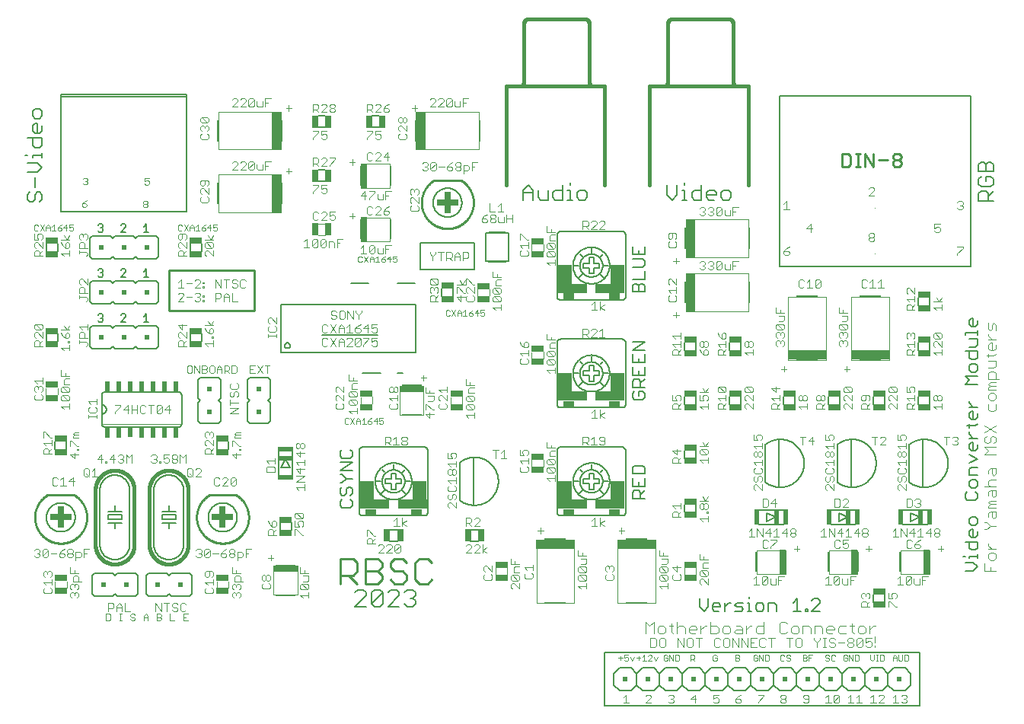
<source format=gto>
G75*
%MOIN*%
%OFA0B0*%
%FSLAX25Y25*%
%IPPOS*%
%LPD*%
%AMOC8*
5,1,8,0,0,1.08239X$1,22.5*
%
%ADD10C,0.00600*%
%ADD11C,0.00400*%
%ADD12C,0.00591*%
%ADD13C,0.00300*%
%ADD14C,0.01000*%
%ADD15C,0.00500*%
%ADD16C,0.00787*%
%ADD17C,0.00200*%
%ADD18C,0.00900*%
%ADD19R,0.02000X0.02000*%
%ADD20R,0.00787X0.09449*%
%ADD21R,0.04331X0.16535*%
%ADD22R,0.05512X0.02559*%
%ADD23C,0.00800*%
%ADD24R,0.02200X0.06800*%
%ADD25R,0.02400X0.06200*%
%ADD26R,0.06800X0.02200*%
%ADD27R,0.06200X0.02400*%
%ADD28R,0.00787X0.08661*%
%ADD29R,0.02559X0.10630*%
%ADD30R,0.08661X0.00787*%
%ADD31R,0.10630X0.02559*%
%ADD32R,0.02559X0.05512*%
%ADD33R,0.09449X0.00787*%
%ADD34R,0.16535X0.04331*%
%ADD35R,0.05709X0.02953*%
%ADD36C,0.01613*%
%ADD37C,0.00354*%
%ADD38R,0.12500X0.04000*%
%ADD39R,0.06000X0.10500*%
%ADD40R,0.05000X0.03000*%
%ADD41C,0.01600*%
%ADD42R,0.02756X0.09449*%
%ADD43R,0.09449X0.02756*%
%ADD44R,0.02953X0.05709*%
%ADD45R,0.02000X0.04500*%
%ADD46R,0.02400X0.02400*%
D10*
X0035807Y0053587D02*
X0034807Y0054587D01*
X0034807Y0062587D01*
X0035807Y0063587D01*
X0043807Y0063587D01*
X0044807Y0062587D01*
X0045807Y0063587D01*
X0053807Y0063587D01*
X0054807Y0062587D01*
X0054807Y0054587D01*
X0053807Y0053587D01*
X0045807Y0053587D01*
X0044807Y0054587D01*
X0043807Y0053587D01*
X0035807Y0053587D01*
X0058429Y0054587D02*
X0059429Y0053587D01*
X0067429Y0053587D01*
X0068429Y0054587D01*
X0069429Y0053587D01*
X0077429Y0053587D01*
X0078429Y0054587D01*
X0078429Y0062587D01*
X0077429Y0063587D01*
X0069429Y0063587D01*
X0068429Y0062587D01*
X0067429Y0063587D01*
X0059429Y0063587D01*
X0058429Y0062587D01*
X0058429Y0054587D01*
X0061929Y0076114D02*
X0061929Y0100114D01*
X0061931Y0100274D01*
X0061937Y0100433D01*
X0061947Y0100592D01*
X0061960Y0100751D01*
X0061978Y0100910D01*
X0061999Y0101068D01*
X0062025Y0101225D01*
X0062054Y0101382D01*
X0062087Y0101538D01*
X0062124Y0101693D01*
X0062164Y0101848D01*
X0062209Y0102001D01*
X0062257Y0102153D01*
X0062309Y0102304D01*
X0062365Y0102453D01*
X0062424Y0102601D01*
X0062487Y0102748D01*
X0062553Y0102893D01*
X0062623Y0103036D01*
X0062697Y0103178D01*
X0062773Y0103318D01*
X0062854Y0103456D01*
X0062937Y0103591D01*
X0063024Y0103725D01*
X0063115Y0103857D01*
X0063208Y0103986D01*
X0063305Y0104113D01*
X0063404Y0104238D01*
X0063507Y0104360D01*
X0063613Y0104479D01*
X0063721Y0104596D01*
X0063833Y0104710D01*
X0063947Y0104822D01*
X0064064Y0104930D01*
X0064183Y0105036D01*
X0064305Y0105139D01*
X0064430Y0105238D01*
X0064557Y0105335D01*
X0064686Y0105428D01*
X0064818Y0105519D01*
X0064952Y0105606D01*
X0065087Y0105689D01*
X0065225Y0105770D01*
X0065365Y0105846D01*
X0065507Y0105920D01*
X0065650Y0105990D01*
X0065795Y0106056D01*
X0065942Y0106119D01*
X0066090Y0106178D01*
X0066239Y0106234D01*
X0066390Y0106286D01*
X0066542Y0106334D01*
X0066695Y0106379D01*
X0066850Y0106419D01*
X0067005Y0106456D01*
X0067161Y0106489D01*
X0067318Y0106518D01*
X0067475Y0106544D01*
X0067633Y0106565D01*
X0067792Y0106583D01*
X0067951Y0106596D01*
X0068110Y0106606D01*
X0068269Y0106612D01*
X0068429Y0106614D01*
X0068589Y0106612D01*
X0068748Y0106606D01*
X0068907Y0106596D01*
X0069066Y0106583D01*
X0069225Y0106565D01*
X0069383Y0106544D01*
X0069540Y0106518D01*
X0069697Y0106489D01*
X0069853Y0106456D01*
X0070008Y0106419D01*
X0070163Y0106379D01*
X0070316Y0106334D01*
X0070468Y0106286D01*
X0070619Y0106234D01*
X0070768Y0106178D01*
X0070916Y0106119D01*
X0071063Y0106056D01*
X0071208Y0105990D01*
X0071351Y0105920D01*
X0071493Y0105846D01*
X0071633Y0105770D01*
X0071771Y0105689D01*
X0071906Y0105606D01*
X0072040Y0105519D01*
X0072172Y0105428D01*
X0072301Y0105335D01*
X0072428Y0105238D01*
X0072553Y0105139D01*
X0072675Y0105036D01*
X0072794Y0104930D01*
X0072911Y0104822D01*
X0073025Y0104710D01*
X0073137Y0104596D01*
X0073245Y0104479D01*
X0073351Y0104360D01*
X0073454Y0104238D01*
X0073553Y0104113D01*
X0073650Y0103986D01*
X0073743Y0103857D01*
X0073834Y0103725D01*
X0073921Y0103591D01*
X0074004Y0103456D01*
X0074085Y0103318D01*
X0074161Y0103178D01*
X0074235Y0103036D01*
X0074305Y0102893D01*
X0074371Y0102748D01*
X0074434Y0102601D01*
X0074493Y0102453D01*
X0074549Y0102304D01*
X0074601Y0102153D01*
X0074649Y0102001D01*
X0074694Y0101848D01*
X0074734Y0101693D01*
X0074771Y0101538D01*
X0074804Y0101382D01*
X0074833Y0101225D01*
X0074859Y0101068D01*
X0074880Y0100910D01*
X0074898Y0100751D01*
X0074911Y0100592D01*
X0074921Y0100433D01*
X0074927Y0100274D01*
X0074929Y0100114D01*
X0074929Y0076114D01*
X0074927Y0075954D01*
X0074921Y0075795D01*
X0074911Y0075636D01*
X0074898Y0075477D01*
X0074880Y0075318D01*
X0074859Y0075160D01*
X0074833Y0075003D01*
X0074804Y0074846D01*
X0074771Y0074690D01*
X0074734Y0074535D01*
X0074694Y0074380D01*
X0074649Y0074227D01*
X0074601Y0074075D01*
X0074549Y0073924D01*
X0074493Y0073775D01*
X0074434Y0073627D01*
X0074371Y0073480D01*
X0074305Y0073335D01*
X0074235Y0073192D01*
X0074161Y0073050D01*
X0074085Y0072910D01*
X0074004Y0072772D01*
X0073921Y0072637D01*
X0073834Y0072503D01*
X0073743Y0072371D01*
X0073650Y0072242D01*
X0073553Y0072115D01*
X0073454Y0071990D01*
X0073351Y0071868D01*
X0073245Y0071749D01*
X0073137Y0071632D01*
X0073025Y0071518D01*
X0072911Y0071406D01*
X0072794Y0071298D01*
X0072675Y0071192D01*
X0072553Y0071089D01*
X0072428Y0070990D01*
X0072301Y0070893D01*
X0072172Y0070800D01*
X0072040Y0070709D01*
X0071906Y0070622D01*
X0071771Y0070539D01*
X0071633Y0070458D01*
X0071493Y0070382D01*
X0071351Y0070308D01*
X0071208Y0070238D01*
X0071063Y0070172D01*
X0070916Y0070109D01*
X0070768Y0070050D01*
X0070619Y0069994D01*
X0070468Y0069942D01*
X0070316Y0069894D01*
X0070163Y0069849D01*
X0070008Y0069809D01*
X0069853Y0069772D01*
X0069697Y0069739D01*
X0069540Y0069710D01*
X0069383Y0069684D01*
X0069225Y0069663D01*
X0069066Y0069645D01*
X0068907Y0069632D01*
X0068748Y0069622D01*
X0068589Y0069616D01*
X0068429Y0069614D01*
X0068269Y0069616D01*
X0068110Y0069622D01*
X0067951Y0069632D01*
X0067792Y0069645D01*
X0067633Y0069663D01*
X0067475Y0069684D01*
X0067318Y0069710D01*
X0067161Y0069739D01*
X0067005Y0069772D01*
X0066850Y0069809D01*
X0066695Y0069849D01*
X0066542Y0069894D01*
X0066390Y0069942D01*
X0066239Y0069994D01*
X0066090Y0070050D01*
X0065942Y0070109D01*
X0065795Y0070172D01*
X0065650Y0070238D01*
X0065507Y0070308D01*
X0065365Y0070382D01*
X0065225Y0070458D01*
X0065087Y0070539D01*
X0064952Y0070622D01*
X0064818Y0070709D01*
X0064686Y0070800D01*
X0064557Y0070893D01*
X0064430Y0070990D01*
X0064305Y0071089D01*
X0064183Y0071192D01*
X0064064Y0071298D01*
X0063947Y0071406D01*
X0063833Y0071518D01*
X0063721Y0071632D01*
X0063613Y0071749D01*
X0063507Y0071868D01*
X0063404Y0071990D01*
X0063305Y0072115D01*
X0063208Y0072242D01*
X0063115Y0072371D01*
X0063024Y0072503D01*
X0062937Y0072637D01*
X0062854Y0072772D01*
X0062773Y0072910D01*
X0062697Y0073050D01*
X0062623Y0073192D01*
X0062553Y0073335D01*
X0062487Y0073480D01*
X0062424Y0073627D01*
X0062365Y0073775D01*
X0062309Y0073924D01*
X0062257Y0074075D01*
X0062209Y0074227D01*
X0062164Y0074380D01*
X0062124Y0074535D01*
X0062087Y0074690D01*
X0062054Y0074846D01*
X0062025Y0075003D01*
X0061999Y0075160D01*
X0061978Y0075318D01*
X0061960Y0075477D01*
X0061947Y0075636D01*
X0061937Y0075795D01*
X0061931Y0075954D01*
X0061929Y0076114D01*
X0068429Y0083114D02*
X0068429Y0085614D01*
X0065429Y0085614D01*
X0065429Y0087114D02*
X0065429Y0089114D01*
X0071429Y0089114D01*
X0071429Y0087114D01*
X0065429Y0087114D01*
X0068429Y0085614D02*
X0071429Y0085614D01*
X0071429Y0090614D02*
X0068429Y0090614D01*
X0068429Y0093114D01*
X0068429Y0090614D02*
X0065429Y0090614D01*
X0051307Y0100114D02*
X0051307Y0076114D01*
X0051305Y0075954D01*
X0051299Y0075795D01*
X0051289Y0075636D01*
X0051276Y0075477D01*
X0051258Y0075318D01*
X0051237Y0075160D01*
X0051211Y0075003D01*
X0051182Y0074846D01*
X0051149Y0074690D01*
X0051112Y0074535D01*
X0051072Y0074380D01*
X0051027Y0074227D01*
X0050979Y0074075D01*
X0050927Y0073924D01*
X0050871Y0073775D01*
X0050812Y0073627D01*
X0050749Y0073480D01*
X0050683Y0073335D01*
X0050613Y0073192D01*
X0050539Y0073050D01*
X0050463Y0072910D01*
X0050382Y0072772D01*
X0050299Y0072637D01*
X0050212Y0072503D01*
X0050121Y0072371D01*
X0050028Y0072242D01*
X0049931Y0072115D01*
X0049832Y0071990D01*
X0049729Y0071868D01*
X0049623Y0071749D01*
X0049515Y0071632D01*
X0049403Y0071518D01*
X0049289Y0071406D01*
X0049172Y0071298D01*
X0049053Y0071192D01*
X0048931Y0071089D01*
X0048806Y0070990D01*
X0048679Y0070893D01*
X0048550Y0070800D01*
X0048418Y0070709D01*
X0048284Y0070622D01*
X0048149Y0070539D01*
X0048011Y0070458D01*
X0047871Y0070382D01*
X0047729Y0070308D01*
X0047586Y0070238D01*
X0047441Y0070172D01*
X0047294Y0070109D01*
X0047146Y0070050D01*
X0046997Y0069994D01*
X0046846Y0069942D01*
X0046694Y0069894D01*
X0046541Y0069849D01*
X0046386Y0069809D01*
X0046231Y0069772D01*
X0046075Y0069739D01*
X0045918Y0069710D01*
X0045761Y0069684D01*
X0045603Y0069663D01*
X0045444Y0069645D01*
X0045285Y0069632D01*
X0045126Y0069622D01*
X0044967Y0069616D01*
X0044807Y0069614D01*
X0044647Y0069616D01*
X0044488Y0069622D01*
X0044329Y0069632D01*
X0044170Y0069645D01*
X0044011Y0069663D01*
X0043853Y0069684D01*
X0043696Y0069710D01*
X0043539Y0069739D01*
X0043383Y0069772D01*
X0043228Y0069809D01*
X0043073Y0069849D01*
X0042920Y0069894D01*
X0042768Y0069942D01*
X0042617Y0069994D01*
X0042468Y0070050D01*
X0042320Y0070109D01*
X0042173Y0070172D01*
X0042028Y0070238D01*
X0041885Y0070308D01*
X0041743Y0070382D01*
X0041603Y0070458D01*
X0041465Y0070539D01*
X0041330Y0070622D01*
X0041196Y0070709D01*
X0041064Y0070800D01*
X0040935Y0070893D01*
X0040808Y0070990D01*
X0040683Y0071089D01*
X0040561Y0071192D01*
X0040442Y0071298D01*
X0040325Y0071406D01*
X0040211Y0071518D01*
X0040099Y0071632D01*
X0039991Y0071749D01*
X0039885Y0071868D01*
X0039782Y0071990D01*
X0039683Y0072115D01*
X0039586Y0072242D01*
X0039493Y0072371D01*
X0039402Y0072503D01*
X0039315Y0072637D01*
X0039232Y0072772D01*
X0039151Y0072910D01*
X0039075Y0073050D01*
X0039001Y0073192D01*
X0038931Y0073335D01*
X0038865Y0073480D01*
X0038802Y0073627D01*
X0038743Y0073775D01*
X0038687Y0073924D01*
X0038635Y0074075D01*
X0038587Y0074227D01*
X0038542Y0074380D01*
X0038502Y0074535D01*
X0038465Y0074690D01*
X0038432Y0074846D01*
X0038403Y0075003D01*
X0038377Y0075160D01*
X0038356Y0075318D01*
X0038338Y0075477D01*
X0038325Y0075636D01*
X0038315Y0075795D01*
X0038309Y0075954D01*
X0038307Y0076114D01*
X0038307Y0100114D01*
X0038309Y0100274D01*
X0038315Y0100433D01*
X0038325Y0100592D01*
X0038338Y0100751D01*
X0038356Y0100910D01*
X0038377Y0101068D01*
X0038403Y0101225D01*
X0038432Y0101382D01*
X0038465Y0101538D01*
X0038502Y0101693D01*
X0038542Y0101848D01*
X0038587Y0102001D01*
X0038635Y0102153D01*
X0038687Y0102304D01*
X0038743Y0102453D01*
X0038802Y0102601D01*
X0038865Y0102748D01*
X0038931Y0102893D01*
X0039001Y0103036D01*
X0039075Y0103178D01*
X0039151Y0103318D01*
X0039232Y0103456D01*
X0039315Y0103591D01*
X0039402Y0103725D01*
X0039493Y0103857D01*
X0039586Y0103986D01*
X0039683Y0104113D01*
X0039782Y0104238D01*
X0039885Y0104360D01*
X0039991Y0104479D01*
X0040099Y0104596D01*
X0040211Y0104710D01*
X0040325Y0104822D01*
X0040442Y0104930D01*
X0040561Y0105036D01*
X0040683Y0105139D01*
X0040808Y0105238D01*
X0040935Y0105335D01*
X0041064Y0105428D01*
X0041196Y0105519D01*
X0041330Y0105606D01*
X0041465Y0105689D01*
X0041603Y0105770D01*
X0041743Y0105846D01*
X0041885Y0105920D01*
X0042028Y0105990D01*
X0042173Y0106056D01*
X0042320Y0106119D01*
X0042468Y0106178D01*
X0042617Y0106234D01*
X0042768Y0106286D01*
X0042920Y0106334D01*
X0043073Y0106379D01*
X0043228Y0106419D01*
X0043383Y0106456D01*
X0043539Y0106489D01*
X0043696Y0106518D01*
X0043853Y0106544D01*
X0044011Y0106565D01*
X0044170Y0106583D01*
X0044329Y0106596D01*
X0044488Y0106606D01*
X0044647Y0106612D01*
X0044807Y0106614D01*
X0044967Y0106612D01*
X0045126Y0106606D01*
X0045285Y0106596D01*
X0045444Y0106583D01*
X0045603Y0106565D01*
X0045761Y0106544D01*
X0045918Y0106518D01*
X0046075Y0106489D01*
X0046231Y0106456D01*
X0046386Y0106419D01*
X0046541Y0106379D01*
X0046694Y0106334D01*
X0046846Y0106286D01*
X0046997Y0106234D01*
X0047146Y0106178D01*
X0047294Y0106119D01*
X0047441Y0106056D01*
X0047586Y0105990D01*
X0047729Y0105920D01*
X0047871Y0105846D01*
X0048011Y0105770D01*
X0048149Y0105689D01*
X0048284Y0105606D01*
X0048418Y0105519D01*
X0048550Y0105428D01*
X0048679Y0105335D01*
X0048806Y0105238D01*
X0048931Y0105139D01*
X0049053Y0105036D01*
X0049172Y0104930D01*
X0049289Y0104822D01*
X0049403Y0104710D01*
X0049515Y0104596D01*
X0049623Y0104479D01*
X0049729Y0104360D01*
X0049832Y0104238D01*
X0049931Y0104113D01*
X0050028Y0103986D01*
X0050121Y0103857D01*
X0050212Y0103725D01*
X0050299Y0103591D01*
X0050382Y0103456D01*
X0050463Y0103318D01*
X0050539Y0103178D01*
X0050613Y0103036D01*
X0050683Y0102893D01*
X0050749Y0102748D01*
X0050812Y0102601D01*
X0050871Y0102453D01*
X0050927Y0102304D01*
X0050979Y0102153D01*
X0051027Y0102001D01*
X0051072Y0101848D01*
X0051112Y0101693D01*
X0051149Y0101538D01*
X0051182Y0101382D01*
X0051211Y0101225D01*
X0051237Y0101068D01*
X0051258Y0100910D01*
X0051276Y0100751D01*
X0051289Y0100592D01*
X0051299Y0100433D01*
X0051305Y0100274D01*
X0051307Y0100114D01*
X0044807Y0093114D02*
X0044807Y0090614D01*
X0041807Y0090614D01*
X0041807Y0089114D02*
X0047807Y0089114D01*
X0047807Y0087114D01*
X0041807Y0087114D01*
X0041807Y0089114D01*
X0044807Y0090614D02*
X0047807Y0090614D01*
X0047807Y0085614D02*
X0044807Y0085614D01*
X0044807Y0083114D01*
X0044807Y0085614D02*
X0041807Y0085614D01*
X0014886Y0088114D02*
X0014888Y0088272D01*
X0014894Y0088430D01*
X0014904Y0088588D01*
X0014918Y0088746D01*
X0014936Y0088903D01*
X0014957Y0089060D01*
X0014983Y0089216D01*
X0015013Y0089372D01*
X0015046Y0089527D01*
X0015084Y0089680D01*
X0015125Y0089833D01*
X0015170Y0089985D01*
X0015219Y0090136D01*
X0015272Y0090285D01*
X0015328Y0090433D01*
X0015388Y0090579D01*
X0015452Y0090724D01*
X0015520Y0090867D01*
X0015591Y0091009D01*
X0015665Y0091149D01*
X0015743Y0091286D01*
X0015825Y0091422D01*
X0015909Y0091556D01*
X0015998Y0091687D01*
X0016089Y0091816D01*
X0016184Y0091943D01*
X0016281Y0092068D01*
X0016382Y0092190D01*
X0016486Y0092309D01*
X0016593Y0092426D01*
X0016703Y0092540D01*
X0016816Y0092651D01*
X0016931Y0092760D01*
X0017049Y0092865D01*
X0017170Y0092967D01*
X0017293Y0093067D01*
X0017419Y0093163D01*
X0017547Y0093256D01*
X0017677Y0093346D01*
X0017810Y0093432D01*
X0017945Y0093516D01*
X0018081Y0093595D01*
X0018220Y0093672D01*
X0018361Y0093744D01*
X0018503Y0093814D01*
X0018647Y0093879D01*
X0018793Y0093941D01*
X0018940Y0093999D01*
X0019089Y0094054D01*
X0019239Y0094105D01*
X0019390Y0094152D01*
X0019542Y0094195D01*
X0019695Y0094234D01*
X0019850Y0094270D01*
X0020005Y0094301D01*
X0020161Y0094329D01*
X0020317Y0094353D01*
X0020474Y0094373D01*
X0020632Y0094389D01*
X0020789Y0094401D01*
X0020948Y0094409D01*
X0021106Y0094413D01*
X0021264Y0094413D01*
X0021422Y0094409D01*
X0021581Y0094401D01*
X0021738Y0094389D01*
X0021896Y0094373D01*
X0022053Y0094353D01*
X0022209Y0094329D01*
X0022365Y0094301D01*
X0022520Y0094270D01*
X0022675Y0094234D01*
X0022828Y0094195D01*
X0022980Y0094152D01*
X0023131Y0094105D01*
X0023281Y0094054D01*
X0023430Y0093999D01*
X0023577Y0093941D01*
X0023723Y0093879D01*
X0023867Y0093814D01*
X0024009Y0093744D01*
X0024150Y0093672D01*
X0024289Y0093595D01*
X0024425Y0093516D01*
X0024560Y0093432D01*
X0024693Y0093346D01*
X0024823Y0093256D01*
X0024951Y0093163D01*
X0025077Y0093067D01*
X0025200Y0092967D01*
X0025321Y0092865D01*
X0025439Y0092760D01*
X0025554Y0092651D01*
X0025667Y0092540D01*
X0025777Y0092426D01*
X0025884Y0092309D01*
X0025988Y0092190D01*
X0026089Y0092068D01*
X0026186Y0091943D01*
X0026281Y0091816D01*
X0026372Y0091687D01*
X0026461Y0091556D01*
X0026545Y0091422D01*
X0026627Y0091286D01*
X0026705Y0091149D01*
X0026779Y0091009D01*
X0026850Y0090867D01*
X0026918Y0090724D01*
X0026982Y0090579D01*
X0027042Y0090433D01*
X0027098Y0090285D01*
X0027151Y0090136D01*
X0027200Y0089985D01*
X0027245Y0089833D01*
X0027286Y0089680D01*
X0027324Y0089527D01*
X0027357Y0089372D01*
X0027387Y0089216D01*
X0027413Y0089060D01*
X0027434Y0088903D01*
X0027452Y0088746D01*
X0027466Y0088588D01*
X0027476Y0088430D01*
X0027482Y0088272D01*
X0027484Y0088114D01*
X0027482Y0087956D01*
X0027476Y0087798D01*
X0027466Y0087640D01*
X0027452Y0087482D01*
X0027434Y0087325D01*
X0027413Y0087168D01*
X0027387Y0087012D01*
X0027357Y0086856D01*
X0027324Y0086701D01*
X0027286Y0086548D01*
X0027245Y0086395D01*
X0027200Y0086243D01*
X0027151Y0086092D01*
X0027098Y0085943D01*
X0027042Y0085795D01*
X0026982Y0085649D01*
X0026918Y0085504D01*
X0026850Y0085361D01*
X0026779Y0085219D01*
X0026705Y0085079D01*
X0026627Y0084942D01*
X0026545Y0084806D01*
X0026461Y0084672D01*
X0026372Y0084541D01*
X0026281Y0084412D01*
X0026186Y0084285D01*
X0026089Y0084160D01*
X0025988Y0084038D01*
X0025884Y0083919D01*
X0025777Y0083802D01*
X0025667Y0083688D01*
X0025554Y0083577D01*
X0025439Y0083468D01*
X0025321Y0083363D01*
X0025200Y0083261D01*
X0025077Y0083161D01*
X0024951Y0083065D01*
X0024823Y0082972D01*
X0024693Y0082882D01*
X0024560Y0082796D01*
X0024425Y0082712D01*
X0024289Y0082633D01*
X0024150Y0082556D01*
X0024009Y0082484D01*
X0023867Y0082414D01*
X0023723Y0082349D01*
X0023577Y0082287D01*
X0023430Y0082229D01*
X0023281Y0082174D01*
X0023131Y0082123D01*
X0022980Y0082076D01*
X0022828Y0082033D01*
X0022675Y0081994D01*
X0022520Y0081958D01*
X0022365Y0081927D01*
X0022209Y0081899D01*
X0022053Y0081875D01*
X0021896Y0081855D01*
X0021738Y0081839D01*
X0021581Y0081827D01*
X0021422Y0081819D01*
X0021264Y0081815D01*
X0021106Y0081815D01*
X0020948Y0081819D01*
X0020789Y0081827D01*
X0020632Y0081839D01*
X0020474Y0081855D01*
X0020317Y0081875D01*
X0020161Y0081899D01*
X0020005Y0081927D01*
X0019850Y0081958D01*
X0019695Y0081994D01*
X0019542Y0082033D01*
X0019390Y0082076D01*
X0019239Y0082123D01*
X0019089Y0082174D01*
X0018940Y0082229D01*
X0018793Y0082287D01*
X0018647Y0082349D01*
X0018503Y0082414D01*
X0018361Y0082484D01*
X0018220Y0082556D01*
X0018081Y0082633D01*
X0017945Y0082712D01*
X0017810Y0082796D01*
X0017677Y0082882D01*
X0017547Y0082972D01*
X0017419Y0083065D01*
X0017293Y0083161D01*
X0017170Y0083261D01*
X0017049Y0083363D01*
X0016931Y0083468D01*
X0016816Y0083577D01*
X0016703Y0083688D01*
X0016593Y0083802D01*
X0016486Y0083919D01*
X0016382Y0084038D01*
X0016281Y0084160D01*
X0016184Y0084285D01*
X0016089Y0084412D01*
X0015998Y0084541D01*
X0015909Y0084672D01*
X0015825Y0084806D01*
X0015743Y0084942D01*
X0015665Y0085079D01*
X0015591Y0085219D01*
X0015520Y0085361D01*
X0015452Y0085504D01*
X0015388Y0085649D01*
X0015328Y0085795D01*
X0015272Y0085943D01*
X0015219Y0086092D01*
X0015170Y0086243D01*
X0015125Y0086395D01*
X0015084Y0086548D01*
X0015046Y0086701D01*
X0015013Y0086856D01*
X0014983Y0087012D01*
X0014957Y0087168D01*
X0014936Y0087325D01*
X0014918Y0087482D01*
X0014904Y0087640D01*
X0014894Y0087798D01*
X0014888Y0087956D01*
X0014886Y0088114D01*
X0018685Y0117996D02*
X0018685Y0121224D01*
X0023685Y0121224D02*
X0023685Y0117996D01*
X0039118Y0129158D02*
X0039118Y0133358D01*
X0039118Y0137358D01*
X0039118Y0141558D01*
X0039120Y0141634D01*
X0039126Y0141710D01*
X0039135Y0141785D01*
X0039149Y0141860D01*
X0039166Y0141934D01*
X0039187Y0142007D01*
X0039211Y0142079D01*
X0039240Y0142150D01*
X0039271Y0142219D01*
X0039306Y0142286D01*
X0039345Y0142351D01*
X0039387Y0142415D01*
X0039432Y0142476D01*
X0039480Y0142535D01*
X0039531Y0142591D01*
X0039585Y0142645D01*
X0039641Y0142696D01*
X0039700Y0142744D01*
X0039761Y0142789D01*
X0039825Y0142831D01*
X0039890Y0142870D01*
X0039957Y0142905D01*
X0040026Y0142936D01*
X0040097Y0142965D01*
X0040169Y0142989D01*
X0040242Y0143010D01*
X0040316Y0143027D01*
X0040391Y0143041D01*
X0040466Y0143050D01*
X0040542Y0143056D01*
X0040618Y0143058D01*
X0072618Y0143058D01*
X0072694Y0143056D01*
X0072770Y0143050D01*
X0072845Y0143041D01*
X0072920Y0143027D01*
X0072994Y0143010D01*
X0073067Y0142989D01*
X0073139Y0142965D01*
X0073210Y0142936D01*
X0073279Y0142905D01*
X0073346Y0142870D01*
X0073411Y0142831D01*
X0073475Y0142789D01*
X0073536Y0142744D01*
X0073595Y0142696D01*
X0073651Y0142645D01*
X0073705Y0142591D01*
X0073756Y0142535D01*
X0073804Y0142476D01*
X0073849Y0142415D01*
X0073891Y0142351D01*
X0073930Y0142286D01*
X0073965Y0142219D01*
X0073996Y0142150D01*
X0074025Y0142079D01*
X0074049Y0142007D01*
X0074070Y0141934D01*
X0074087Y0141860D01*
X0074101Y0141785D01*
X0074110Y0141710D01*
X0074116Y0141634D01*
X0074118Y0141558D01*
X0074118Y0129158D01*
X0074116Y0129082D01*
X0074110Y0129006D01*
X0074101Y0128931D01*
X0074087Y0128856D01*
X0074070Y0128782D01*
X0074049Y0128709D01*
X0074025Y0128637D01*
X0073996Y0128566D01*
X0073965Y0128497D01*
X0073930Y0128430D01*
X0073891Y0128365D01*
X0073849Y0128301D01*
X0073804Y0128240D01*
X0073756Y0128181D01*
X0073705Y0128125D01*
X0073651Y0128071D01*
X0073595Y0128020D01*
X0073536Y0127972D01*
X0073475Y0127927D01*
X0073411Y0127885D01*
X0073346Y0127846D01*
X0073279Y0127811D01*
X0073210Y0127780D01*
X0073139Y0127751D01*
X0073067Y0127727D01*
X0072994Y0127706D01*
X0072920Y0127689D01*
X0072845Y0127675D01*
X0072770Y0127666D01*
X0072694Y0127660D01*
X0072618Y0127658D01*
X0040618Y0127658D01*
X0040542Y0127660D01*
X0040466Y0127666D01*
X0040391Y0127675D01*
X0040316Y0127689D01*
X0040242Y0127706D01*
X0040169Y0127727D01*
X0040097Y0127751D01*
X0040026Y0127780D01*
X0039957Y0127811D01*
X0039890Y0127846D01*
X0039825Y0127885D01*
X0039761Y0127927D01*
X0039700Y0127972D01*
X0039641Y0128020D01*
X0039585Y0128071D01*
X0039531Y0128125D01*
X0039480Y0128181D01*
X0039432Y0128240D01*
X0039387Y0128301D01*
X0039345Y0128365D01*
X0039306Y0128430D01*
X0039271Y0128497D01*
X0039240Y0128566D01*
X0039211Y0128637D01*
X0039187Y0128709D01*
X0039166Y0128782D01*
X0039149Y0128856D01*
X0039135Y0128931D01*
X0039126Y0129006D01*
X0039120Y0129082D01*
X0039118Y0129158D01*
X0039118Y0133358D02*
X0039206Y0133360D01*
X0039295Y0133366D01*
X0039383Y0133376D01*
X0039470Y0133389D01*
X0039557Y0133407D01*
X0039643Y0133428D01*
X0039728Y0133453D01*
X0039811Y0133482D01*
X0039894Y0133515D01*
X0039974Y0133551D01*
X0040053Y0133590D01*
X0040131Y0133633D01*
X0040206Y0133680D01*
X0040279Y0133730D01*
X0040350Y0133783D01*
X0040419Y0133839D01*
X0040485Y0133898D01*
X0040548Y0133960D01*
X0040608Y0134024D01*
X0040666Y0134091D01*
X0040720Y0134161D01*
X0040772Y0134233D01*
X0040820Y0134307D01*
X0040865Y0134384D01*
X0040906Y0134462D01*
X0040944Y0134542D01*
X0040978Y0134623D01*
X0041009Y0134706D01*
X0041036Y0134791D01*
X0041059Y0134876D01*
X0041078Y0134962D01*
X0041094Y0135050D01*
X0041106Y0135137D01*
X0041114Y0135225D01*
X0041118Y0135314D01*
X0041118Y0135402D01*
X0041114Y0135491D01*
X0041106Y0135579D01*
X0041094Y0135666D01*
X0041078Y0135754D01*
X0041059Y0135840D01*
X0041036Y0135925D01*
X0041009Y0136010D01*
X0040978Y0136093D01*
X0040944Y0136174D01*
X0040906Y0136254D01*
X0040865Y0136332D01*
X0040820Y0136409D01*
X0040772Y0136483D01*
X0040720Y0136555D01*
X0040666Y0136625D01*
X0040608Y0136692D01*
X0040548Y0136756D01*
X0040485Y0136818D01*
X0040419Y0136877D01*
X0040350Y0136933D01*
X0040279Y0136986D01*
X0040206Y0137036D01*
X0040131Y0137083D01*
X0040053Y0137126D01*
X0039974Y0137165D01*
X0039894Y0137201D01*
X0039811Y0137234D01*
X0039728Y0137263D01*
X0039643Y0137288D01*
X0039557Y0137309D01*
X0039470Y0137327D01*
X0039383Y0137340D01*
X0039295Y0137350D01*
X0039206Y0137356D01*
X0039118Y0137358D01*
X0042744Y0161854D02*
X0034744Y0161854D01*
X0033744Y0162854D01*
X0033744Y0170854D01*
X0034744Y0171854D01*
X0042744Y0171854D01*
X0043744Y0170854D01*
X0044744Y0171854D01*
X0052744Y0171854D01*
X0053744Y0170854D01*
X0054744Y0171854D01*
X0062744Y0171854D01*
X0063744Y0170854D01*
X0063744Y0162854D01*
X0062744Y0161854D01*
X0054744Y0161854D01*
X0053744Y0162854D01*
X0052744Y0161854D01*
X0044744Y0161854D01*
X0043744Y0162854D01*
X0042744Y0161854D01*
X0019748Y0165240D02*
X0019748Y0168469D01*
X0014748Y0168469D02*
X0014748Y0165240D01*
X0033744Y0182539D02*
X0034744Y0181539D01*
X0042744Y0181539D01*
X0043744Y0182539D01*
X0044744Y0181539D01*
X0052744Y0181539D01*
X0053744Y0182539D01*
X0054744Y0181539D01*
X0062744Y0181539D01*
X0063744Y0182539D01*
X0063744Y0190539D01*
X0062744Y0191539D01*
X0054744Y0191539D01*
X0053744Y0190539D01*
X0052744Y0191539D01*
X0044744Y0191539D01*
X0043744Y0190539D01*
X0042744Y0191539D01*
X0034744Y0191539D01*
X0033744Y0190539D01*
X0033744Y0182539D01*
X0034744Y0201224D02*
X0033744Y0202224D01*
X0033744Y0210224D01*
X0034744Y0211224D01*
X0042744Y0211224D01*
X0043744Y0210224D01*
X0044744Y0211224D01*
X0052744Y0211224D01*
X0053744Y0210224D01*
X0054744Y0211224D01*
X0062744Y0211224D01*
X0063744Y0210224D01*
X0063744Y0202224D01*
X0062744Y0201224D01*
X0054744Y0201224D01*
X0053744Y0202224D01*
X0052744Y0201224D01*
X0044744Y0201224D01*
X0043744Y0202224D01*
X0042744Y0201224D01*
X0034744Y0201224D01*
X0019748Y0204610D02*
X0019748Y0207839D01*
X0014748Y0207839D02*
X0014748Y0204610D01*
X0011943Y0226209D02*
X0013011Y0227277D01*
X0013011Y0229412D01*
X0011943Y0230480D01*
X0010876Y0230480D01*
X0009808Y0229412D01*
X0009808Y0227277D01*
X0008741Y0226209D01*
X0007673Y0226209D01*
X0006606Y0227277D01*
X0006606Y0229412D01*
X0007673Y0230480D01*
X0009808Y0232655D02*
X0009808Y0236925D01*
X0010876Y0239100D02*
X0006606Y0239100D01*
X0010876Y0239100D02*
X0013011Y0241236D01*
X0010876Y0243371D01*
X0006606Y0243371D01*
X0008741Y0245546D02*
X0008741Y0246614D01*
X0013011Y0246614D01*
X0013011Y0247681D02*
X0013011Y0245546D01*
X0006606Y0246614D02*
X0005538Y0246614D01*
X0009808Y0249843D02*
X0008741Y0250911D01*
X0008741Y0254113D01*
X0006606Y0254113D02*
X0013011Y0254113D01*
X0013011Y0250911D01*
X0011943Y0249843D01*
X0009808Y0249843D01*
X0009808Y0256288D02*
X0008741Y0257356D01*
X0008741Y0259491D01*
X0009808Y0260559D01*
X0010876Y0260559D01*
X0010876Y0256288D01*
X0011943Y0256288D02*
X0009808Y0256288D01*
X0011943Y0256288D02*
X0013011Y0257356D01*
X0013011Y0259491D01*
X0011943Y0262734D02*
X0013011Y0263802D01*
X0013011Y0265937D01*
X0011943Y0267004D01*
X0009808Y0267004D01*
X0008741Y0265937D01*
X0008741Y0263802D01*
X0009808Y0262734D01*
X0011943Y0262734D01*
X0077740Y0207839D02*
X0077740Y0204610D01*
X0082740Y0204610D02*
X0082740Y0207839D01*
X0133744Y0235220D02*
X0136972Y0235220D01*
X0136972Y0240220D02*
X0133744Y0240220D01*
X0133744Y0258843D02*
X0136972Y0258843D01*
X0136972Y0263843D02*
X0133744Y0263843D01*
X0157366Y0263843D02*
X0160594Y0263843D01*
X0160594Y0258843D02*
X0157366Y0258843D01*
X0184177Y0225909D02*
X0184179Y0226067D01*
X0184185Y0226225D01*
X0184195Y0226383D01*
X0184209Y0226541D01*
X0184227Y0226698D01*
X0184248Y0226855D01*
X0184274Y0227011D01*
X0184304Y0227167D01*
X0184337Y0227322D01*
X0184375Y0227475D01*
X0184416Y0227628D01*
X0184461Y0227780D01*
X0184510Y0227931D01*
X0184563Y0228080D01*
X0184619Y0228228D01*
X0184679Y0228374D01*
X0184743Y0228519D01*
X0184811Y0228662D01*
X0184882Y0228804D01*
X0184956Y0228944D01*
X0185034Y0229081D01*
X0185116Y0229217D01*
X0185200Y0229351D01*
X0185289Y0229482D01*
X0185380Y0229611D01*
X0185475Y0229738D01*
X0185572Y0229863D01*
X0185673Y0229985D01*
X0185777Y0230104D01*
X0185884Y0230221D01*
X0185994Y0230335D01*
X0186107Y0230446D01*
X0186222Y0230555D01*
X0186340Y0230660D01*
X0186461Y0230762D01*
X0186584Y0230862D01*
X0186710Y0230958D01*
X0186838Y0231051D01*
X0186968Y0231141D01*
X0187101Y0231227D01*
X0187236Y0231311D01*
X0187372Y0231390D01*
X0187511Y0231467D01*
X0187652Y0231539D01*
X0187794Y0231609D01*
X0187938Y0231674D01*
X0188084Y0231736D01*
X0188231Y0231794D01*
X0188380Y0231849D01*
X0188530Y0231900D01*
X0188681Y0231947D01*
X0188833Y0231990D01*
X0188986Y0232029D01*
X0189141Y0232065D01*
X0189296Y0232096D01*
X0189452Y0232124D01*
X0189608Y0232148D01*
X0189765Y0232168D01*
X0189923Y0232184D01*
X0190080Y0232196D01*
X0190239Y0232204D01*
X0190397Y0232208D01*
X0190555Y0232208D01*
X0190713Y0232204D01*
X0190872Y0232196D01*
X0191029Y0232184D01*
X0191187Y0232168D01*
X0191344Y0232148D01*
X0191500Y0232124D01*
X0191656Y0232096D01*
X0191811Y0232065D01*
X0191966Y0232029D01*
X0192119Y0231990D01*
X0192271Y0231947D01*
X0192422Y0231900D01*
X0192572Y0231849D01*
X0192721Y0231794D01*
X0192868Y0231736D01*
X0193014Y0231674D01*
X0193158Y0231609D01*
X0193300Y0231539D01*
X0193441Y0231467D01*
X0193580Y0231390D01*
X0193716Y0231311D01*
X0193851Y0231227D01*
X0193984Y0231141D01*
X0194114Y0231051D01*
X0194242Y0230958D01*
X0194368Y0230862D01*
X0194491Y0230762D01*
X0194612Y0230660D01*
X0194730Y0230555D01*
X0194845Y0230446D01*
X0194958Y0230335D01*
X0195068Y0230221D01*
X0195175Y0230104D01*
X0195279Y0229985D01*
X0195380Y0229863D01*
X0195477Y0229738D01*
X0195572Y0229611D01*
X0195663Y0229482D01*
X0195752Y0229351D01*
X0195836Y0229217D01*
X0195918Y0229081D01*
X0195996Y0228944D01*
X0196070Y0228804D01*
X0196141Y0228662D01*
X0196209Y0228519D01*
X0196273Y0228374D01*
X0196333Y0228228D01*
X0196389Y0228080D01*
X0196442Y0227931D01*
X0196491Y0227780D01*
X0196536Y0227628D01*
X0196577Y0227475D01*
X0196615Y0227322D01*
X0196648Y0227167D01*
X0196678Y0227011D01*
X0196704Y0226855D01*
X0196725Y0226698D01*
X0196743Y0226541D01*
X0196757Y0226383D01*
X0196767Y0226225D01*
X0196773Y0226067D01*
X0196775Y0225909D01*
X0196773Y0225751D01*
X0196767Y0225593D01*
X0196757Y0225435D01*
X0196743Y0225277D01*
X0196725Y0225120D01*
X0196704Y0224963D01*
X0196678Y0224807D01*
X0196648Y0224651D01*
X0196615Y0224496D01*
X0196577Y0224343D01*
X0196536Y0224190D01*
X0196491Y0224038D01*
X0196442Y0223887D01*
X0196389Y0223738D01*
X0196333Y0223590D01*
X0196273Y0223444D01*
X0196209Y0223299D01*
X0196141Y0223156D01*
X0196070Y0223014D01*
X0195996Y0222874D01*
X0195918Y0222737D01*
X0195836Y0222601D01*
X0195752Y0222467D01*
X0195663Y0222336D01*
X0195572Y0222207D01*
X0195477Y0222080D01*
X0195380Y0221955D01*
X0195279Y0221833D01*
X0195175Y0221714D01*
X0195068Y0221597D01*
X0194958Y0221483D01*
X0194845Y0221372D01*
X0194730Y0221263D01*
X0194612Y0221158D01*
X0194491Y0221056D01*
X0194368Y0220956D01*
X0194242Y0220860D01*
X0194114Y0220767D01*
X0193984Y0220677D01*
X0193851Y0220591D01*
X0193716Y0220507D01*
X0193580Y0220428D01*
X0193441Y0220351D01*
X0193300Y0220279D01*
X0193158Y0220209D01*
X0193014Y0220144D01*
X0192868Y0220082D01*
X0192721Y0220024D01*
X0192572Y0219969D01*
X0192422Y0219918D01*
X0192271Y0219871D01*
X0192119Y0219828D01*
X0191966Y0219789D01*
X0191811Y0219753D01*
X0191656Y0219722D01*
X0191500Y0219694D01*
X0191344Y0219670D01*
X0191187Y0219650D01*
X0191029Y0219634D01*
X0190872Y0219622D01*
X0190713Y0219614D01*
X0190555Y0219610D01*
X0190397Y0219610D01*
X0190239Y0219614D01*
X0190080Y0219622D01*
X0189923Y0219634D01*
X0189765Y0219650D01*
X0189608Y0219670D01*
X0189452Y0219694D01*
X0189296Y0219722D01*
X0189141Y0219753D01*
X0188986Y0219789D01*
X0188833Y0219828D01*
X0188681Y0219871D01*
X0188530Y0219918D01*
X0188380Y0219969D01*
X0188231Y0220024D01*
X0188084Y0220082D01*
X0187938Y0220144D01*
X0187794Y0220209D01*
X0187652Y0220279D01*
X0187511Y0220351D01*
X0187372Y0220428D01*
X0187236Y0220507D01*
X0187101Y0220591D01*
X0186968Y0220677D01*
X0186838Y0220767D01*
X0186710Y0220860D01*
X0186584Y0220956D01*
X0186461Y0221056D01*
X0186340Y0221158D01*
X0186222Y0221263D01*
X0186107Y0221372D01*
X0185994Y0221483D01*
X0185884Y0221597D01*
X0185777Y0221714D01*
X0185673Y0221833D01*
X0185572Y0221955D01*
X0185475Y0222080D01*
X0185380Y0222207D01*
X0185289Y0222336D01*
X0185200Y0222467D01*
X0185116Y0222601D01*
X0185034Y0222737D01*
X0184956Y0222874D01*
X0184882Y0223014D01*
X0184811Y0223156D01*
X0184743Y0223299D01*
X0184679Y0223444D01*
X0184619Y0223590D01*
X0184563Y0223738D01*
X0184510Y0223887D01*
X0184461Y0224038D01*
X0184416Y0224190D01*
X0184375Y0224343D01*
X0184337Y0224496D01*
X0184304Y0224651D01*
X0184274Y0224807D01*
X0184248Y0224963D01*
X0184227Y0225120D01*
X0184209Y0225277D01*
X0184195Y0225435D01*
X0184185Y0225593D01*
X0184179Y0225751D01*
X0184177Y0225909D01*
X0207327Y0212622D02*
X0217327Y0212622D01*
X0217327Y0200220D01*
X0207327Y0200220D01*
X0207327Y0212622D01*
X0208626Y0212921D02*
X0216028Y0212921D01*
X0223689Y0227083D02*
X0223689Y0231354D01*
X0225825Y0233489D01*
X0227960Y0231354D01*
X0227960Y0227083D01*
X0230135Y0228151D02*
X0231203Y0227083D01*
X0234405Y0227083D01*
X0234405Y0231354D01*
X0236580Y0230286D02*
X0237648Y0231354D01*
X0240851Y0231354D01*
X0240851Y0233489D02*
X0240851Y0227083D01*
X0237648Y0227083D01*
X0236580Y0228151D01*
X0236580Y0230286D01*
X0243026Y0231354D02*
X0244094Y0231354D01*
X0244094Y0227083D01*
X0245161Y0227083D02*
X0243026Y0227083D01*
X0247323Y0228151D02*
X0248391Y0227083D01*
X0250526Y0227083D01*
X0251593Y0228151D01*
X0251593Y0230286D01*
X0250526Y0231354D01*
X0248391Y0231354D01*
X0247323Y0230286D01*
X0247323Y0228151D01*
X0244094Y0233489D02*
X0244094Y0234557D01*
X0230135Y0231354D02*
X0230135Y0228151D01*
X0227960Y0230286D02*
X0223689Y0230286D01*
X0239969Y0213350D02*
X0249969Y0213350D01*
X0256969Y0213350D01*
X0266969Y0213350D01*
X0267045Y0213348D01*
X0267121Y0213342D01*
X0267196Y0213333D01*
X0267271Y0213319D01*
X0267345Y0213302D01*
X0267418Y0213281D01*
X0267490Y0213257D01*
X0267561Y0213228D01*
X0267630Y0213197D01*
X0267697Y0213162D01*
X0267762Y0213123D01*
X0267826Y0213081D01*
X0267887Y0213036D01*
X0267946Y0212988D01*
X0268002Y0212937D01*
X0268056Y0212883D01*
X0268107Y0212827D01*
X0268155Y0212768D01*
X0268200Y0212707D01*
X0268242Y0212643D01*
X0268281Y0212578D01*
X0268316Y0212511D01*
X0268347Y0212442D01*
X0268376Y0212371D01*
X0268400Y0212299D01*
X0268421Y0212226D01*
X0268438Y0212152D01*
X0268452Y0212077D01*
X0268461Y0212002D01*
X0268467Y0211926D01*
X0268469Y0211850D01*
X0268469Y0192350D01*
X0268469Y0184850D01*
X0268467Y0184774D01*
X0268461Y0184698D01*
X0268452Y0184623D01*
X0268438Y0184548D01*
X0268421Y0184474D01*
X0268400Y0184401D01*
X0268376Y0184329D01*
X0268347Y0184258D01*
X0268316Y0184189D01*
X0268281Y0184122D01*
X0268242Y0184057D01*
X0268200Y0183993D01*
X0268155Y0183932D01*
X0268107Y0183873D01*
X0268056Y0183817D01*
X0268002Y0183763D01*
X0267946Y0183712D01*
X0267887Y0183664D01*
X0267826Y0183619D01*
X0267762Y0183577D01*
X0267697Y0183538D01*
X0267630Y0183503D01*
X0267561Y0183472D01*
X0267490Y0183443D01*
X0267418Y0183419D01*
X0267345Y0183398D01*
X0267271Y0183381D01*
X0267196Y0183367D01*
X0267121Y0183358D01*
X0267045Y0183352D01*
X0266969Y0183350D01*
X0259969Y0183350D01*
X0246969Y0183350D01*
X0239969Y0183350D01*
X0239893Y0183352D01*
X0239817Y0183358D01*
X0239742Y0183367D01*
X0239667Y0183381D01*
X0239593Y0183398D01*
X0239520Y0183419D01*
X0239448Y0183443D01*
X0239377Y0183472D01*
X0239308Y0183503D01*
X0239241Y0183538D01*
X0239176Y0183577D01*
X0239112Y0183619D01*
X0239051Y0183664D01*
X0238992Y0183712D01*
X0238936Y0183763D01*
X0238882Y0183817D01*
X0238831Y0183873D01*
X0238783Y0183932D01*
X0238738Y0183993D01*
X0238696Y0184057D01*
X0238657Y0184122D01*
X0238622Y0184189D01*
X0238591Y0184258D01*
X0238562Y0184329D01*
X0238538Y0184401D01*
X0238517Y0184474D01*
X0238500Y0184548D01*
X0238486Y0184623D01*
X0238477Y0184698D01*
X0238471Y0184774D01*
X0238469Y0184850D01*
X0238469Y0192350D01*
X0238469Y0211850D01*
X0238471Y0211926D01*
X0238477Y0212002D01*
X0238486Y0212077D01*
X0238500Y0212152D01*
X0238517Y0212226D01*
X0238538Y0212299D01*
X0238562Y0212371D01*
X0238591Y0212442D01*
X0238622Y0212511D01*
X0238657Y0212578D01*
X0238696Y0212643D01*
X0238738Y0212707D01*
X0238783Y0212768D01*
X0238831Y0212827D01*
X0238882Y0212883D01*
X0238936Y0212937D01*
X0238992Y0212988D01*
X0239051Y0213036D01*
X0239112Y0213081D01*
X0239176Y0213123D01*
X0239241Y0213162D01*
X0239308Y0213197D01*
X0239377Y0213228D01*
X0239448Y0213257D01*
X0239520Y0213281D01*
X0239593Y0213302D01*
X0239667Y0213319D01*
X0239742Y0213333D01*
X0239817Y0213342D01*
X0239893Y0213348D01*
X0239969Y0213350D01*
X0253469Y0205850D02*
X0253469Y0203850D01*
X0252469Y0201850D02*
X0254469Y0201850D01*
X0254469Y0199350D01*
X0256969Y0199350D01*
X0256969Y0197350D01*
X0254469Y0197350D01*
X0254469Y0194850D01*
X0252469Y0194850D01*
X0252469Y0197350D01*
X0249969Y0197350D01*
X0249969Y0199350D01*
X0252469Y0199350D01*
X0252469Y0201850D01*
X0249469Y0202350D02*
X0248469Y0203350D01*
X0247969Y0198350D02*
X0245969Y0198350D01*
X0249969Y0194850D02*
X0247969Y0192850D01*
X0248469Y0198350D02*
X0248471Y0198491D01*
X0248477Y0198632D01*
X0248487Y0198772D01*
X0248501Y0198912D01*
X0248519Y0199052D01*
X0248540Y0199191D01*
X0248566Y0199330D01*
X0248595Y0199468D01*
X0248629Y0199604D01*
X0248666Y0199740D01*
X0248707Y0199875D01*
X0248752Y0200009D01*
X0248801Y0200141D01*
X0248853Y0200272D01*
X0248909Y0200401D01*
X0248969Y0200528D01*
X0249032Y0200654D01*
X0249098Y0200778D01*
X0249169Y0200901D01*
X0249242Y0201021D01*
X0249319Y0201139D01*
X0249399Y0201255D01*
X0249483Y0201368D01*
X0249569Y0201479D01*
X0249659Y0201588D01*
X0249752Y0201694D01*
X0249847Y0201797D01*
X0249946Y0201898D01*
X0250047Y0201996D01*
X0250151Y0202091D01*
X0250258Y0202183D01*
X0250367Y0202272D01*
X0250479Y0202357D01*
X0250593Y0202440D01*
X0250709Y0202520D01*
X0250828Y0202596D01*
X0250949Y0202668D01*
X0251071Y0202738D01*
X0251196Y0202803D01*
X0251322Y0202866D01*
X0251450Y0202924D01*
X0251580Y0202979D01*
X0251711Y0203031D01*
X0251844Y0203078D01*
X0251978Y0203122D01*
X0252113Y0203163D01*
X0252249Y0203199D01*
X0252386Y0203231D01*
X0252524Y0203260D01*
X0252662Y0203285D01*
X0252802Y0203305D01*
X0252942Y0203322D01*
X0253082Y0203335D01*
X0253223Y0203344D01*
X0253363Y0203349D01*
X0253504Y0203350D01*
X0253645Y0203347D01*
X0253786Y0203340D01*
X0253926Y0203329D01*
X0254066Y0203314D01*
X0254206Y0203295D01*
X0254345Y0203273D01*
X0254483Y0203246D01*
X0254621Y0203216D01*
X0254757Y0203181D01*
X0254893Y0203143D01*
X0255027Y0203101D01*
X0255161Y0203055D01*
X0255293Y0203006D01*
X0255423Y0202952D01*
X0255552Y0202895D01*
X0255679Y0202835D01*
X0255805Y0202771D01*
X0255928Y0202703D01*
X0256050Y0202632D01*
X0256170Y0202558D01*
X0256287Y0202480D01*
X0256402Y0202399D01*
X0256515Y0202315D01*
X0256626Y0202228D01*
X0256734Y0202137D01*
X0256839Y0202044D01*
X0256942Y0201947D01*
X0257042Y0201848D01*
X0257139Y0201746D01*
X0257233Y0201641D01*
X0257324Y0201534D01*
X0257412Y0201424D01*
X0257497Y0201312D01*
X0257579Y0201197D01*
X0257658Y0201080D01*
X0257733Y0200961D01*
X0257805Y0200840D01*
X0257873Y0200717D01*
X0257938Y0200592D01*
X0258000Y0200465D01*
X0258057Y0200336D01*
X0258112Y0200206D01*
X0258162Y0200075D01*
X0258209Y0199942D01*
X0258252Y0199808D01*
X0258291Y0199672D01*
X0258326Y0199536D01*
X0258358Y0199399D01*
X0258385Y0199261D01*
X0258409Y0199122D01*
X0258429Y0198982D01*
X0258445Y0198842D01*
X0258457Y0198702D01*
X0258465Y0198561D01*
X0258469Y0198420D01*
X0258469Y0198280D01*
X0258465Y0198139D01*
X0258457Y0197998D01*
X0258445Y0197858D01*
X0258429Y0197718D01*
X0258409Y0197578D01*
X0258385Y0197439D01*
X0258358Y0197301D01*
X0258326Y0197164D01*
X0258291Y0197028D01*
X0258252Y0196892D01*
X0258209Y0196758D01*
X0258162Y0196625D01*
X0258112Y0196494D01*
X0258057Y0196364D01*
X0258000Y0196235D01*
X0257938Y0196108D01*
X0257873Y0195983D01*
X0257805Y0195860D01*
X0257733Y0195739D01*
X0257658Y0195620D01*
X0257579Y0195503D01*
X0257497Y0195388D01*
X0257412Y0195276D01*
X0257324Y0195166D01*
X0257233Y0195059D01*
X0257139Y0194954D01*
X0257042Y0194852D01*
X0256942Y0194753D01*
X0256839Y0194656D01*
X0256734Y0194563D01*
X0256626Y0194472D01*
X0256515Y0194385D01*
X0256402Y0194301D01*
X0256287Y0194220D01*
X0256170Y0194142D01*
X0256050Y0194068D01*
X0255928Y0193997D01*
X0255805Y0193929D01*
X0255679Y0193865D01*
X0255552Y0193805D01*
X0255423Y0193748D01*
X0255293Y0193694D01*
X0255161Y0193645D01*
X0255027Y0193599D01*
X0254893Y0193557D01*
X0254757Y0193519D01*
X0254621Y0193484D01*
X0254483Y0193454D01*
X0254345Y0193427D01*
X0254206Y0193405D01*
X0254066Y0193386D01*
X0253926Y0193371D01*
X0253786Y0193360D01*
X0253645Y0193353D01*
X0253504Y0193350D01*
X0253363Y0193351D01*
X0253223Y0193356D01*
X0253082Y0193365D01*
X0252942Y0193378D01*
X0252802Y0193395D01*
X0252662Y0193415D01*
X0252524Y0193440D01*
X0252386Y0193469D01*
X0252249Y0193501D01*
X0252113Y0193537D01*
X0251978Y0193578D01*
X0251844Y0193622D01*
X0251711Y0193669D01*
X0251580Y0193721D01*
X0251450Y0193776D01*
X0251322Y0193834D01*
X0251196Y0193897D01*
X0251071Y0193962D01*
X0250949Y0194032D01*
X0250828Y0194104D01*
X0250709Y0194180D01*
X0250593Y0194260D01*
X0250479Y0194343D01*
X0250367Y0194428D01*
X0250258Y0194517D01*
X0250151Y0194609D01*
X0250047Y0194704D01*
X0249946Y0194802D01*
X0249847Y0194903D01*
X0249752Y0195006D01*
X0249659Y0195112D01*
X0249569Y0195221D01*
X0249483Y0195332D01*
X0249399Y0195445D01*
X0249319Y0195561D01*
X0249242Y0195679D01*
X0249169Y0195799D01*
X0249098Y0195922D01*
X0249032Y0196046D01*
X0248969Y0196172D01*
X0248909Y0196299D01*
X0248853Y0196428D01*
X0248801Y0196559D01*
X0248752Y0196691D01*
X0248707Y0196825D01*
X0248666Y0196960D01*
X0248629Y0197096D01*
X0248595Y0197232D01*
X0248566Y0197370D01*
X0248540Y0197509D01*
X0248519Y0197648D01*
X0248501Y0197788D01*
X0248487Y0197928D01*
X0248477Y0198068D01*
X0248471Y0198209D01*
X0248469Y0198350D01*
X0245469Y0198350D02*
X0245471Y0198546D01*
X0245479Y0198743D01*
X0245491Y0198939D01*
X0245508Y0199134D01*
X0245529Y0199329D01*
X0245556Y0199524D01*
X0245587Y0199718D01*
X0245623Y0199911D01*
X0245663Y0200103D01*
X0245709Y0200294D01*
X0245759Y0200484D01*
X0245813Y0200672D01*
X0245873Y0200859D01*
X0245937Y0201045D01*
X0246005Y0201229D01*
X0246078Y0201411D01*
X0246155Y0201592D01*
X0246237Y0201770D01*
X0246323Y0201947D01*
X0246414Y0202121D01*
X0246508Y0202293D01*
X0246607Y0202463D01*
X0246710Y0202630D01*
X0246817Y0202795D01*
X0246928Y0202956D01*
X0247043Y0203116D01*
X0247162Y0203272D01*
X0247285Y0203425D01*
X0247411Y0203575D01*
X0247541Y0203722D01*
X0247675Y0203866D01*
X0247812Y0204007D01*
X0247953Y0204144D01*
X0248097Y0204278D01*
X0248244Y0204408D01*
X0248394Y0204534D01*
X0248547Y0204657D01*
X0248703Y0204776D01*
X0248863Y0204891D01*
X0249024Y0205002D01*
X0249189Y0205109D01*
X0249356Y0205212D01*
X0249526Y0205311D01*
X0249698Y0205405D01*
X0249872Y0205496D01*
X0250049Y0205582D01*
X0250227Y0205664D01*
X0250408Y0205741D01*
X0250590Y0205814D01*
X0250774Y0205882D01*
X0250960Y0205946D01*
X0251147Y0206006D01*
X0251335Y0206060D01*
X0251525Y0206110D01*
X0251716Y0206156D01*
X0251908Y0206196D01*
X0252101Y0206232D01*
X0252295Y0206263D01*
X0252490Y0206290D01*
X0252685Y0206311D01*
X0252880Y0206328D01*
X0253076Y0206340D01*
X0253273Y0206348D01*
X0253469Y0206350D01*
X0253665Y0206348D01*
X0253862Y0206340D01*
X0254058Y0206328D01*
X0254253Y0206311D01*
X0254448Y0206290D01*
X0254643Y0206263D01*
X0254837Y0206232D01*
X0255030Y0206196D01*
X0255222Y0206156D01*
X0255413Y0206110D01*
X0255603Y0206060D01*
X0255791Y0206006D01*
X0255978Y0205946D01*
X0256164Y0205882D01*
X0256348Y0205814D01*
X0256530Y0205741D01*
X0256711Y0205664D01*
X0256889Y0205582D01*
X0257066Y0205496D01*
X0257240Y0205405D01*
X0257412Y0205311D01*
X0257582Y0205212D01*
X0257749Y0205109D01*
X0257914Y0205002D01*
X0258075Y0204891D01*
X0258235Y0204776D01*
X0258391Y0204657D01*
X0258544Y0204534D01*
X0258694Y0204408D01*
X0258841Y0204278D01*
X0258985Y0204144D01*
X0259126Y0204007D01*
X0259263Y0203866D01*
X0259397Y0203722D01*
X0259527Y0203575D01*
X0259653Y0203425D01*
X0259776Y0203272D01*
X0259895Y0203116D01*
X0260010Y0202956D01*
X0260121Y0202795D01*
X0260228Y0202630D01*
X0260331Y0202463D01*
X0260430Y0202293D01*
X0260524Y0202121D01*
X0260615Y0201947D01*
X0260701Y0201770D01*
X0260783Y0201592D01*
X0260860Y0201411D01*
X0260933Y0201229D01*
X0261001Y0201045D01*
X0261065Y0200859D01*
X0261125Y0200672D01*
X0261179Y0200484D01*
X0261229Y0200294D01*
X0261275Y0200103D01*
X0261315Y0199911D01*
X0261351Y0199718D01*
X0261382Y0199524D01*
X0261409Y0199329D01*
X0261430Y0199134D01*
X0261447Y0198939D01*
X0261459Y0198743D01*
X0261467Y0198546D01*
X0261469Y0198350D01*
X0261467Y0198154D01*
X0261459Y0197957D01*
X0261447Y0197761D01*
X0261430Y0197566D01*
X0261409Y0197371D01*
X0261382Y0197176D01*
X0261351Y0196982D01*
X0261315Y0196789D01*
X0261275Y0196597D01*
X0261229Y0196406D01*
X0261179Y0196216D01*
X0261125Y0196028D01*
X0261065Y0195841D01*
X0261001Y0195655D01*
X0260933Y0195471D01*
X0260860Y0195289D01*
X0260783Y0195108D01*
X0260701Y0194930D01*
X0260615Y0194753D01*
X0260524Y0194579D01*
X0260430Y0194407D01*
X0260331Y0194237D01*
X0260228Y0194070D01*
X0260121Y0193905D01*
X0260010Y0193744D01*
X0259895Y0193584D01*
X0259776Y0193428D01*
X0259653Y0193275D01*
X0259527Y0193125D01*
X0259397Y0192978D01*
X0259263Y0192834D01*
X0259126Y0192693D01*
X0258985Y0192556D01*
X0258841Y0192422D01*
X0258694Y0192292D01*
X0258544Y0192166D01*
X0258391Y0192043D01*
X0258235Y0191924D01*
X0258075Y0191809D01*
X0257914Y0191698D01*
X0257749Y0191591D01*
X0257582Y0191488D01*
X0257412Y0191389D01*
X0257240Y0191295D01*
X0257066Y0191204D01*
X0256889Y0191118D01*
X0256711Y0191036D01*
X0256530Y0190959D01*
X0256348Y0190886D01*
X0256164Y0190818D01*
X0255978Y0190754D01*
X0255791Y0190694D01*
X0255603Y0190640D01*
X0255413Y0190590D01*
X0255222Y0190544D01*
X0255030Y0190504D01*
X0254837Y0190468D01*
X0254643Y0190437D01*
X0254448Y0190410D01*
X0254253Y0190389D01*
X0254058Y0190372D01*
X0253862Y0190360D01*
X0253665Y0190352D01*
X0253469Y0190350D01*
X0253273Y0190352D01*
X0253076Y0190360D01*
X0252880Y0190372D01*
X0252685Y0190389D01*
X0252490Y0190410D01*
X0252295Y0190437D01*
X0252101Y0190468D01*
X0251908Y0190504D01*
X0251716Y0190544D01*
X0251525Y0190590D01*
X0251335Y0190640D01*
X0251147Y0190694D01*
X0250960Y0190754D01*
X0250774Y0190818D01*
X0250590Y0190886D01*
X0250408Y0190959D01*
X0250227Y0191036D01*
X0250049Y0191118D01*
X0249872Y0191204D01*
X0249698Y0191295D01*
X0249526Y0191389D01*
X0249356Y0191488D01*
X0249189Y0191591D01*
X0249024Y0191698D01*
X0248863Y0191809D01*
X0248703Y0191924D01*
X0248547Y0192043D01*
X0248394Y0192166D01*
X0248244Y0192292D01*
X0248097Y0192422D01*
X0247953Y0192556D01*
X0247812Y0192693D01*
X0247675Y0192834D01*
X0247541Y0192978D01*
X0247411Y0193125D01*
X0247285Y0193275D01*
X0247162Y0193428D01*
X0247043Y0193584D01*
X0246928Y0193744D01*
X0246817Y0193905D01*
X0246710Y0194070D01*
X0246607Y0194237D01*
X0246508Y0194407D01*
X0246414Y0194579D01*
X0246323Y0194753D01*
X0246237Y0194930D01*
X0246155Y0195108D01*
X0246078Y0195289D01*
X0246005Y0195471D01*
X0245937Y0195655D01*
X0245873Y0195841D01*
X0245813Y0196028D01*
X0245759Y0196216D01*
X0245709Y0196406D01*
X0245663Y0196597D01*
X0245623Y0196789D01*
X0245587Y0196982D01*
X0245556Y0197176D01*
X0245529Y0197371D01*
X0245508Y0197566D01*
X0245491Y0197761D01*
X0245479Y0197957D01*
X0245471Y0198154D01*
X0245469Y0198350D01*
X0256969Y0194850D02*
X0258969Y0192850D01*
X0258969Y0198350D02*
X0260969Y0198350D01*
X0257469Y0202350D02*
X0258469Y0203350D01*
X0286682Y0229219D02*
X0288817Y0227083D01*
X0290952Y0229219D01*
X0290952Y0233489D01*
X0293127Y0231354D02*
X0294195Y0231354D01*
X0294195Y0227083D01*
X0295262Y0227083D02*
X0293127Y0227083D01*
X0297424Y0228151D02*
X0297424Y0230286D01*
X0298492Y0231354D01*
X0301694Y0231354D01*
X0301694Y0233489D02*
X0301694Y0227083D01*
X0298492Y0227083D01*
X0297424Y0228151D01*
X0294195Y0233489D02*
X0294195Y0234557D01*
X0286682Y0233489D02*
X0286682Y0229219D01*
X0303870Y0229219D02*
X0308140Y0229219D01*
X0308140Y0230286D01*
X0307072Y0231354D01*
X0304937Y0231354D01*
X0303870Y0230286D01*
X0303870Y0228151D01*
X0304937Y0227083D01*
X0307072Y0227083D01*
X0310315Y0228151D02*
X0311383Y0227083D01*
X0313518Y0227083D01*
X0314585Y0228151D01*
X0314585Y0230286D01*
X0313518Y0231354D01*
X0311383Y0231354D01*
X0310315Y0230286D01*
X0310315Y0228151D01*
X0396638Y0184217D02*
X0396638Y0180988D01*
X0401638Y0180988D02*
X0401638Y0184217D01*
X0401638Y0164531D02*
X0401638Y0161303D01*
X0396638Y0161303D02*
X0396638Y0164531D01*
X0396638Y0140909D02*
X0396638Y0137681D01*
X0401638Y0137681D02*
X0401638Y0140909D01*
X0381953Y0140909D02*
X0381953Y0137681D01*
X0376953Y0137681D02*
X0376953Y0140909D01*
X0362268Y0140909D02*
X0362268Y0137681D01*
X0357268Y0137681D02*
X0357268Y0140909D01*
X0342583Y0140909D02*
X0342583Y0137681D01*
X0337583Y0137681D02*
X0337583Y0140909D01*
X0318961Y0140909D02*
X0318961Y0137681D01*
X0313961Y0137681D02*
X0313961Y0140909D01*
X0299276Y0140909D02*
X0299276Y0137681D01*
X0294276Y0137681D02*
X0294276Y0140909D01*
X0268469Y0137606D02*
X0268469Y0145106D01*
X0268469Y0164606D01*
X0268467Y0164682D01*
X0268461Y0164758D01*
X0268452Y0164833D01*
X0268438Y0164908D01*
X0268421Y0164982D01*
X0268400Y0165055D01*
X0268376Y0165127D01*
X0268347Y0165198D01*
X0268316Y0165267D01*
X0268281Y0165334D01*
X0268242Y0165399D01*
X0268200Y0165463D01*
X0268155Y0165524D01*
X0268107Y0165583D01*
X0268056Y0165639D01*
X0268002Y0165693D01*
X0267946Y0165744D01*
X0267887Y0165792D01*
X0267826Y0165837D01*
X0267762Y0165879D01*
X0267697Y0165918D01*
X0267630Y0165953D01*
X0267561Y0165984D01*
X0267490Y0166013D01*
X0267418Y0166037D01*
X0267345Y0166058D01*
X0267271Y0166075D01*
X0267196Y0166089D01*
X0267121Y0166098D01*
X0267045Y0166104D01*
X0266969Y0166106D01*
X0256969Y0166106D01*
X0249969Y0166106D01*
X0239969Y0166106D01*
X0239893Y0166104D01*
X0239817Y0166098D01*
X0239742Y0166089D01*
X0239667Y0166075D01*
X0239593Y0166058D01*
X0239520Y0166037D01*
X0239448Y0166013D01*
X0239377Y0165984D01*
X0239308Y0165953D01*
X0239241Y0165918D01*
X0239176Y0165879D01*
X0239112Y0165837D01*
X0239051Y0165792D01*
X0238992Y0165744D01*
X0238936Y0165693D01*
X0238882Y0165639D01*
X0238831Y0165583D01*
X0238783Y0165524D01*
X0238738Y0165463D01*
X0238696Y0165399D01*
X0238657Y0165334D01*
X0238622Y0165267D01*
X0238591Y0165198D01*
X0238562Y0165127D01*
X0238538Y0165055D01*
X0238517Y0164982D01*
X0238500Y0164908D01*
X0238486Y0164833D01*
X0238477Y0164758D01*
X0238471Y0164682D01*
X0238469Y0164606D01*
X0238469Y0145106D01*
X0238469Y0137606D01*
X0238471Y0137530D01*
X0238477Y0137454D01*
X0238486Y0137379D01*
X0238500Y0137304D01*
X0238517Y0137230D01*
X0238538Y0137157D01*
X0238562Y0137085D01*
X0238591Y0137014D01*
X0238622Y0136945D01*
X0238657Y0136878D01*
X0238696Y0136813D01*
X0238738Y0136749D01*
X0238783Y0136688D01*
X0238831Y0136629D01*
X0238882Y0136573D01*
X0238936Y0136519D01*
X0238992Y0136468D01*
X0239051Y0136420D01*
X0239112Y0136375D01*
X0239176Y0136333D01*
X0239241Y0136294D01*
X0239308Y0136259D01*
X0239377Y0136228D01*
X0239448Y0136199D01*
X0239520Y0136175D01*
X0239593Y0136154D01*
X0239667Y0136137D01*
X0239742Y0136123D01*
X0239817Y0136114D01*
X0239893Y0136108D01*
X0239969Y0136106D01*
X0246969Y0136106D01*
X0259969Y0136106D01*
X0266969Y0136106D01*
X0267045Y0136108D01*
X0267121Y0136114D01*
X0267196Y0136123D01*
X0267271Y0136137D01*
X0267345Y0136154D01*
X0267418Y0136175D01*
X0267490Y0136199D01*
X0267561Y0136228D01*
X0267630Y0136259D01*
X0267697Y0136294D01*
X0267762Y0136333D01*
X0267826Y0136375D01*
X0267887Y0136420D01*
X0267946Y0136468D01*
X0268002Y0136519D01*
X0268056Y0136573D01*
X0268107Y0136629D01*
X0268155Y0136688D01*
X0268200Y0136749D01*
X0268242Y0136813D01*
X0268281Y0136878D01*
X0268316Y0136945D01*
X0268347Y0137014D01*
X0268376Y0137085D01*
X0268400Y0137157D01*
X0268421Y0137230D01*
X0268438Y0137304D01*
X0268452Y0137379D01*
X0268461Y0137454D01*
X0268467Y0137530D01*
X0268469Y0137606D01*
X0258969Y0145606D02*
X0256969Y0147606D01*
X0256969Y0150106D02*
X0254469Y0150106D01*
X0254469Y0147606D01*
X0252469Y0147606D01*
X0252469Y0150106D01*
X0249969Y0150106D01*
X0249969Y0152106D01*
X0252469Y0152106D01*
X0252469Y0154606D01*
X0254469Y0154606D01*
X0254469Y0152106D01*
X0256969Y0152106D01*
X0256969Y0150106D01*
X0258969Y0151106D02*
X0260969Y0151106D01*
X0257469Y0155106D02*
X0258469Y0156106D01*
X0253469Y0156606D02*
X0253469Y0158606D01*
X0249469Y0155106D02*
X0248469Y0156106D01*
X0247969Y0151106D02*
X0245969Y0151106D01*
X0249969Y0147606D02*
X0247969Y0145606D01*
X0248469Y0151106D02*
X0248471Y0151247D01*
X0248477Y0151388D01*
X0248487Y0151528D01*
X0248501Y0151668D01*
X0248519Y0151808D01*
X0248540Y0151947D01*
X0248566Y0152086D01*
X0248595Y0152224D01*
X0248629Y0152360D01*
X0248666Y0152496D01*
X0248707Y0152631D01*
X0248752Y0152765D01*
X0248801Y0152897D01*
X0248853Y0153028D01*
X0248909Y0153157D01*
X0248969Y0153284D01*
X0249032Y0153410D01*
X0249098Y0153534D01*
X0249169Y0153657D01*
X0249242Y0153777D01*
X0249319Y0153895D01*
X0249399Y0154011D01*
X0249483Y0154124D01*
X0249569Y0154235D01*
X0249659Y0154344D01*
X0249752Y0154450D01*
X0249847Y0154553D01*
X0249946Y0154654D01*
X0250047Y0154752D01*
X0250151Y0154847D01*
X0250258Y0154939D01*
X0250367Y0155028D01*
X0250479Y0155113D01*
X0250593Y0155196D01*
X0250709Y0155276D01*
X0250828Y0155352D01*
X0250949Y0155424D01*
X0251071Y0155494D01*
X0251196Y0155559D01*
X0251322Y0155622D01*
X0251450Y0155680D01*
X0251580Y0155735D01*
X0251711Y0155787D01*
X0251844Y0155834D01*
X0251978Y0155878D01*
X0252113Y0155919D01*
X0252249Y0155955D01*
X0252386Y0155987D01*
X0252524Y0156016D01*
X0252662Y0156041D01*
X0252802Y0156061D01*
X0252942Y0156078D01*
X0253082Y0156091D01*
X0253223Y0156100D01*
X0253363Y0156105D01*
X0253504Y0156106D01*
X0253645Y0156103D01*
X0253786Y0156096D01*
X0253926Y0156085D01*
X0254066Y0156070D01*
X0254206Y0156051D01*
X0254345Y0156029D01*
X0254483Y0156002D01*
X0254621Y0155972D01*
X0254757Y0155937D01*
X0254893Y0155899D01*
X0255027Y0155857D01*
X0255161Y0155811D01*
X0255293Y0155762D01*
X0255423Y0155708D01*
X0255552Y0155651D01*
X0255679Y0155591D01*
X0255805Y0155527D01*
X0255928Y0155459D01*
X0256050Y0155388D01*
X0256170Y0155314D01*
X0256287Y0155236D01*
X0256402Y0155155D01*
X0256515Y0155071D01*
X0256626Y0154984D01*
X0256734Y0154893D01*
X0256839Y0154800D01*
X0256942Y0154703D01*
X0257042Y0154604D01*
X0257139Y0154502D01*
X0257233Y0154397D01*
X0257324Y0154290D01*
X0257412Y0154180D01*
X0257497Y0154068D01*
X0257579Y0153953D01*
X0257658Y0153836D01*
X0257733Y0153717D01*
X0257805Y0153596D01*
X0257873Y0153473D01*
X0257938Y0153348D01*
X0258000Y0153221D01*
X0258057Y0153092D01*
X0258112Y0152962D01*
X0258162Y0152831D01*
X0258209Y0152698D01*
X0258252Y0152564D01*
X0258291Y0152428D01*
X0258326Y0152292D01*
X0258358Y0152155D01*
X0258385Y0152017D01*
X0258409Y0151878D01*
X0258429Y0151738D01*
X0258445Y0151598D01*
X0258457Y0151458D01*
X0258465Y0151317D01*
X0258469Y0151176D01*
X0258469Y0151036D01*
X0258465Y0150895D01*
X0258457Y0150754D01*
X0258445Y0150614D01*
X0258429Y0150474D01*
X0258409Y0150334D01*
X0258385Y0150195D01*
X0258358Y0150057D01*
X0258326Y0149920D01*
X0258291Y0149784D01*
X0258252Y0149648D01*
X0258209Y0149514D01*
X0258162Y0149381D01*
X0258112Y0149250D01*
X0258057Y0149120D01*
X0258000Y0148991D01*
X0257938Y0148864D01*
X0257873Y0148739D01*
X0257805Y0148616D01*
X0257733Y0148495D01*
X0257658Y0148376D01*
X0257579Y0148259D01*
X0257497Y0148144D01*
X0257412Y0148032D01*
X0257324Y0147922D01*
X0257233Y0147815D01*
X0257139Y0147710D01*
X0257042Y0147608D01*
X0256942Y0147509D01*
X0256839Y0147412D01*
X0256734Y0147319D01*
X0256626Y0147228D01*
X0256515Y0147141D01*
X0256402Y0147057D01*
X0256287Y0146976D01*
X0256170Y0146898D01*
X0256050Y0146824D01*
X0255928Y0146753D01*
X0255805Y0146685D01*
X0255679Y0146621D01*
X0255552Y0146561D01*
X0255423Y0146504D01*
X0255293Y0146450D01*
X0255161Y0146401D01*
X0255027Y0146355D01*
X0254893Y0146313D01*
X0254757Y0146275D01*
X0254621Y0146240D01*
X0254483Y0146210D01*
X0254345Y0146183D01*
X0254206Y0146161D01*
X0254066Y0146142D01*
X0253926Y0146127D01*
X0253786Y0146116D01*
X0253645Y0146109D01*
X0253504Y0146106D01*
X0253363Y0146107D01*
X0253223Y0146112D01*
X0253082Y0146121D01*
X0252942Y0146134D01*
X0252802Y0146151D01*
X0252662Y0146171D01*
X0252524Y0146196D01*
X0252386Y0146225D01*
X0252249Y0146257D01*
X0252113Y0146293D01*
X0251978Y0146334D01*
X0251844Y0146378D01*
X0251711Y0146425D01*
X0251580Y0146477D01*
X0251450Y0146532D01*
X0251322Y0146590D01*
X0251196Y0146653D01*
X0251071Y0146718D01*
X0250949Y0146788D01*
X0250828Y0146860D01*
X0250709Y0146936D01*
X0250593Y0147016D01*
X0250479Y0147099D01*
X0250367Y0147184D01*
X0250258Y0147273D01*
X0250151Y0147365D01*
X0250047Y0147460D01*
X0249946Y0147558D01*
X0249847Y0147659D01*
X0249752Y0147762D01*
X0249659Y0147868D01*
X0249569Y0147977D01*
X0249483Y0148088D01*
X0249399Y0148201D01*
X0249319Y0148317D01*
X0249242Y0148435D01*
X0249169Y0148555D01*
X0249098Y0148678D01*
X0249032Y0148802D01*
X0248969Y0148928D01*
X0248909Y0149055D01*
X0248853Y0149184D01*
X0248801Y0149315D01*
X0248752Y0149447D01*
X0248707Y0149581D01*
X0248666Y0149716D01*
X0248629Y0149852D01*
X0248595Y0149988D01*
X0248566Y0150126D01*
X0248540Y0150265D01*
X0248519Y0150404D01*
X0248501Y0150544D01*
X0248487Y0150684D01*
X0248477Y0150824D01*
X0248471Y0150965D01*
X0248469Y0151106D01*
X0245469Y0151106D02*
X0245471Y0151302D01*
X0245479Y0151499D01*
X0245491Y0151695D01*
X0245508Y0151890D01*
X0245529Y0152085D01*
X0245556Y0152280D01*
X0245587Y0152474D01*
X0245623Y0152667D01*
X0245663Y0152859D01*
X0245709Y0153050D01*
X0245759Y0153240D01*
X0245813Y0153428D01*
X0245873Y0153615D01*
X0245937Y0153801D01*
X0246005Y0153985D01*
X0246078Y0154167D01*
X0246155Y0154348D01*
X0246237Y0154526D01*
X0246323Y0154703D01*
X0246414Y0154877D01*
X0246508Y0155049D01*
X0246607Y0155219D01*
X0246710Y0155386D01*
X0246817Y0155551D01*
X0246928Y0155712D01*
X0247043Y0155872D01*
X0247162Y0156028D01*
X0247285Y0156181D01*
X0247411Y0156331D01*
X0247541Y0156478D01*
X0247675Y0156622D01*
X0247812Y0156763D01*
X0247953Y0156900D01*
X0248097Y0157034D01*
X0248244Y0157164D01*
X0248394Y0157290D01*
X0248547Y0157413D01*
X0248703Y0157532D01*
X0248863Y0157647D01*
X0249024Y0157758D01*
X0249189Y0157865D01*
X0249356Y0157968D01*
X0249526Y0158067D01*
X0249698Y0158161D01*
X0249872Y0158252D01*
X0250049Y0158338D01*
X0250227Y0158420D01*
X0250408Y0158497D01*
X0250590Y0158570D01*
X0250774Y0158638D01*
X0250960Y0158702D01*
X0251147Y0158762D01*
X0251335Y0158816D01*
X0251525Y0158866D01*
X0251716Y0158912D01*
X0251908Y0158952D01*
X0252101Y0158988D01*
X0252295Y0159019D01*
X0252490Y0159046D01*
X0252685Y0159067D01*
X0252880Y0159084D01*
X0253076Y0159096D01*
X0253273Y0159104D01*
X0253469Y0159106D01*
X0253665Y0159104D01*
X0253862Y0159096D01*
X0254058Y0159084D01*
X0254253Y0159067D01*
X0254448Y0159046D01*
X0254643Y0159019D01*
X0254837Y0158988D01*
X0255030Y0158952D01*
X0255222Y0158912D01*
X0255413Y0158866D01*
X0255603Y0158816D01*
X0255791Y0158762D01*
X0255978Y0158702D01*
X0256164Y0158638D01*
X0256348Y0158570D01*
X0256530Y0158497D01*
X0256711Y0158420D01*
X0256889Y0158338D01*
X0257066Y0158252D01*
X0257240Y0158161D01*
X0257412Y0158067D01*
X0257582Y0157968D01*
X0257749Y0157865D01*
X0257914Y0157758D01*
X0258075Y0157647D01*
X0258235Y0157532D01*
X0258391Y0157413D01*
X0258544Y0157290D01*
X0258694Y0157164D01*
X0258841Y0157034D01*
X0258985Y0156900D01*
X0259126Y0156763D01*
X0259263Y0156622D01*
X0259397Y0156478D01*
X0259527Y0156331D01*
X0259653Y0156181D01*
X0259776Y0156028D01*
X0259895Y0155872D01*
X0260010Y0155712D01*
X0260121Y0155551D01*
X0260228Y0155386D01*
X0260331Y0155219D01*
X0260430Y0155049D01*
X0260524Y0154877D01*
X0260615Y0154703D01*
X0260701Y0154526D01*
X0260783Y0154348D01*
X0260860Y0154167D01*
X0260933Y0153985D01*
X0261001Y0153801D01*
X0261065Y0153615D01*
X0261125Y0153428D01*
X0261179Y0153240D01*
X0261229Y0153050D01*
X0261275Y0152859D01*
X0261315Y0152667D01*
X0261351Y0152474D01*
X0261382Y0152280D01*
X0261409Y0152085D01*
X0261430Y0151890D01*
X0261447Y0151695D01*
X0261459Y0151499D01*
X0261467Y0151302D01*
X0261469Y0151106D01*
X0261467Y0150910D01*
X0261459Y0150713D01*
X0261447Y0150517D01*
X0261430Y0150322D01*
X0261409Y0150127D01*
X0261382Y0149932D01*
X0261351Y0149738D01*
X0261315Y0149545D01*
X0261275Y0149353D01*
X0261229Y0149162D01*
X0261179Y0148972D01*
X0261125Y0148784D01*
X0261065Y0148597D01*
X0261001Y0148411D01*
X0260933Y0148227D01*
X0260860Y0148045D01*
X0260783Y0147864D01*
X0260701Y0147686D01*
X0260615Y0147509D01*
X0260524Y0147335D01*
X0260430Y0147163D01*
X0260331Y0146993D01*
X0260228Y0146826D01*
X0260121Y0146661D01*
X0260010Y0146500D01*
X0259895Y0146340D01*
X0259776Y0146184D01*
X0259653Y0146031D01*
X0259527Y0145881D01*
X0259397Y0145734D01*
X0259263Y0145590D01*
X0259126Y0145449D01*
X0258985Y0145312D01*
X0258841Y0145178D01*
X0258694Y0145048D01*
X0258544Y0144922D01*
X0258391Y0144799D01*
X0258235Y0144680D01*
X0258075Y0144565D01*
X0257914Y0144454D01*
X0257749Y0144347D01*
X0257582Y0144244D01*
X0257412Y0144145D01*
X0257240Y0144051D01*
X0257066Y0143960D01*
X0256889Y0143874D01*
X0256711Y0143792D01*
X0256530Y0143715D01*
X0256348Y0143642D01*
X0256164Y0143574D01*
X0255978Y0143510D01*
X0255791Y0143450D01*
X0255603Y0143396D01*
X0255413Y0143346D01*
X0255222Y0143300D01*
X0255030Y0143260D01*
X0254837Y0143224D01*
X0254643Y0143193D01*
X0254448Y0143166D01*
X0254253Y0143145D01*
X0254058Y0143128D01*
X0253862Y0143116D01*
X0253665Y0143108D01*
X0253469Y0143106D01*
X0253273Y0143108D01*
X0253076Y0143116D01*
X0252880Y0143128D01*
X0252685Y0143145D01*
X0252490Y0143166D01*
X0252295Y0143193D01*
X0252101Y0143224D01*
X0251908Y0143260D01*
X0251716Y0143300D01*
X0251525Y0143346D01*
X0251335Y0143396D01*
X0251147Y0143450D01*
X0250960Y0143510D01*
X0250774Y0143574D01*
X0250590Y0143642D01*
X0250408Y0143715D01*
X0250227Y0143792D01*
X0250049Y0143874D01*
X0249872Y0143960D01*
X0249698Y0144051D01*
X0249526Y0144145D01*
X0249356Y0144244D01*
X0249189Y0144347D01*
X0249024Y0144454D01*
X0248863Y0144565D01*
X0248703Y0144680D01*
X0248547Y0144799D01*
X0248394Y0144922D01*
X0248244Y0145048D01*
X0248097Y0145178D01*
X0247953Y0145312D01*
X0247812Y0145449D01*
X0247675Y0145590D01*
X0247541Y0145734D01*
X0247411Y0145881D01*
X0247285Y0146031D01*
X0247162Y0146184D01*
X0247043Y0146340D01*
X0246928Y0146500D01*
X0246817Y0146661D01*
X0246710Y0146826D01*
X0246607Y0146993D01*
X0246508Y0147163D01*
X0246414Y0147335D01*
X0246323Y0147509D01*
X0246237Y0147686D01*
X0246155Y0147864D01*
X0246078Y0148045D01*
X0246005Y0148227D01*
X0245937Y0148411D01*
X0245873Y0148597D01*
X0245813Y0148784D01*
X0245759Y0148972D01*
X0245709Y0149162D01*
X0245663Y0149353D01*
X0245623Y0149545D01*
X0245587Y0149738D01*
X0245556Y0149932D01*
X0245529Y0150127D01*
X0245508Y0150322D01*
X0245491Y0150517D01*
X0245479Y0150713D01*
X0245471Y0150910D01*
X0245469Y0151106D01*
X0249969Y0118862D02*
X0239969Y0118862D01*
X0239893Y0118860D01*
X0239817Y0118854D01*
X0239742Y0118845D01*
X0239667Y0118831D01*
X0239593Y0118814D01*
X0239520Y0118793D01*
X0239448Y0118769D01*
X0239377Y0118740D01*
X0239308Y0118709D01*
X0239241Y0118674D01*
X0239176Y0118635D01*
X0239112Y0118593D01*
X0239051Y0118548D01*
X0238992Y0118500D01*
X0238936Y0118449D01*
X0238882Y0118395D01*
X0238831Y0118339D01*
X0238783Y0118280D01*
X0238738Y0118219D01*
X0238696Y0118155D01*
X0238657Y0118090D01*
X0238622Y0118023D01*
X0238591Y0117954D01*
X0238562Y0117883D01*
X0238538Y0117811D01*
X0238517Y0117738D01*
X0238500Y0117664D01*
X0238486Y0117589D01*
X0238477Y0117514D01*
X0238471Y0117438D01*
X0238469Y0117362D01*
X0238469Y0097862D01*
X0238469Y0090362D01*
X0238471Y0090286D01*
X0238477Y0090210D01*
X0238486Y0090135D01*
X0238500Y0090060D01*
X0238517Y0089986D01*
X0238538Y0089913D01*
X0238562Y0089841D01*
X0238591Y0089770D01*
X0238622Y0089701D01*
X0238657Y0089634D01*
X0238696Y0089569D01*
X0238738Y0089505D01*
X0238783Y0089444D01*
X0238831Y0089385D01*
X0238882Y0089329D01*
X0238936Y0089275D01*
X0238992Y0089224D01*
X0239051Y0089176D01*
X0239112Y0089131D01*
X0239176Y0089089D01*
X0239241Y0089050D01*
X0239308Y0089015D01*
X0239377Y0088984D01*
X0239448Y0088955D01*
X0239520Y0088931D01*
X0239593Y0088910D01*
X0239667Y0088893D01*
X0239742Y0088879D01*
X0239817Y0088870D01*
X0239893Y0088864D01*
X0239969Y0088862D01*
X0246969Y0088862D01*
X0259969Y0088862D01*
X0266969Y0088862D01*
X0267045Y0088864D01*
X0267121Y0088870D01*
X0267196Y0088879D01*
X0267271Y0088893D01*
X0267345Y0088910D01*
X0267418Y0088931D01*
X0267490Y0088955D01*
X0267561Y0088984D01*
X0267630Y0089015D01*
X0267697Y0089050D01*
X0267762Y0089089D01*
X0267826Y0089131D01*
X0267887Y0089176D01*
X0267946Y0089224D01*
X0268002Y0089275D01*
X0268056Y0089329D01*
X0268107Y0089385D01*
X0268155Y0089444D01*
X0268200Y0089505D01*
X0268242Y0089569D01*
X0268281Y0089634D01*
X0268316Y0089701D01*
X0268347Y0089770D01*
X0268376Y0089841D01*
X0268400Y0089913D01*
X0268421Y0089986D01*
X0268438Y0090060D01*
X0268452Y0090135D01*
X0268461Y0090210D01*
X0268467Y0090286D01*
X0268469Y0090362D01*
X0268469Y0097862D01*
X0268469Y0117362D01*
X0268467Y0117438D01*
X0268461Y0117514D01*
X0268452Y0117589D01*
X0268438Y0117664D01*
X0268421Y0117738D01*
X0268400Y0117811D01*
X0268376Y0117883D01*
X0268347Y0117954D01*
X0268316Y0118023D01*
X0268281Y0118090D01*
X0268242Y0118155D01*
X0268200Y0118219D01*
X0268155Y0118280D01*
X0268107Y0118339D01*
X0268056Y0118395D01*
X0268002Y0118449D01*
X0267946Y0118500D01*
X0267887Y0118548D01*
X0267826Y0118593D01*
X0267762Y0118635D01*
X0267697Y0118674D01*
X0267630Y0118709D01*
X0267561Y0118740D01*
X0267490Y0118769D01*
X0267418Y0118793D01*
X0267345Y0118814D01*
X0267271Y0118831D01*
X0267196Y0118845D01*
X0267121Y0118854D01*
X0267045Y0118860D01*
X0266969Y0118862D01*
X0256969Y0118862D01*
X0249969Y0118862D01*
X0253469Y0111362D02*
X0253469Y0109362D01*
X0252469Y0107362D02*
X0254469Y0107362D01*
X0254469Y0104862D01*
X0256969Y0104862D01*
X0256969Y0102862D01*
X0254469Y0102862D01*
X0254469Y0100362D01*
X0252469Y0100362D01*
X0252469Y0102862D01*
X0249969Y0102862D01*
X0249969Y0104862D01*
X0252469Y0104862D01*
X0252469Y0107362D01*
X0249469Y0107862D02*
X0248469Y0108862D01*
X0247969Y0103862D02*
X0245969Y0103862D01*
X0249969Y0100362D02*
X0247969Y0098362D01*
X0248469Y0103862D02*
X0248471Y0104003D01*
X0248477Y0104144D01*
X0248487Y0104284D01*
X0248501Y0104424D01*
X0248519Y0104564D01*
X0248540Y0104703D01*
X0248566Y0104842D01*
X0248595Y0104980D01*
X0248629Y0105116D01*
X0248666Y0105252D01*
X0248707Y0105387D01*
X0248752Y0105521D01*
X0248801Y0105653D01*
X0248853Y0105784D01*
X0248909Y0105913D01*
X0248969Y0106040D01*
X0249032Y0106166D01*
X0249098Y0106290D01*
X0249169Y0106413D01*
X0249242Y0106533D01*
X0249319Y0106651D01*
X0249399Y0106767D01*
X0249483Y0106880D01*
X0249569Y0106991D01*
X0249659Y0107100D01*
X0249752Y0107206D01*
X0249847Y0107309D01*
X0249946Y0107410D01*
X0250047Y0107508D01*
X0250151Y0107603D01*
X0250258Y0107695D01*
X0250367Y0107784D01*
X0250479Y0107869D01*
X0250593Y0107952D01*
X0250709Y0108032D01*
X0250828Y0108108D01*
X0250949Y0108180D01*
X0251071Y0108250D01*
X0251196Y0108315D01*
X0251322Y0108378D01*
X0251450Y0108436D01*
X0251580Y0108491D01*
X0251711Y0108543D01*
X0251844Y0108590D01*
X0251978Y0108634D01*
X0252113Y0108675D01*
X0252249Y0108711D01*
X0252386Y0108743D01*
X0252524Y0108772D01*
X0252662Y0108797D01*
X0252802Y0108817D01*
X0252942Y0108834D01*
X0253082Y0108847D01*
X0253223Y0108856D01*
X0253363Y0108861D01*
X0253504Y0108862D01*
X0253645Y0108859D01*
X0253786Y0108852D01*
X0253926Y0108841D01*
X0254066Y0108826D01*
X0254206Y0108807D01*
X0254345Y0108785D01*
X0254483Y0108758D01*
X0254621Y0108728D01*
X0254757Y0108693D01*
X0254893Y0108655D01*
X0255027Y0108613D01*
X0255161Y0108567D01*
X0255293Y0108518D01*
X0255423Y0108464D01*
X0255552Y0108407D01*
X0255679Y0108347D01*
X0255805Y0108283D01*
X0255928Y0108215D01*
X0256050Y0108144D01*
X0256170Y0108070D01*
X0256287Y0107992D01*
X0256402Y0107911D01*
X0256515Y0107827D01*
X0256626Y0107740D01*
X0256734Y0107649D01*
X0256839Y0107556D01*
X0256942Y0107459D01*
X0257042Y0107360D01*
X0257139Y0107258D01*
X0257233Y0107153D01*
X0257324Y0107046D01*
X0257412Y0106936D01*
X0257497Y0106824D01*
X0257579Y0106709D01*
X0257658Y0106592D01*
X0257733Y0106473D01*
X0257805Y0106352D01*
X0257873Y0106229D01*
X0257938Y0106104D01*
X0258000Y0105977D01*
X0258057Y0105848D01*
X0258112Y0105718D01*
X0258162Y0105587D01*
X0258209Y0105454D01*
X0258252Y0105320D01*
X0258291Y0105184D01*
X0258326Y0105048D01*
X0258358Y0104911D01*
X0258385Y0104773D01*
X0258409Y0104634D01*
X0258429Y0104494D01*
X0258445Y0104354D01*
X0258457Y0104214D01*
X0258465Y0104073D01*
X0258469Y0103932D01*
X0258469Y0103792D01*
X0258465Y0103651D01*
X0258457Y0103510D01*
X0258445Y0103370D01*
X0258429Y0103230D01*
X0258409Y0103090D01*
X0258385Y0102951D01*
X0258358Y0102813D01*
X0258326Y0102676D01*
X0258291Y0102540D01*
X0258252Y0102404D01*
X0258209Y0102270D01*
X0258162Y0102137D01*
X0258112Y0102006D01*
X0258057Y0101876D01*
X0258000Y0101747D01*
X0257938Y0101620D01*
X0257873Y0101495D01*
X0257805Y0101372D01*
X0257733Y0101251D01*
X0257658Y0101132D01*
X0257579Y0101015D01*
X0257497Y0100900D01*
X0257412Y0100788D01*
X0257324Y0100678D01*
X0257233Y0100571D01*
X0257139Y0100466D01*
X0257042Y0100364D01*
X0256942Y0100265D01*
X0256839Y0100168D01*
X0256734Y0100075D01*
X0256626Y0099984D01*
X0256515Y0099897D01*
X0256402Y0099813D01*
X0256287Y0099732D01*
X0256170Y0099654D01*
X0256050Y0099580D01*
X0255928Y0099509D01*
X0255805Y0099441D01*
X0255679Y0099377D01*
X0255552Y0099317D01*
X0255423Y0099260D01*
X0255293Y0099206D01*
X0255161Y0099157D01*
X0255027Y0099111D01*
X0254893Y0099069D01*
X0254757Y0099031D01*
X0254621Y0098996D01*
X0254483Y0098966D01*
X0254345Y0098939D01*
X0254206Y0098917D01*
X0254066Y0098898D01*
X0253926Y0098883D01*
X0253786Y0098872D01*
X0253645Y0098865D01*
X0253504Y0098862D01*
X0253363Y0098863D01*
X0253223Y0098868D01*
X0253082Y0098877D01*
X0252942Y0098890D01*
X0252802Y0098907D01*
X0252662Y0098927D01*
X0252524Y0098952D01*
X0252386Y0098981D01*
X0252249Y0099013D01*
X0252113Y0099049D01*
X0251978Y0099090D01*
X0251844Y0099134D01*
X0251711Y0099181D01*
X0251580Y0099233D01*
X0251450Y0099288D01*
X0251322Y0099346D01*
X0251196Y0099409D01*
X0251071Y0099474D01*
X0250949Y0099544D01*
X0250828Y0099616D01*
X0250709Y0099692D01*
X0250593Y0099772D01*
X0250479Y0099855D01*
X0250367Y0099940D01*
X0250258Y0100029D01*
X0250151Y0100121D01*
X0250047Y0100216D01*
X0249946Y0100314D01*
X0249847Y0100415D01*
X0249752Y0100518D01*
X0249659Y0100624D01*
X0249569Y0100733D01*
X0249483Y0100844D01*
X0249399Y0100957D01*
X0249319Y0101073D01*
X0249242Y0101191D01*
X0249169Y0101311D01*
X0249098Y0101434D01*
X0249032Y0101558D01*
X0248969Y0101684D01*
X0248909Y0101811D01*
X0248853Y0101940D01*
X0248801Y0102071D01*
X0248752Y0102203D01*
X0248707Y0102337D01*
X0248666Y0102472D01*
X0248629Y0102608D01*
X0248595Y0102744D01*
X0248566Y0102882D01*
X0248540Y0103021D01*
X0248519Y0103160D01*
X0248501Y0103300D01*
X0248487Y0103440D01*
X0248477Y0103580D01*
X0248471Y0103721D01*
X0248469Y0103862D01*
X0245469Y0103862D02*
X0245471Y0104058D01*
X0245479Y0104255D01*
X0245491Y0104451D01*
X0245508Y0104646D01*
X0245529Y0104841D01*
X0245556Y0105036D01*
X0245587Y0105230D01*
X0245623Y0105423D01*
X0245663Y0105615D01*
X0245709Y0105806D01*
X0245759Y0105996D01*
X0245813Y0106184D01*
X0245873Y0106371D01*
X0245937Y0106557D01*
X0246005Y0106741D01*
X0246078Y0106923D01*
X0246155Y0107104D01*
X0246237Y0107282D01*
X0246323Y0107459D01*
X0246414Y0107633D01*
X0246508Y0107805D01*
X0246607Y0107975D01*
X0246710Y0108142D01*
X0246817Y0108307D01*
X0246928Y0108468D01*
X0247043Y0108628D01*
X0247162Y0108784D01*
X0247285Y0108937D01*
X0247411Y0109087D01*
X0247541Y0109234D01*
X0247675Y0109378D01*
X0247812Y0109519D01*
X0247953Y0109656D01*
X0248097Y0109790D01*
X0248244Y0109920D01*
X0248394Y0110046D01*
X0248547Y0110169D01*
X0248703Y0110288D01*
X0248863Y0110403D01*
X0249024Y0110514D01*
X0249189Y0110621D01*
X0249356Y0110724D01*
X0249526Y0110823D01*
X0249698Y0110917D01*
X0249872Y0111008D01*
X0250049Y0111094D01*
X0250227Y0111176D01*
X0250408Y0111253D01*
X0250590Y0111326D01*
X0250774Y0111394D01*
X0250960Y0111458D01*
X0251147Y0111518D01*
X0251335Y0111572D01*
X0251525Y0111622D01*
X0251716Y0111668D01*
X0251908Y0111708D01*
X0252101Y0111744D01*
X0252295Y0111775D01*
X0252490Y0111802D01*
X0252685Y0111823D01*
X0252880Y0111840D01*
X0253076Y0111852D01*
X0253273Y0111860D01*
X0253469Y0111862D01*
X0253665Y0111860D01*
X0253862Y0111852D01*
X0254058Y0111840D01*
X0254253Y0111823D01*
X0254448Y0111802D01*
X0254643Y0111775D01*
X0254837Y0111744D01*
X0255030Y0111708D01*
X0255222Y0111668D01*
X0255413Y0111622D01*
X0255603Y0111572D01*
X0255791Y0111518D01*
X0255978Y0111458D01*
X0256164Y0111394D01*
X0256348Y0111326D01*
X0256530Y0111253D01*
X0256711Y0111176D01*
X0256889Y0111094D01*
X0257066Y0111008D01*
X0257240Y0110917D01*
X0257412Y0110823D01*
X0257582Y0110724D01*
X0257749Y0110621D01*
X0257914Y0110514D01*
X0258075Y0110403D01*
X0258235Y0110288D01*
X0258391Y0110169D01*
X0258544Y0110046D01*
X0258694Y0109920D01*
X0258841Y0109790D01*
X0258985Y0109656D01*
X0259126Y0109519D01*
X0259263Y0109378D01*
X0259397Y0109234D01*
X0259527Y0109087D01*
X0259653Y0108937D01*
X0259776Y0108784D01*
X0259895Y0108628D01*
X0260010Y0108468D01*
X0260121Y0108307D01*
X0260228Y0108142D01*
X0260331Y0107975D01*
X0260430Y0107805D01*
X0260524Y0107633D01*
X0260615Y0107459D01*
X0260701Y0107282D01*
X0260783Y0107104D01*
X0260860Y0106923D01*
X0260933Y0106741D01*
X0261001Y0106557D01*
X0261065Y0106371D01*
X0261125Y0106184D01*
X0261179Y0105996D01*
X0261229Y0105806D01*
X0261275Y0105615D01*
X0261315Y0105423D01*
X0261351Y0105230D01*
X0261382Y0105036D01*
X0261409Y0104841D01*
X0261430Y0104646D01*
X0261447Y0104451D01*
X0261459Y0104255D01*
X0261467Y0104058D01*
X0261469Y0103862D01*
X0261467Y0103666D01*
X0261459Y0103469D01*
X0261447Y0103273D01*
X0261430Y0103078D01*
X0261409Y0102883D01*
X0261382Y0102688D01*
X0261351Y0102494D01*
X0261315Y0102301D01*
X0261275Y0102109D01*
X0261229Y0101918D01*
X0261179Y0101728D01*
X0261125Y0101540D01*
X0261065Y0101353D01*
X0261001Y0101167D01*
X0260933Y0100983D01*
X0260860Y0100801D01*
X0260783Y0100620D01*
X0260701Y0100442D01*
X0260615Y0100265D01*
X0260524Y0100091D01*
X0260430Y0099919D01*
X0260331Y0099749D01*
X0260228Y0099582D01*
X0260121Y0099417D01*
X0260010Y0099256D01*
X0259895Y0099096D01*
X0259776Y0098940D01*
X0259653Y0098787D01*
X0259527Y0098637D01*
X0259397Y0098490D01*
X0259263Y0098346D01*
X0259126Y0098205D01*
X0258985Y0098068D01*
X0258841Y0097934D01*
X0258694Y0097804D01*
X0258544Y0097678D01*
X0258391Y0097555D01*
X0258235Y0097436D01*
X0258075Y0097321D01*
X0257914Y0097210D01*
X0257749Y0097103D01*
X0257582Y0097000D01*
X0257412Y0096901D01*
X0257240Y0096807D01*
X0257066Y0096716D01*
X0256889Y0096630D01*
X0256711Y0096548D01*
X0256530Y0096471D01*
X0256348Y0096398D01*
X0256164Y0096330D01*
X0255978Y0096266D01*
X0255791Y0096206D01*
X0255603Y0096152D01*
X0255413Y0096102D01*
X0255222Y0096056D01*
X0255030Y0096016D01*
X0254837Y0095980D01*
X0254643Y0095949D01*
X0254448Y0095922D01*
X0254253Y0095901D01*
X0254058Y0095884D01*
X0253862Y0095872D01*
X0253665Y0095864D01*
X0253469Y0095862D01*
X0253273Y0095864D01*
X0253076Y0095872D01*
X0252880Y0095884D01*
X0252685Y0095901D01*
X0252490Y0095922D01*
X0252295Y0095949D01*
X0252101Y0095980D01*
X0251908Y0096016D01*
X0251716Y0096056D01*
X0251525Y0096102D01*
X0251335Y0096152D01*
X0251147Y0096206D01*
X0250960Y0096266D01*
X0250774Y0096330D01*
X0250590Y0096398D01*
X0250408Y0096471D01*
X0250227Y0096548D01*
X0250049Y0096630D01*
X0249872Y0096716D01*
X0249698Y0096807D01*
X0249526Y0096901D01*
X0249356Y0097000D01*
X0249189Y0097103D01*
X0249024Y0097210D01*
X0248863Y0097321D01*
X0248703Y0097436D01*
X0248547Y0097555D01*
X0248394Y0097678D01*
X0248244Y0097804D01*
X0248097Y0097934D01*
X0247953Y0098068D01*
X0247812Y0098205D01*
X0247675Y0098346D01*
X0247541Y0098490D01*
X0247411Y0098637D01*
X0247285Y0098787D01*
X0247162Y0098940D01*
X0247043Y0099096D01*
X0246928Y0099256D01*
X0246817Y0099417D01*
X0246710Y0099582D01*
X0246607Y0099749D01*
X0246508Y0099919D01*
X0246414Y0100091D01*
X0246323Y0100265D01*
X0246237Y0100442D01*
X0246155Y0100620D01*
X0246078Y0100801D01*
X0246005Y0100983D01*
X0245937Y0101167D01*
X0245873Y0101353D01*
X0245813Y0101540D01*
X0245759Y0101728D01*
X0245709Y0101918D01*
X0245663Y0102109D01*
X0245623Y0102301D01*
X0245587Y0102494D01*
X0245556Y0102688D01*
X0245529Y0102883D01*
X0245508Y0103078D01*
X0245491Y0103273D01*
X0245479Y0103469D01*
X0245471Y0103666D01*
X0245469Y0103862D01*
X0256969Y0100362D02*
X0258969Y0098362D01*
X0258969Y0103862D02*
X0260969Y0103862D01*
X0257469Y0107862D02*
X0258469Y0108862D01*
X0294276Y0114059D02*
X0294276Y0117287D01*
X0299276Y0117287D02*
X0299276Y0114059D01*
X0299276Y0093665D02*
X0299276Y0090437D01*
X0294276Y0090437D02*
X0294276Y0093665D01*
X0327009Y0091214D02*
X0337409Y0091214D01*
X0337409Y0085014D02*
X0327009Y0085014D01*
X0358505Y0085014D02*
X0368905Y0085014D01*
X0368905Y0091214D02*
X0358505Y0091214D01*
X0390001Y0091214D02*
X0400401Y0091214D01*
X0400401Y0085014D02*
X0390001Y0085014D01*
X0381953Y0054295D02*
X0381953Y0051067D01*
X0376953Y0051067D02*
X0376953Y0054295D01*
X0375772Y0022248D02*
X0380772Y0022248D01*
X0383272Y0019748D01*
X0385772Y0022248D01*
X0390772Y0022248D01*
X0393272Y0019748D01*
X0393272Y0014748D01*
X0390772Y0012248D01*
X0385772Y0012248D01*
X0383272Y0014748D01*
X0380772Y0012248D01*
X0375772Y0012248D01*
X0373272Y0014748D01*
X0370772Y0012248D01*
X0365772Y0012248D01*
X0363272Y0014748D01*
X0360772Y0012248D01*
X0355772Y0012248D01*
X0353272Y0014748D01*
X0350772Y0012248D01*
X0345772Y0012248D01*
X0343272Y0014748D01*
X0340772Y0012248D01*
X0335772Y0012248D01*
X0333272Y0014748D01*
X0330772Y0012248D01*
X0325772Y0012248D01*
X0323272Y0014748D01*
X0320772Y0012248D01*
X0315772Y0012248D01*
X0313272Y0014748D01*
X0310772Y0012248D01*
X0305772Y0012248D01*
X0303272Y0014748D01*
X0300772Y0012248D01*
X0295772Y0012248D01*
X0293272Y0014748D01*
X0290772Y0012248D01*
X0285772Y0012248D01*
X0283272Y0014748D01*
X0280772Y0012248D01*
X0275772Y0012248D01*
X0273272Y0014748D01*
X0270772Y0012248D01*
X0265772Y0012248D01*
X0263272Y0014748D01*
X0263272Y0019748D01*
X0265772Y0022248D01*
X0270772Y0022248D01*
X0273272Y0019748D01*
X0275772Y0022248D01*
X0280772Y0022248D01*
X0283272Y0019748D01*
X0283272Y0014748D01*
X0283272Y0019748D02*
X0285772Y0022248D01*
X0290772Y0022248D01*
X0293272Y0019748D01*
X0295772Y0022248D01*
X0300772Y0022248D01*
X0303272Y0019748D01*
X0305772Y0022248D01*
X0310772Y0022248D01*
X0313272Y0019748D01*
X0313272Y0014748D01*
X0313272Y0019748D02*
X0315772Y0022248D01*
X0320772Y0022248D01*
X0323272Y0019748D01*
X0325772Y0022248D01*
X0330772Y0022248D01*
X0333272Y0019748D01*
X0335772Y0022248D01*
X0340772Y0022248D01*
X0343272Y0019748D01*
X0343272Y0014748D01*
X0343272Y0019748D02*
X0345772Y0022248D01*
X0350772Y0022248D01*
X0353272Y0019748D01*
X0355772Y0022248D01*
X0360772Y0022248D01*
X0363272Y0019748D01*
X0365772Y0022248D01*
X0370772Y0022248D01*
X0373272Y0019748D01*
X0373272Y0014748D01*
X0373272Y0019748D02*
X0375772Y0022248D01*
X0383272Y0019748D02*
X0383272Y0014748D01*
X0363272Y0014748D02*
X0363272Y0019748D01*
X0353272Y0019748D02*
X0353272Y0014748D01*
X0333272Y0014748D02*
X0333272Y0019748D01*
X0323272Y0019748D02*
X0323272Y0014748D01*
X0303272Y0014748D02*
X0303272Y0019748D01*
X0293272Y0019748D02*
X0293272Y0014748D01*
X0273272Y0014748D02*
X0273272Y0019748D01*
X0203902Y0077740D02*
X0200673Y0077740D01*
X0200673Y0082740D02*
X0203902Y0082740D01*
X0181854Y0090362D02*
X0181854Y0097862D01*
X0181854Y0117362D01*
X0181852Y0117438D01*
X0181846Y0117514D01*
X0181837Y0117589D01*
X0181823Y0117664D01*
X0181806Y0117738D01*
X0181785Y0117811D01*
X0181761Y0117883D01*
X0181732Y0117954D01*
X0181701Y0118023D01*
X0181666Y0118090D01*
X0181627Y0118155D01*
X0181585Y0118219D01*
X0181540Y0118280D01*
X0181492Y0118339D01*
X0181441Y0118395D01*
X0181387Y0118449D01*
X0181331Y0118500D01*
X0181272Y0118548D01*
X0181211Y0118593D01*
X0181147Y0118635D01*
X0181082Y0118674D01*
X0181015Y0118709D01*
X0180946Y0118740D01*
X0180875Y0118769D01*
X0180803Y0118793D01*
X0180730Y0118814D01*
X0180656Y0118831D01*
X0180581Y0118845D01*
X0180506Y0118854D01*
X0180430Y0118860D01*
X0180354Y0118862D01*
X0170354Y0118862D01*
X0163354Y0118862D01*
X0153354Y0118862D01*
X0153278Y0118860D01*
X0153202Y0118854D01*
X0153127Y0118845D01*
X0153052Y0118831D01*
X0152978Y0118814D01*
X0152905Y0118793D01*
X0152833Y0118769D01*
X0152762Y0118740D01*
X0152693Y0118709D01*
X0152626Y0118674D01*
X0152561Y0118635D01*
X0152497Y0118593D01*
X0152436Y0118548D01*
X0152377Y0118500D01*
X0152321Y0118449D01*
X0152267Y0118395D01*
X0152216Y0118339D01*
X0152168Y0118280D01*
X0152123Y0118219D01*
X0152081Y0118155D01*
X0152042Y0118090D01*
X0152007Y0118023D01*
X0151976Y0117954D01*
X0151947Y0117883D01*
X0151923Y0117811D01*
X0151902Y0117738D01*
X0151885Y0117664D01*
X0151871Y0117589D01*
X0151862Y0117514D01*
X0151856Y0117438D01*
X0151854Y0117362D01*
X0151854Y0097862D01*
X0151854Y0090362D01*
X0151856Y0090286D01*
X0151862Y0090210D01*
X0151871Y0090135D01*
X0151885Y0090060D01*
X0151902Y0089986D01*
X0151923Y0089913D01*
X0151947Y0089841D01*
X0151976Y0089770D01*
X0152007Y0089701D01*
X0152042Y0089634D01*
X0152081Y0089569D01*
X0152123Y0089505D01*
X0152168Y0089444D01*
X0152216Y0089385D01*
X0152267Y0089329D01*
X0152321Y0089275D01*
X0152377Y0089224D01*
X0152436Y0089176D01*
X0152497Y0089131D01*
X0152561Y0089089D01*
X0152626Y0089050D01*
X0152693Y0089015D01*
X0152762Y0088984D01*
X0152833Y0088955D01*
X0152905Y0088931D01*
X0152978Y0088910D01*
X0153052Y0088893D01*
X0153127Y0088879D01*
X0153202Y0088870D01*
X0153278Y0088864D01*
X0153354Y0088862D01*
X0160354Y0088862D01*
X0173354Y0088862D01*
X0180354Y0088862D01*
X0180430Y0088864D01*
X0180506Y0088870D01*
X0180581Y0088879D01*
X0180656Y0088893D01*
X0180730Y0088910D01*
X0180803Y0088931D01*
X0180875Y0088955D01*
X0180946Y0088984D01*
X0181015Y0089015D01*
X0181082Y0089050D01*
X0181147Y0089089D01*
X0181211Y0089131D01*
X0181272Y0089176D01*
X0181331Y0089224D01*
X0181387Y0089275D01*
X0181441Y0089329D01*
X0181492Y0089385D01*
X0181540Y0089444D01*
X0181585Y0089505D01*
X0181627Y0089569D01*
X0181666Y0089634D01*
X0181701Y0089701D01*
X0181732Y0089770D01*
X0181761Y0089841D01*
X0181785Y0089913D01*
X0181806Y0089986D01*
X0181823Y0090060D01*
X0181837Y0090135D01*
X0181846Y0090210D01*
X0181852Y0090286D01*
X0181854Y0090362D01*
X0172354Y0098362D02*
X0170354Y0100362D01*
X0167854Y0100362D02*
X0167854Y0102862D01*
X0170354Y0102862D01*
X0170354Y0104862D01*
X0167854Y0104862D01*
X0167854Y0107362D01*
X0165854Y0107362D01*
X0165854Y0104862D01*
X0163354Y0104862D01*
X0163354Y0102862D01*
X0165854Y0102862D01*
X0165854Y0100362D01*
X0167854Y0100362D01*
X0161854Y0103862D02*
X0161856Y0104003D01*
X0161862Y0104144D01*
X0161872Y0104284D01*
X0161886Y0104424D01*
X0161904Y0104564D01*
X0161925Y0104703D01*
X0161951Y0104842D01*
X0161980Y0104980D01*
X0162014Y0105116D01*
X0162051Y0105252D01*
X0162092Y0105387D01*
X0162137Y0105521D01*
X0162186Y0105653D01*
X0162238Y0105784D01*
X0162294Y0105913D01*
X0162354Y0106040D01*
X0162417Y0106166D01*
X0162483Y0106290D01*
X0162554Y0106413D01*
X0162627Y0106533D01*
X0162704Y0106651D01*
X0162784Y0106767D01*
X0162868Y0106880D01*
X0162954Y0106991D01*
X0163044Y0107100D01*
X0163137Y0107206D01*
X0163232Y0107309D01*
X0163331Y0107410D01*
X0163432Y0107508D01*
X0163536Y0107603D01*
X0163643Y0107695D01*
X0163752Y0107784D01*
X0163864Y0107869D01*
X0163978Y0107952D01*
X0164094Y0108032D01*
X0164213Y0108108D01*
X0164334Y0108180D01*
X0164456Y0108250D01*
X0164581Y0108315D01*
X0164707Y0108378D01*
X0164835Y0108436D01*
X0164965Y0108491D01*
X0165096Y0108543D01*
X0165229Y0108590D01*
X0165363Y0108634D01*
X0165498Y0108675D01*
X0165634Y0108711D01*
X0165771Y0108743D01*
X0165909Y0108772D01*
X0166047Y0108797D01*
X0166187Y0108817D01*
X0166327Y0108834D01*
X0166467Y0108847D01*
X0166608Y0108856D01*
X0166748Y0108861D01*
X0166889Y0108862D01*
X0167030Y0108859D01*
X0167171Y0108852D01*
X0167311Y0108841D01*
X0167451Y0108826D01*
X0167591Y0108807D01*
X0167730Y0108785D01*
X0167868Y0108758D01*
X0168006Y0108728D01*
X0168142Y0108693D01*
X0168278Y0108655D01*
X0168412Y0108613D01*
X0168546Y0108567D01*
X0168678Y0108518D01*
X0168808Y0108464D01*
X0168937Y0108407D01*
X0169064Y0108347D01*
X0169190Y0108283D01*
X0169313Y0108215D01*
X0169435Y0108144D01*
X0169555Y0108070D01*
X0169672Y0107992D01*
X0169787Y0107911D01*
X0169900Y0107827D01*
X0170011Y0107740D01*
X0170119Y0107649D01*
X0170224Y0107556D01*
X0170327Y0107459D01*
X0170427Y0107360D01*
X0170524Y0107258D01*
X0170618Y0107153D01*
X0170709Y0107046D01*
X0170797Y0106936D01*
X0170882Y0106824D01*
X0170964Y0106709D01*
X0171043Y0106592D01*
X0171118Y0106473D01*
X0171190Y0106352D01*
X0171258Y0106229D01*
X0171323Y0106104D01*
X0171385Y0105977D01*
X0171442Y0105848D01*
X0171497Y0105718D01*
X0171547Y0105587D01*
X0171594Y0105454D01*
X0171637Y0105320D01*
X0171676Y0105184D01*
X0171711Y0105048D01*
X0171743Y0104911D01*
X0171770Y0104773D01*
X0171794Y0104634D01*
X0171814Y0104494D01*
X0171830Y0104354D01*
X0171842Y0104214D01*
X0171850Y0104073D01*
X0171854Y0103932D01*
X0171854Y0103792D01*
X0171850Y0103651D01*
X0171842Y0103510D01*
X0171830Y0103370D01*
X0171814Y0103230D01*
X0171794Y0103090D01*
X0171770Y0102951D01*
X0171743Y0102813D01*
X0171711Y0102676D01*
X0171676Y0102540D01*
X0171637Y0102404D01*
X0171594Y0102270D01*
X0171547Y0102137D01*
X0171497Y0102006D01*
X0171442Y0101876D01*
X0171385Y0101747D01*
X0171323Y0101620D01*
X0171258Y0101495D01*
X0171190Y0101372D01*
X0171118Y0101251D01*
X0171043Y0101132D01*
X0170964Y0101015D01*
X0170882Y0100900D01*
X0170797Y0100788D01*
X0170709Y0100678D01*
X0170618Y0100571D01*
X0170524Y0100466D01*
X0170427Y0100364D01*
X0170327Y0100265D01*
X0170224Y0100168D01*
X0170119Y0100075D01*
X0170011Y0099984D01*
X0169900Y0099897D01*
X0169787Y0099813D01*
X0169672Y0099732D01*
X0169555Y0099654D01*
X0169435Y0099580D01*
X0169313Y0099509D01*
X0169190Y0099441D01*
X0169064Y0099377D01*
X0168937Y0099317D01*
X0168808Y0099260D01*
X0168678Y0099206D01*
X0168546Y0099157D01*
X0168412Y0099111D01*
X0168278Y0099069D01*
X0168142Y0099031D01*
X0168006Y0098996D01*
X0167868Y0098966D01*
X0167730Y0098939D01*
X0167591Y0098917D01*
X0167451Y0098898D01*
X0167311Y0098883D01*
X0167171Y0098872D01*
X0167030Y0098865D01*
X0166889Y0098862D01*
X0166748Y0098863D01*
X0166608Y0098868D01*
X0166467Y0098877D01*
X0166327Y0098890D01*
X0166187Y0098907D01*
X0166047Y0098927D01*
X0165909Y0098952D01*
X0165771Y0098981D01*
X0165634Y0099013D01*
X0165498Y0099049D01*
X0165363Y0099090D01*
X0165229Y0099134D01*
X0165096Y0099181D01*
X0164965Y0099233D01*
X0164835Y0099288D01*
X0164707Y0099346D01*
X0164581Y0099409D01*
X0164456Y0099474D01*
X0164334Y0099544D01*
X0164213Y0099616D01*
X0164094Y0099692D01*
X0163978Y0099772D01*
X0163864Y0099855D01*
X0163752Y0099940D01*
X0163643Y0100029D01*
X0163536Y0100121D01*
X0163432Y0100216D01*
X0163331Y0100314D01*
X0163232Y0100415D01*
X0163137Y0100518D01*
X0163044Y0100624D01*
X0162954Y0100733D01*
X0162868Y0100844D01*
X0162784Y0100957D01*
X0162704Y0101073D01*
X0162627Y0101191D01*
X0162554Y0101311D01*
X0162483Y0101434D01*
X0162417Y0101558D01*
X0162354Y0101684D01*
X0162294Y0101811D01*
X0162238Y0101940D01*
X0162186Y0102071D01*
X0162137Y0102203D01*
X0162092Y0102337D01*
X0162051Y0102472D01*
X0162014Y0102608D01*
X0161980Y0102744D01*
X0161951Y0102882D01*
X0161925Y0103021D01*
X0161904Y0103160D01*
X0161886Y0103300D01*
X0161872Y0103440D01*
X0161862Y0103580D01*
X0161856Y0103721D01*
X0161854Y0103862D01*
X0161354Y0103862D02*
X0159354Y0103862D01*
X0163354Y0100362D02*
X0161354Y0098362D01*
X0158854Y0103862D02*
X0158856Y0104058D01*
X0158864Y0104255D01*
X0158876Y0104451D01*
X0158893Y0104646D01*
X0158914Y0104841D01*
X0158941Y0105036D01*
X0158972Y0105230D01*
X0159008Y0105423D01*
X0159048Y0105615D01*
X0159094Y0105806D01*
X0159144Y0105996D01*
X0159198Y0106184D01*
X0159258Y0106371D01*
X0159322Y0106557D01*
X0159390Y0106741D01*
X0159463Y0106923D01*
X0159540Y0107104D01*
X0159622Y0107282D01*
X0159708Y0107459D01*
X0159799Y0107633D01*
X0159893Y0107805D01*
X0159992Y0107975D01*
X0160095Y0108142D01*
X0160202Y0108307D01*
X0160313Y0108468D01*
X0160428Y0108628D01*
X0160547Y0108784D01*
X0160670Y0108937D01*
X0160796Y0109087D01*
X0160926Y0109234D01*
X0161060Y0109378D01*
X0161197Y0109519D01*
X0161338Y0109656D01*
X0161482Y0109790D01*
X0161629Y0109920D01*
X0161779Y0110046D01*
X0161932Y0110169D01*
X0162088Y0110288D01*
X0162248Y0110403D01*
X0162409Y0110514D01*
X0162574Y0110621D01*
X0162741Y0110724D01*
X0162911Y0110823D01*
X0163083Y0110917D01*
X0163257Y0111008D01*
X0163434Y0111094D01*
X0163612Y0111176D01*
X0163793Y0111253D01*
X0163975Y0111326D01*
X0164159Y0111394D01*
X0164345Y0111458D01*
X0164532Y0111518D01*
X0164720Y0111572D01*
X0164910Y0111622D01*
X0165101Y0111668D01*
X0165293Y0111708D01*
X0165486Y0111744D01*
X0165680Y0111775D01*
X0165875Y0111802D01*
X0166070Y0111823D01*
X0166265Y0111840D01*
X0166461Y0111852D01*
X0166658Y0111860D01*
X0166854Y0111862D01*
X0167050Y0111860D01*
X0167247Y0111852D01*
X0167443Y0111840D01*
X0167638Y0111823D01*
X0167833Y0111802D01*
X0168028Y0111775D01*
X0168222Y0111744D01*
X0168415Y0111708D01*
X0168607Y0111668D01*
X0168798Y0111622D01*
X0168988Y0111572D01*
X0169176Y0111518D01*
X0169363Y0111458D01*
X0169549Y0111394D01*
X0169733Y0111326D01*
X0169915Y0111253D01*
X0170096Y0111176D01*
X0170274Y0111094D01*
X0170451Y0111008D01*
X0170625Y0110917D01*
X0170797Y0110823D01*
X0170967Y0110724D01*
X0171134Y0110621D01*
X0171299Y0110514D01*
X0171460Y0110403D01*
X0171620Y0110288D01*
X0171776Y0110169D01*
X0171929Y0110046D01*
X0172079Y0109920D01*
X0172226Y0109790D01*
X0172370Y0109656D01*
X0172511Y0109519D01*
X0172648Y0109378D01*
X0172782Y0109234D01*
X0172912Y0109087D01*
X0173038Y0108937D01*
X0173161Y0108784D01*
X0173280Y0108628D01*
X0173395Y0108468D01*
X0173506Y0108307D01*
X0173613Y0108142D01*
X0173716Y0107975D01*
X0173815Y0107805D01*
X0173909Y0107633D01*
X0174000Y0107459D01*
X0174086Y0107282D01*
X0174168Y0107104D01*
X0174245Y0106923D01*
X0174318Y0106741D01*
X0174386Y0106557D01*
X0174450Y0106371D01*
X0174510Y0106184D01*
X0174564Y0105996D01*
X0174614Y0105806D01*
X0174660Y0105615D01*
X0174700Y0105423D01*
X0174736Y0105230D01*
X0174767Y0105036D01*
X0174794Y0104841D01*
X0174815Y0104646D01*
X0174832Y0104451D01*
X0174844Y0104255D01*
X0174852Y0104058D01*
X0174854Y0103862D01*
X0174852Y0103666D01*
X0174844Y0103469D01*
X0174832Y0103273D01*
X0174815Y0103078D01*
X0174794Y0102883D01*
X0174767Y0102688D01*
X0174736Y0102494D01*
X0174700Y0102301D01*
X0174660Y0102109D01*
X0174614Y0101918D01*
X0174564Y0101728D01*
X0174510Y0101540D01*
X0174450Y0101353D01*
X0174386Y0101167D01*
X0174318Y0100983D01*
X0174245Y0100801D01*
X0174168Y0100620D01*
X0174086Y0100442D01*
X0174000Y0100265D01*
X0173909Y0100091D01*
X0173815Y0099919D01*
X0173716Y0099749D01*
X0173613Y0099582D01*
X0173506Y0099417D01*
X0173395Y0099256D01*
X0173280Y0099096D01*
X0173161Y0098940D01*
X0173038Y0098787D01*
X0172912Y0098637D01*
X0172782Y0098490D01*
X0172648Y0098346D01*
X0172511Y0098205D01*
X0172370Y0098068D01*
X0172226Y0097934D01*
X0172079Y0097804D01*
X0171929Y0097678D01*
X0171776Y0097555D01*
X0171620Y0097436D01*
X0171460Y0097321D01*
X0171299Y0097210D01*
X0171134Y0097103D01*
X0170967Y0097000D01*
X0170797Y0096901D01*
X0170625Y0096807D01*
X0170451Y0096716D01*
X0170274Y0096630D01*
X0170096Y0096548D01*
X0169915Y0096471D01*
X0169733Y0096398D01*
X0169549Y0096330D01*
X0169363Y0096266D01*
X0169176Y0096206D01*
X0168988Y0096152D01*
X0168798Y0096102D01*
X0168607Y0096056D01*
X0168415Y0096016D01*
X0168222Y0095980D01*
X0168028Y0095949D01*
X0167833Y0095922D01*
X0167638Y0095901D01*
X0167443Y0095884D01*
X0167247Y0095872D01*
X0167050Y0095864D01*
X0166854Y0095862D01*
X0166658Y0095864D01*
X0166461Y0095872D01*
X0166265Y0095884D01*
X0166070Y0095901D01*
X0165875Y0095922D01*
X0165680Y0095949D01*
X0165486Y0095980D01*
X0165293Y0096016D01*
X0165101Y0096056D01*
X0164910Y0096102D01*
X0164720Y0096152D01*
X0164532Y0096206D01*
X0164345Y0096266D01*
X0164159Y0096330D01*
X0163975Y0096398D01*
X0163793Y0096471D01*
X0163612Y0096548D01*
X0163434Y0096630D01*
X0163257Y0096716D01*
X0163083Y0096807D01*
X0162911Y0096901D01*
X0162741Y0097000D01*
X0162574Y0097103D01*
X0162409Y0097210D01*
X0162248Y0097321D01*
X0162088Y0097436D01*
X0161932Y0097555D01*
X0161779Y0097678D01*
X0161629Y0097804D01*
X0161482Y0097934D01*
X0161338Y0098068D01*
X0161197Y0098205D01*
X0161060Y0098346D01*
X0160926Y0098490D01*
X0160796Y0098637D01*
X0160670Y0098787D01*
X0160547Y0098940D01*
X0160428Y0099096D01*
X0160313Y0099256D01*
X0160202Y0099417D01*
X0160095Y0099582D01*
X0159992Y0099749D01*
X0159893Y0099919D01*
X0159799Y0100091D01*
X0159708Y0100265D01*
X0159622Y0100442D01*
X0159540Y0100620D01*
X0159463Y0100801D01*
X0159390Y0100983D01*
X0159322Y0101167D01*
X0159258Y0101353D01*
X0159198Y0101540D01*
X0159144Y0101728D01*
X0159094Y0101918D01*
X0159048Y0102109D01*
X0159008Y0102301D01*
X0158972Y0102494D01*
X0158941Y0102688D01*
X0158914Y0102883D01*
X0158893Y0103078D01*
X0158876Y0103273D01*
X0158864Y0103469D01*
X0158856Y0103666D01*
X0158854Y0103862D01*
X0162854Y0107862D02*
X0161854Y0108862D01*
X0166854Y0109362D02*
X0166854Y0111362D01*
X0170854Y0107862D02*
X0171854Y0108862D01*
X0172354Y0103862D02*
X0174354Y0103862D01*
X0168469Y0082740D02*
X0165240Y0082740D01*
X0165240Y0077740D02*
X0168469Y0077740D01*
X0168105Y0056324D02*
X0165678Y0056324D01*
X0164465Y0055111D01*
X0162068Y0055111D02*
X0157214Y0050257D01*
X0158428Y0049044D01*
X0160855Y0049044D01*
X0162068Y0050257D01*
X0162068Y0055111D01*
X0160855Y0056324D01*
X0158428Y0056324D01*
X0157214Y0055111D01*
X0157214Y0050257D01*
X0154818Y0049044D02*
X0149964Y0049044D01*
X0154818Y0053898D01*
X0154818Y0055111D01*
X0153604Y0056324D01*
X0151178Y0056324D01*
X0149964Y0055111D01*
X0164465Y0049044D02*
X0169318Y0053898D01*
X0169318Y0055111D01*
X0168105Y0056324D01*
X0171715Y0055111D02*
X0172928Y0056324D01*
X0175355Y0056324D01*
X0176569Y0055111D01*
X0176569Y0053898D01*
X0175355Y0052684D01*
X0176569Y0051471D01*
X0176569Y0050257D01*
X0175355Y0049044D01*
X0172928Y0049044D01*
X0171715Y0050257D01*
X0169318Y0049044D02*
X0164465Y0049044D01*
X0174142Y0052684D02*
X0175355Y0052684D01*
X0122110Y0082563D02*
X0122110Y0085791D01*
X0117110Y0085791D02*
X0117110Y0082563D01*
X0085752Y0088114D02*
X0085754Y0088272D01*
X0085760Y0088430D01*
X0085770Y0088588D01*
X0085784Y0088746D01*
X0085802Y0088903D01*
X0085823Y0089060D01*
X0085849Y0089216D01*
X0085879Y0089372D01*
X0085912Y0089527D01*
X0085950Y0089680D01*
X0085991Y0089833D01*
X0086036Y0089985D01*
X0086085Y0090136D01*
X0086138Y0090285D01*
X0086194Y0090433D01*
X0086254Y0090579D01*
X0086318Y0090724D01*
X0086386Y0090867D01*
X0086457Y0091009D01*
X0086531Y0091149D01*
X0086609Y0091286D01*
X0086691Y0091422D01*
X0086775Y0091556D01*
X0086864Y0091687D01*
X0086955Y0091816D01*
X0087050Y0091943D01*
X0087147Y0092068D01*
X0087248Y0092190D01*
X0087352Y0092309D01*
X0087459Y0092426D01*
X0087569Y0092540D01*
X0087682Y0092651D01*
X0087797Y0092760D01*
X0087915Y0092865D01*
X0088036Y0092967D01*
X0088159Y0093067D01*
X0088285Y0093163D01*
X0088413Y0093256D01*
X0088543Y0093346D01*
X0088676Y0093432D01*
X0088811Y0093516D01*
X0088947Y0093595D01*
X0089086Y0093672D01*
X0089227Y0093744D01*
X0089369Y0093814D01*
X0089513Y0093879D01*
X0089659Y0093941D01*
X0089806Y0093999D01*
X0089955Y0094054D01*
X0090105Y0094105D01*
X0090256Y0094152D01*
X0090408Y0094195D01*
X0090561Y0094234D01*
X0090716Y0094270D01*
X0090871Y0094301D01*
X0091027Y0094329D01*
X0091183Y0094353D01*
X0091340Y0094373D01*
X0091498Y0094389D01*
X0091655Y0094401D01*
X0091814Y0094409D01*
X0091972Y0094413D01*
X0092130Y0094413D01*
X0092288Y0094409D01*
X0092447Y0094401D01*
X0092604Y0094389D01*
X0092762Y0094373D01*
X0092919Y0094353D01*
X0093075Y0094329D01*
X0093231Y0094301D01*
X0093386Y0094270D01*
X0093541Y0094234D01*
X0093694Y0094195D01*
X0093846Y0094152D01*
X0093997Y0094105D01*
X0094147Y0094054D01*
X0094296Y0093999D01*
X0094443Y0093941D01*
X0094589Y0093879D01*
X0094733Y0093814D01*
X0094875Y0093744D01*
X0095016Y0093672D01*
X0095155Y0093595D01*
X0095291Y0093516D01*
X0095426Y0093432D01*
X0095559Y0093346D01*
X0095689Y0093256D01*
X0095817Y0093163D01*
X0095943Y0093067D01*
X0096066Y0092967D01*
X0096187Y0092865D01*
X0096305Y0092760D01*
X0096420Y0092651D01*
X0096533Y0092540D01*
X0096643Y0092426D01*
X0096750Y0092309D01*
X0096854Y0092190D01*
X0096955Y0092068D01*
X0097052Y0091943D01*
X0097147Y0091816D01*
X0097238Y0091687D01*
X0097327Y0091556D01*
X0097411Y0091422D01*
X0097493Y0091286D01*
X0097571Y0091149D01*
X0097645Y0091009D01*
X0097716Y0090867D01*
X0097784Y0090724D01*
X0097848Y0090579D01*
X0097908Y0090433D01*
X0097964Y0090285D01*
X0098017Y0090136D01*
X0098066Y0089985D01*
X0098111Y0089833D01*
X0098152Y0089680D01*
X0098190Y0089527D01*
X0098223Y0089372D01*
X0098253Y0089216D01*
X0098279Y0089060D01*
X0098300Y0088903D01*
X0098318Y0088746D01*
X0098332Y0088588D01*
X0098342Y0088430D01*
X0098348Y0088272D01*
X0098350Y0088114D01*
X0098348Y0087956D01*
X0098342Y0087798D01*
X0098332Y0087640D01*
X0098318Y0087482D01*
X0098300Y0087325D01*
X0098279Y0087168D01*
X0098253Y0087012D01*
X0098223Y0086856D01*
X0098190Y0086701D01*
X0098152Y0086548D01*
X0098111Y0086395D01*
X0098066Y0086243D01*
X0098017Y0086092D01*
X0097964Y0085943D01*
X0097908Y0085795D01*
X0097848Y0085649D01*
X0097784Y0085504D01*
X0097716Y0085361D01*
X0097645Y0085219D01*
X0097571Y0085079D01*
X0097493Y0084942D01*
X0097411Y0084806D01*
X0097327Y0084672D01*
X0097238Y0084541D01*
X0097147Y0084412D01*
X0097052Y0084285D01*
X0096955Y0084160D01*
X0096854Y0084038D01*
X0096750Y0083919D01*
X0096643Y0083802D01*
X0096533Y0083688D01*
X0096420Y0083577D01*
X0096305Y0083468D01*
X0096187Y0083363D01*
X0096066Y0083261D01*
X0095943Y0083161D01*
X0095817Y0083065D01*
X0095689Y0082972D01*
X0095559Y0082882D01*
X0095426Y0082796D01*
X0095291Y0082712D01*
X0095155Y0082633D01*
X0095016Y0082556D01*
X0094875Y0082484D01*
X0094733Y0082414D01*
X0094589Y0082349D01*
X0094443Y0082287D01*
X0094296Y0082229D01*
X0094147Y0082174D01*
X0093997Y0082123D01*
X0093846Y0082076D01*
X0093694Y0082033D01*
X0093541Y0081994D01*
X0093386Y0081958D01*
X0093231Y0081927D01*
X0093075Y0081899D01*
X0092919Y0081875D01*
X0092762Y0081855D01*
X0092604Y0081839D01*
X0092447Y0081827D01*
X0092288Y0081819D01*
X0092130Y0081815D01*
X0091972Y0081815D01*
X0091814Y0081819D01*
X0091655Y0081827D01*
X0091498Y0081839D01*
X0091340Y0081855D01*
X0091183Y0081875D01*
X0091027Y0081899D01*
X0090871Y0081927D01*
X0090716Y0081958D01*
X0090561Y0081994D01*
X0090408Y0082033D01*
X0090256Y0082076D01*
X0090105Y0082123D01*
X0089955Y0082174D01*
X0089806Y0082229D01*
X0089659Y0082287D01*
X0089513Y0082349D01*
X0089369Y0082414D01*
X0089227Y0082484D01*
X0089086Y0082556D01*
X0088947Y0082633D01*
X0088811Y0082712D01*
X0088676Y0082796D01*
X0088543Y0082882D01*
X0088413Y0082972D01*
X0088285Y0083065D01*
X0088159Y0083161D01*
X0088036Y0083261D01*
X0087915Y0083363D01*
X0087797Y0083468D01*
X0087682Y0083577D01*
X0087569Y0083688D01*
X0087459Y0083802D01*
X0087352Y0083919D01*
X0087248Y0084038D01*
X0087147Y0084160D01*
X0087050Y0084285D01*
X0086955Y0084412D01*
X0086864Y0084541D01*
X0086775Y0084672D01*
X0086691Y0084806D01*
X0086609Y0084942D01*
X0086531Y0085079D01*
X0086457Y0085219D01*
X0086386Y0085361D01*
X0086318Y0085504D01*
X0086254Y0085649D01*
X0086194Y0085795D01*
X0086138Y0085943D01*
X0086085Y0086092D01*
X0086036Y0086243D01*
X0085991Y0086395D01*
X0085950Y0086548D01*
X0085912Y0086701D01*
X0085879Y0086856D01*
X0085849Y0087012D01*
X0085823Y0087168D01*
X0085802Y0087325D01*
X0085784Y0087482D01*
X0085770Y0087640D01*
X0085760Y0087798D01*
X0085754Y0087956D01*
X0085752Y0088114D01*
X0116510Y0106536D02*
X0116510Y0116936D01*
X0122710Y0116936D02*
X0122710Y0106536D01*
X0111799Y0129295D02*
X0103799Y0129295D01*
X0102799Y0130295D01*
X0102799Y0138295D01*
X0103799Y0139295D01*
X0102799Y0140295D01*
X0102799Y0148295D01*
X0103799Y0149295D01*
X0111799Y0149295D01*
X0112799Y0148295D01*
X0112799Y0140295D01*
X0111799Y0139295D01*
X0112799Y0138295D01*
X0112799Y0130295D01*
X0111799Y0129295D01*
X0094551Y0121224D02*
X0094551Y0117996D01*
X0089551Y0117996D02*
X0089551Y0121224D01*
X0090146Y0129295D02*
X0082146Y0129295D01*
X0081146Y0130295D01*
X0081146Y0138295D01*
X0082146Y0139295D01*
X0081146Y0140295D01*
X0081146Y0148295D01*
X0082146Y0149295D01*
X0090146Y0149295D01*
X0091146Y0148295D01*
X0091146Y0140295D01*
X0090146Y0139295D01*
X0091146Y0138295D01*
X0091146Y0130295D01*
X0090146Y0129295D01*
X0082740Y0165240D02*
X0082740Y0168469D01*
X0077740Y0168469D02*
X0077740Y0165240D01*
X0187976Y0184925D02*
X0187976Y0188154D01*
X0192976Y0188154D02*
X0192976Y0184925D01*
X0208626Y0199921D02*
X0216028Y0199921D01*
X0294276Y0164531D02*
X0294276Y0161303D01*
X0299276Y0161303D02*
X0299276Y0164531D01*
X0313961Y0164531D02*
X0313961Y0161303D01*
X0318961Y0161303D02*
X0318961Y0164531D01*
X0423054Y0226558D02*
X0423054Y0229761D01*
X0424122Y0230828D01*
X0426257Y0230828D01*
X0427325Y0229761D01*
X0427325Y0226558D01*
X0429460Y0226558D02*
X0423054Y0226558D01*
X0427325Y0228693D02*
X0429460Y0230828D01*
X0428392Y0233003D02*
X0424122Y0233003D01*
X0423054Y0234071D01*
X0423054Y0236206D01*
X0424122Y0237274D01*
X0426257Y0237274D02*
X0426257Y0235139D01*
X0426257Y0237274D02*
X0428392Y0237274D01*
X0429460Y0236206D01*
X0429460Y0234071D01*
X0428392Y0233003D01*
X0429460Y0239449D02*
X0423054Y0239449D01*
X0423054Y0242652D01*
X0424122Y0243719D01*
X0425190Y0243719D01*
X0426257Y0242652D01*
X0426257Y0239449D01*
X0426257Y0242652D02*
X0427325Y0243719D01*
X0428392Y0243719D01*
X0429460Y0242652D01*
X0429460Y0239449D01*
D11*
X0383783Y0184571D02*
X0367248Y0184571D01*
X0367248Y0157012D01*
X0383783Y0157012D01*
X0383783Y0184571D01*
X0356224Y0184571D02*
X0356224Y0157012D01*
X0339689Y0157012D01*
X0339689Y0184571D01*
X0356224Y0184571D01*
X0322366Y0178272D02*
X0294807Y0178272D01*
X0294807Y0194807D01*
X0322366Y0194807D01*
X0322366Y0178272D01*
X0322366Y0201894D02*
X0294807Y0201894D01*
X0294807Y0218429D01*
X0322366Y0218429D01*
X0322366Y0201894D01*
X0232445Y0204724D02*
X0232445Y0207724D01*
X0227248Y0207626D02*
X0227248Y0204724D01*
X0208823Y0188039D02*
X0208823Y0185138D01*
X0203626Y0185039D02*
X0203626Y0188039D01*
X0227248Y0160382D02*
X0227248Y0157480D01*
X0232445Y0157480D02*
X0232445Y0160480D01*
X0197012Y0140795D02*
X0197012Y0137795D01*
X0191815Y0137795D02*
X0191815Y0140697D01*
X0180043Y0145594D02*
X0180043Y0132996D01*
X0169413Y0132996D01*
X0169413Y0145594D01*
X0180043Y0145594D01*
X0157642Y0140795D02*
X0157642Y0137795D01*
X0152445Y0137795D02*
X0152445Y0140697D01*
X0227248Y0113138D02*
X0227248Y0110236D01*
X0232445Y0110236D02*
X0232445Y0113236D01*
X0229453Y0078272D02*
X0245988Y0078272D01*
X0245988Y0050713D01*
X0229453Y0050713D01*
X0229453Y0078272D01*
X0216697Y0065992D02*
X0216697Y0062992D01*
X0211500Y0062992D02*
X0211500Y0065894D01*
X0264886Y0078272D02*
X0264886Y0050713D01*
X0281421Y0050713D01*
X0281421Y0078272D01*
X0264886Y0078272D01*
X0294177Y0065894D02*
X0294177Y0062992D01*
X0299374Y0062992D02*
X0299374Y0065992D01*
X0325909Y0063114D02*
X0325909Y0073744D01*
X0338508Y0073744D01*
X0338508Y0063114D01*
X0325909Y0063114D01*
X0328887Y0042338D02*
X0328887Y0037133D01*
X0326284Y0037133D01*
X0325417Y0038000D01*
X0325417Y0039735D01*
X0326284Y0040603D01*
X0328887Y0040603D01*
X0323722Y0040603D02*
X0322855Y0040603D01*
X0321120Y0038868D01*
X0319433Y0038868D02*
X0316831Y0038868D01*
X0315964Y0038000D01*
X0316831Y0037133D01*
X0319433Y0037133D01*
X0319433Y0039735D01*
X0318566Y0040603D01*
X0316831Y0040603D01*
X0314277Y0039735D02*
X0313409Y0040603D01*
X0311675Y0040603D01*
X0310807Y0039735D01*
X0310807Y0038000D01*
X0311675Y0037133D01*
X0313409Y0037133D01*
X0314277Y0038000D01*
X0314277Y0039735D01*
X0321120Y0040603D02*
X0321120Y0037133D01*
X0309120Y0038000D02*
X0309120Y0039735D01*
X0308253Y0040603D01*
X0305651Y0040603D01*
X0303956Y0040603D02*
X0303089Y0040603D01*
X0301354Y0038868D01*
X0299667Y0038868D02*
X0296197Y0038868D01*
X0296197Y0039735D02*
X0297065Y0040603D01*
X0298800Y0040603D01*
X0299667Y0039735D01*
X0299667Y0038868D01*
X0298800Y0037133D02*
X0297065Y0037133D01*
X0296197Y0038000D01*
X0296197Y0039735D01*
X0294511Y0039735D02*
X0294511Y0037133D01*
X0294511Y0039735D02*
X0293643Y0040603D01*
X0291908Y0040603D01*
X0291041Y0039735D01*
X0289338Y0040603D02*
X0287603Y0040603D01*
X0288471Y0041470D02*
X0288471Y0038000D01*
X0289338Y0037133D01*
X0291041Y0037133D02*
X0291041Y0042338D01*
X0285917Y0039735D02*
X0285049Y0040603D01*
X0283314Y0040603D01*
X0282447Y0039735D01*
X0282447Y0038000D01*
X0283314Y0037133D01*
X0285049Y0037133D01*
X0285917Y0038000D01*
X0285917Y0039735D01*
X0280760Y0042338D02*
X0280760Y0037133D01*
X0277291Y0037133D02*
X0277291Y0042338D01*
X0279025Y0040603D01*
X0280760Y0042338D01*
X0301354Y0040603D02*
X0301354Y0037133D01*
X0305651Y0037133D02*
X0305651Y0042338D01*
X0305651Y0037133D02*
X0308253Y0037133D01*
X0309120Y0038000D01*
X0335730Y0038000D02*
X0336597Y0037133D01*
X0338332Y0037133D01*
X0339199Y0038000D01*
X0340886Y0038000D02*
X0341754Y0037133D01*
X0343488Y0037133D01*
X0344356Y0038000D01*
X0344356Y0039735D01*
X0343488Y0040603D01*
X0341754Y0040603D01*
X0340886Y0039735D01*
X0340886Y0038000D01*
X0339199Y0041470D02*
X0338332Y0042338D01*
X0336597Y0042338D01*
X0335730Y0041470D01*
X0335730Y0038000D01*
X0346043Y0037133D02*
X0346043Y0040603D01*
X0348645Y0040603D01*
X0349512Y0039735D01*
X0349512Y0037133D01*
X0351199Y0037133D02*
X0351199Y0040603D01*
X0353801Y0040603D01*
X0354669Y0039735D01*
X0354669Y0037133D01*
X0356355Y0038000D02*
X0356355Y0039735D01*
X0357223Y0040603D01*
X0358958Y0040603D01*
X0359825Y0039735D01*
X0359825Y0038868D01*
X0356355Y0038868D01*
X0356355Y0038000D02*
X0357223Y0037133D01*
X0358958Y0037133D01*
X0361512Y0038000D02*
X0362379Y0037133D01*
X0364981Y0037133D01*
X0367536Y0038000D02*
X0367536Y0041470D01*
X0366668Y0040603D02*
X0368403Y0040603D01*
X0370106Y0039735D02*
X0370106Y0038000D01*
X0370973Y0037133D01*
X0372708Y0037133D01*
X0373575Y0038000D01*
X0373575Y0039735D01*
X0372708Y0040603D01*
X0370973Y0040603D01*
X0370106Y0039735D01*
X0367536Y0038000D02*
X0368403Y0037133D01*
X0364981Y0040603D02*
X0362379Y0040603D01*
X0361512Y0039735D01*
X0361512Y0038000D01*
X0375262Y0037133D02*
X0375262Y0040603D01*
X0376997Y0040603D02*
X0377864Y0040603D01*
X0376997Y0040603D02*
X0375262Y0038868D01*
X0370004Y0063114D02*
X0357406Y0063114D01*
X0357406Y0073744D01*
X0370004Y0073744D01*
X0370004Y0063114D01*
X0388902Y0063114D02*
X0388902Y0073744D01*
X0401500Y0073744D01*
X0401500Y0063114D01*
X0388902Y0063114D01*
X0425712Y0064692D02*
X0425712Y0067840D01*
X0427286Y0070192D02*
X0428073Y0069405D01*
X0429647Y0069405D01*
X0430434Y0070192D01*
X0430434Y0071766D01*
X0429647Y0072553D01*
X0428073Y0072553D01*
X0427286Y0071766D01*
X0427286Y0070192D01*
X0428073Y0066266D02*
X0428073Y0064692D01*
X0430434Y0064692D02*
X0425712Y0064692D01*
X0427286Y0074117D02*
X0430434Y0074117D01*
X0428860Y0074117D02*
X0427286Y0075692D01*
X0427286Y0076479D01*
X0426499Y0082757D02*
X0428073Y0084331D01*
X0430434Y0084331D01*
X0428073Y0084331D02*
X0426499Y0085906D01*
X0425712Y0085906D01*
X0427286Y0088257D02*
X0427286Y0089831D01*
X0428073Y0090618D01*
X0430434Y0090618D01*
X0430434Y0088257D01*
X0429647Y0087470D01*
X0428860Y0088257D01*
X0428860Y0090618D01*
X0430434Y0092183D02*
X0427286Y0092183D01*
X0427286Y0092970D01*
X0428073Y0093757D01*
X0427286Y0094544D01*
X0428073Y0095331D01*
X0430434Y0095331D01*
X0430434Y0093757D02*
X0428073Y0093757D01*
X0429647Y0096895D02*
X0428860Y0097682D01*
X0428860Y0100044D01*
X0428073Y0100044D02*
X0430434Y0100044D01*
X0430434Y0097682D01*
X0429647Y0096895D01*
X0427286Y0097682D02*
X0427286Y0099257D01*
X0428073Y0100044D01*
X0428073Y0101608D02*
X0427286Y0102395D01*
X0427286Y0103969D01*
X0428073Y0104756D01*
X0430434Y0104756D01*
X0429647Y0106321D02*
X0428860Y0107108D01*
X0428860Y0109469D01*
X0428073Y0109469D02*
X0430434Y0109469D01*
X0430434Y0107108D01*
X0429647Y0106321D01*
X0427286Y0107108D02*
X0427286Y0108682D01*
X0428073Y0109469D01*
X0430434Y0115746D02*
X0425712Y0115746D01*
X0427286Y0117320D01*
X0425712Y0118894D01*
X0430434Y0118894D01*
X0429647Y0120459D02*
X0430434Y0121246D01*
X0430434Y0122820D01*
X0429647Y0123607D01*
X0428860Y0123607D01*
X0428073Y0122820D01*
X0428073Y0121246D01*
X0427286Y0120459D01*
X0426499Y0120459D01*
X0425712Y0121246D01*
X0425712Y0122820D01*
X0426499Y0123607D01*
X0425712Y0125172D02*
X0430434Y0128320D01*
X0430434Y0125172D02*
X0425712Y0128320D01*
X0428073Y0134597D02*
X0427286Y0135384D01*
X0427286Y0137745D01*
X0428073Y0139310D02*
X0427286Y0140097D01*
X0427286Y0141671D01*
X0428073Y0142458D01*
X0429647Y0142458D01*
X0430434Y0141671D01*
X0430434Y0140097D01*
X0429647Y0139310D01*
X0428073Y0139310D01*
X0430434Y0137745D02*
X0430434Y0135384D01*
X0429647Y0134597D01*
X0428073Y0134597D01*
X0427286Y0144022D02*
X0427286Y0144809D01*
X0428073Y0145596D01*
X0427286Y0146383D01*
X0428073Y0147170D01*
X0430434Y0147170D01*
X0430434Y0148735D02*
X0430434Y0151096D01*
X0429647Y0151883D01*
X0428073Y0151883D01*
X0427286Y0151096D01*
X0427286Y0148735D01*
X0432008Y0148735D01*
X0430434Y0145596D02*
X0428073Y0145596D01*
X0427286Y0144022D02*
X0430434Y0144022D01*
X0429647Y0153448D02*
X0427286Y0153448D01*
X0429647Y0153448D02*
X0430434Y0154235D01*
X0430434Y0156596D01*
X0427286Y0156596D01*
X0427286Y0158160D02*
X0427286Y0159734D01*
X0426499Y0158947D02*
X0429647Y0158947D01*
X0430434Y0159734D01*
X0429647Y0161302D02*
X0428073Y0161302D01*
X0427286Y0162089D01*
X0427286Y0163663D01*
X0428073Y0164450D01*
X0428860Y0164450D01*
X0428860Y0161302D01*
X0429647Y0161302D02*
X0430434Y0162089D01*
X0430434Y0163663D01*
X0430434Y0166015D02*
X0427286Y0166015D01*
X0428860Y0166015D02*
X0427286Y0167589D01*
X0427286Y0168376D01*
X0428073Y0169942D02*
X0427286Y0170729D01*
X0427286Y0173090D01*
X0428860Y0172303D02*
X0428860Y0170729D01*
X0428073Y0169942D01*
X0430434Y0169942D02*
X0430434Y0172303D01*
X0429647Y0173090D01*
X0428860Y0172303D01*
X0430434Y0101608D02*
X0425712Y0101608D01*
X0425712Y0082757D02*
X0426499Y0082757D01*
X0204256Y0249138D02*
X0176697Y0249138D01*
X0176697Y0265673D01*
X0204256Y0265673D01*
X0204256Y0249138D01*
X0165280Y0243035D02*
X0165280Y0232406D01*
X0152681Y0232406D01*
X0152681Y0243035D01*
X0165280Y0243035D01*
X0165280Y0219413D02*
X0152681Y0219413D01*
X0152681Y0208783D01*
X0165280Y0208783D01*
X0165280Y0219413D01*
X0136858Y0216697D02*
X0133858Y0216697D01*
X0133957Y0211500D02*
X0136858Y0211500D01*
X0117642Y0221579D02*
X0117642Y0238114D01*
X0090083Y0238114D01*
X0090083Y0221579D01*
X0117642Y0221579D01*
X0117642Y0249138D02*
X0090083Y0249138D01*
X0090083Y0265673D01*
X0117642Y0265673D01*
X0117642Y0249138D01*
X0019846Y0144732D02*
X0019846Y0141831D01*
X0014650Y0141732D02*
X0014650Y0144732D01*
X0114295Y0066854D02*
X0124925Y0066854D01*
X0124925Y0054256D01*
X0114295Y0054256D01*
X0114295Y0066854D01*
X0094650Y0060087D02*
X0094650Y0057185D01*
X0089453Y0057087D02*
X0089453Y0060087D01*
X0023783Y0060087D02*
X0023783Y0057185D01*
X0018587Y0057087D02*
X0018587Y0060087D01*
D12*
X0259374Y0029059D02*
X0259374Y0005437D01*
X0397169Y0005437D01*
X0397169Y0029059D01*
X0259374Y0029059D01*
D13*
X0042446Y0042989D02*
X0041020Y0042989D01*
X0041020Y0045841D01*
X0042446Y0045841D01*
X0042921Y0045365D01*
X0042921Y0043464D01*
X0042446Y0042989D01*
X0046820Y0042989D02*
X0047771Y0042989D01*
X0047296Y0042989D02*
X0047296Y0045841D01*
X0047771Y0045841D02*
X0046820Y0045841D01*
X0048008Y0046926D02*
X0048008Y0049352D01*
X0046794Y0050566D01*
X0045581Y0049352D01*
X0045581Y0046926D01*
X0045581Y0048746D02*
X0048008Y0048746D01*
X0049206Y0050566D02*
X0049206Y0046926D01*
X0051633Y0046926D01*
X0052129Y0045841D02*
X0051654Y0045365D01*
X0051654Y0044890D01*
X0052129Y0044415D01*
X0053080Y0044415D01*
X0053555Y0043939D01*
X0053555Y0043464D01*
X0053080Y0042989D01*
X0052129Y0042989D01*
X0051654Y0043464D01*
X0052129Y0045841D02*
X0053080Y0045841D01*
X0053555Y0045365D01*
X0057454Y0044890D02*
X0057454Y0042989D01*
X0057454Y0044415D02*
X0059355Y0044415D01*
X0059355Y0044890D02*
X0059355Y0042989D01*
X0059355Y0044890D02*
X0058405Y0045841D01*
X0057454Y0044890D01*
X0062674Y0046926D02*
X0062674Y0050566D01*
X0065100Y0046926D01*
X0065100Y0050566D01*
X0066299Y0050566D02*
X0068725Y0050566D01*
X0067512Y0050566D02*
X0067512Y0046926D01*
X0069054Y0045841D02*
X0069054Y0042989D01*
X0070956Y0042989D01*
X0074855Y0042989D02*
X0074855Y0045841D01*
X0076756Y0045841D01*
X0075805Y0044415D02*
X0074855Y0044415D01*
X0074855Y0042989D02*
X0076756Y0042989D01*
X0075369Y0046926D02*
X0075976Y0047532D01*
X0075369Y0046926D02*
X0074156Y0046926D01*
X0073549Y0047532D01*
X0073549Y0049959D01*
X0074156Y0050566D01*
X0075369Y0050566D01*
X0075976Y0049959D01*
X0072351Y0049959D02*
X0071744Y0050566D01*
X0070531Y0050566D01*
X0069924Y0049959D01*
X0069924Y0049352D01*
X0070531Y0048746D01*
X0071744Y0048746D01*
X0072351Y0048139D01*
X0072351Y0047532D01*
X0071744Y0046926D01*
X0070531Y0046926D01*
X0069924Y0047532D01*
X0065156Y0045365D02*
X0065156Y0044890D01*
X0064680Y0044415D01*
X0063254Y0044415D01*
X0063254Y0045841D02*
X0064680Y0045841D01*
X0065156Y0045365D01*
X0064680Y0044415D02*
X0065156Y0043939D01*
X0065156Y0043464D01*
X0064680Y0042989D01*
X0063254Y0042989D01*
X0063254Y0045841D01*
X0044382Y0048746D02*
X0043776Y0048139D01*
X0041956Y0048139D01*
X0041956Y0046926D02*
X0041956Y0050566D01*
X0043776Y0050566D01*
X0044382Y0049959D01*
X0044382Y0048746D01*
X0028909Y0053438D02*
X0028302Y0052831D01*
X0028909Y0053438D02*
X0028909Y0054651D01*
X0028302Y0055258D01*
X0027696Y0055258D01*
X0027089Y0054651D01*
X0027089Y0054044D01*
X0027089Y0054651D02*
X0026482Y0055258D01*
X0025876Y0055258D01*
X0025269Y0054651D01*
X0025269Y0053438D01*
X0025876Y0052831D01*
X0025876Y0056456D02*
X0025269Y0057063D01*
X0025269Y0058276D01*
X0025876Y0058883D01*
X0026482Y0058883D01*
X0027089Y0058276D01*
X0027696Y0058883D01*
X0028302Y0058883D01*
X0028909Y0058276D01*
X0028909Y0057063D01*
X0028302Y0056456D01*
X0027089Y0057670D02*
X0027089Y0058276D01*
X0026482Y0060081D02*
X0026482Y0061901D01*
X0027089Y0062508D01*
X0028302Y0062508D01*
X0028909Y0061901D01*
X0028909Y0060081D01*
X0030122Y0060081D02*
X0026482Y0060081D01*
X0027089Y0063707D02*
X0027089Y0064920D01*
X0025269Y0063707D02*
X0025269Y0066133D01*
X0025269Y0063707D02*
X0028909Y0063707D01*
X0027650Y0069334D02*
X0027650Y0072974D01*
X0029470Y0072974D01*
X0030076Y0072368D01*
X0030076Y0071154D01*
X0029470Y0070548D01*
X0027650Y0070548D01*
X0026451Y0071154D02*
X0025845Y0070548D01*
X0024631Y0070548D01*
X0024025Y0071154D01*
X0024025Y0071761D01*
X0024631Y0072368D01*
X0025845Y0072368D01*
X0026451Y0071761D01*
X0026451Y0071154D01*
X0025845Y0072368D02*
X0026451Y0072974D01*
X0026451Y0073581D01*
X0025845Y0074188D01*
X0024631Y0074188D01*
X0024025Y0073581D01*
X0024025Y0072974D01*
X0024631Y0072368D01*
X0022826Y0071761D02*
X0022219Y0072368D01*
X0020399Y0072368D01*
X0020399Y0071154D01*
X0021006Y0070548D01*
X0022219Y0070548D01*
X0022826Y0071154D01*
X0022826Y0071761D01*
X0021613Y0073581D02*
X0022826Y0074188D01*
X0021613Y0073581D02*
X0020399Y0072368D01*
X0019201Y0072368D02*
X0016774Y0072368D01*
X0015576Y0073581D02*
X0013149Y0071154D01*
X0013756Y0070548D01*
X0014969Y0070548D01*
X0015576Y0071154D01*
X0015576Y0073581D01*
X0014969Y0074188D01*
X0013756Y0074188D01*
X0013149Y0073581D01*
X0013149Y0071154D01*
X0011951Y0071154D02*
X0011344Y0070548D01*
X0010131Y0070548D01*
X0009524Y0071154D01*
X0010737Y0072368D02*
X0011344Y0072368D01*
X0011951Y0071761D01*
X0011951Y0071154D01*
X0011344Y0072368D02*
X0011951Y0072974D01*
X0011951Y0073581D01*
X0011344Y0074188D01*
X0010131Y0074188D01*
X0009524Y0073581D01*
X0014065Y0064477D02*
X0014671Y0064477D01*
X0015278Y0063870D01*
X0015885Y0064477D01*
X0016491Y0064477D01*
X0017098Y0063870D01*
X0017098Y0062657D01*
X0016491Y0062050D01*
X0017098Y0060851D02*
X0017098Y0058425D01*
X0017098Y0059638D02*
X0013458Y0059638D01*
X0014671Y0058425D01*
X0014065Y0057226D02*
X0013458Y0056620D01*
X0013458Y0055406D01*
X0014065Y0054800D01*
X0016491Y0054800D01*
X0017098Y0055406D01*
X0017098Y0056620D01*
X0016491Y0057226D01*
X0014065Y0062050D02*
X0013458Y0062657D01*
X0013458Y0063870D01*
X0014065Y0064477D01*
X0015278Y0063870D02*
X0015278Y0063263D01*
X0031275Y0070548D02*
X0031275Y0074188D01*
X0033702Y0074188D01*
X0032488Y0072368D02*
X0031275Y0072368D01*
X0026468Y0102044D02*
X0026468Y0105684D01*
X0024648Y0103864D01*
X0027075Y0103864D01*
X0023450Y0102044D02*
X0021023Y0102044D01*
X0022237Y0102044D02*
X0022237Y0105684D01*
X0021023Y0104470D01*
X0019825Y0105077D02*
X0019218Y0105684D01*
X0018005Y0105684D01*
X0017398Y0105077D01*
X0017398Y0102650D01*
X0018005Y0102044D01*
X0019218Y0102044D01*
X0019825Y0102650D01*
X0031178Y0106587D02*
X0031784Y0105981D01*
X0032998Y0105981D01*
X0033604Y0106587D01*
X0033604Y0109014D01*
X0032998Y0109621D01*
X0031784Y0109621D01*
X0031178Y0109014D01*
X0031178Y0106587D01*
X0032391Y0107194D02*
X0033604Y0105981D01*
X0034803Y0105981D02*
X0037229Y0105981D01*
X0036016Y0105981D02*
X0036016Y0109621D01*
X0034803Y0108407D01*
X0038903Y0111886D02*
X0038903Y0115526D01*
X0037083Y0113706D01*
X0039510Y0113706D01*
X0040708Y0112493D02*
X0041315Y0112493D01*
X0041315Y0111886D01*
X0040708Y0111886D01*
X0040708Y0112493D01*
X0042521Y0113706D02*
X0044948Y0113706D01*
X0046146Y0112493D02*
X0046753Y0111886D01*
X0047966Y0111886D01*
X0048573Y0112493D01*
X0048573Y0113100D01*
X0047966Y0113706D01*
X0047359Y0113706D01*
X0047966Y0113706D02*
X0048573Y0114313D01*
X0048573Y0114920D01*
X0047966Y0115526D01*
X0046753Y0115526D01*
X0046146Y0114920D01*
X0044341Y0115526D02*
X0042521Y0113706D01*
X0044341Y0111886D02*
X0044341Y0115526D01*
X0049771Y0115526D02*
X0049771Y0111886D01*
X0052198Y0111886D02*
X0052198Y0115526D01*
X0050984Y0114313D01*
X0049771Y0115526D01*
X0060705Y0114920D02*
X0061312Y0115526D01*
X0062525Y0115526D01*
X0063132Y0114920D01*
X0063132Y0114313D01*
X0062525Y0113706D01*
X0063132Y0113100D01*
X0063132Y0112493D01*
X0062525Y0111886D01*
X0061312Y0111886D01*
X0060705Y0112493D01*
X0061918Y0113706D02*
X0062525Y0113706D01*
X0064330Y0112493D02*
X0064937Y0112493D01*
X0064937Y0111886D01*
X0064330Y0111886D01*
X0064330Y0112493D01*
X0066143Y0112493D02*
X0066749Y0111886D01*
X0067963Y0111886D01*
X0068570Y0112493D01*
X0068570Y0113706D01*
X0067963Y0114313D01*
X0067356Y0114313D01*
X0066143Y0113706D01*
X0066143Y0115526D01*
X0068570Y0115526D01*
X0069768Y0114920D02*
X0069768Y0114313D01*
X0070375Y0113706D01*
X0071588Y0113706D01*
X0072195Y0113100D01*
X0072195Y0112493D01*
X0071588Y0111886D01*
X0070375Y0111886D01*
X0069768Y0112493D01*
X0069768Y0113100D01*
X0070375Y0113706D01*
X0071588Y0113706D02*
X0072195Y0114313D01*
X0072195Y0114920D01*
X0071588Y0115526D01*
X0070375Y0115526D01*
X0069768Y0114920D01*
X0073393Y0115526D02*
X0073393Y0111886D01*
X0075820Y0111886D02*
X0075820Y0115526D01*
X0074606Y0114313D01*
X0073393Y0115526D01*
X0077060Y0109621D02*
X0078273Y0109621D01*
X0078880Y0109014D01*
X0078880Y0106587D01*
X0078273Y0105981D01*
X0077060Y0105981D01*
X0076453Y0106587D01*
X0076453Y0109014D01*
X0077060Y0109621D01*
X0077667Y0107194D02*
X0078880Y0105981D01*
X0080078Y0105981D02*
X0082505Y0108407D01*
X0082505Y0109014D01*
X0081898Y0109621D01*
X0080685Y0109621D01*
X0080078Y0109014D01*
X0080078Y0105981D02*
X0082505Y0105981D01*
X0088264Y0105077D02*
X0088264Y0102650D01*
X0088871Y0102044D01*
X0090084Y0102044D01*
X0090691Y0102650D01*
X0091889Y0102044D02*
X0094316Y0104470D01*
X0094316Y0105077D01*
X0093709Y0105684D01*
X0092496Y0105684D01*
X0091889Y0105077D01*
X0090691Y0105077D02*
X0090084Y0105684D01*
X0088871Y0105684D01*
X0088264Y0105077D01*
X0091889Y0102044D02*
X0094316Y0102044D01*
X0095514Y0102650D02*
X0097941Y0105077D01*
X0097941Y0102650D01*
X0097334Y0102044D01*
X0096121Y0102044D01*
X0095514Y0102650D01*
X0095514Y0105077D01*
X0096121Y0105684D01*
X0097334Y0105684D01*
X0097941Y0105077D01*
X0097955Y0113855D02*
X0097955Y0116281D01*
X0099169Y0117480D02*
X0099169Y0118087D01*
X0099775Y0118087D01*
X0099775Y0117480D01*
X0099169Y0117480D01*
X0099169Y0119292D02*
X0099775Y0119292D01*
X0099169Y0119292D02*
X0096742Y0121719D01*
X0096135Y0121719D01*
X0096135Y0119292D01*
X0096135Y0115675D02*
X0097955Y0113855D01*
X0099775Y0115675D02*
X0096135Y0115675D01*
X0097348Y0122918D02*
X0097348Y0123524D01*
X0097955Y0124131D01*
X0097348Y0124738D01*
X0097955Y0125344D01*
X0099775Y0125344D01*
X0099775Y0124131D02*
X0097955Y0124131D01*
X0097348Y0122918D02*
X0099775Y0122918D01*
X0087964Y0123680D02*
X0087357Y0123073D01*
X0087964Y0123680D02*
X0087964Y0124894D01*
X0087357Y0125500D01*
X0086751Y0125500D01*
X0086144Y0124894D01*
X0086144Y0124287D01*
X0086144Y0124894D02*
X0085537Y0125500D01*
X0084931Y0125500D01*
X0084324Y0124894D01*
X0084324Y0123680D01*
X0084931Y0123073D01*
X0084931Y0121875D02*
X0084324Y0121268D01*
X0084324Y0120055D01*
X0084931Y0119448D01*
X0084931Y0118250D02*
X0086144Y0118250D01*
X0086751Y0117643D01*
X0086751Y0115823D01*
X0087964Y0115823D02*
X0084324Y0115823D01*
X0084324Y0117643D01*
X0084931Y0118250D01*
X0086751Y0117037D02*
X0087964Y0118250D01*
X0087964Y0119448D02*
X0085537Y0121875D01*
X0084931Y0121875D01*
X0087964Y0121875D02*
X0087964Y0119448D01*
X0095151Y0133540D02*
X0098791Y0135966D01*
X0095151Y0135966D01*
X0095151Y0137165D02*
X0095151Y0139592D01*
X0095151Y0138378D02*
X0098791Y0138378D01*
X0098184Y0140790D02*
X0098791Y0141397D01*
X0098791Y0142610D01*
X0098184Y0143217D01*
X0097578Y0143217D01*
X0096971Y0142610D01*
X0096971Y0141397D01*
X0096364Y0140790D01*
X0095758Y0140790D01*
X0095151Y0141397D01*
X0095151Y0142610D01*
X0095758Y0143217D01*
X0095758Y0144415D02*
X0098184Y0144415D01*
X0098791Y0145022D01*
X0098791Y0146235D01*
X0098184Y0146842D01*
X0095758Y0146842D02*
X0095151Y0146235D01*
X0095151Y0145022D01*
X0095758Y0144415D01*
X0096029Y0151256D02*
X0097652Y0151256D01*
X0098193Y0151797D01*
X0098193Y0153961D01*
X0097652Y0154502D01*
X0096029Y0154502D01*
X0096029Y0151256D01*
X0094930Y0151256D02*
X0093848Y0152338D01*
X0094389Y0152338D02*
X0092766Y0152338D01*
X0092766Y0151256D02*
X0092766Y0154502D01*
X0094389Y0154502D01*
X0094930Y0153961D01*
X0094930Y0152879D01*
X0094389Y0152338D01*
X0091668Y0152879D02*
X0089504Y0152879D01*
X0089504Y0153420D02*
X0090586Y0154502D01*
X0091668Y0153420D01*
X0091668Y0151256D01*
X0089504Y0151256D02*
X0089504Y0153420D01*
X0088405Y0153961D02*
X0087864Y0154502D01*
X0086782Y0154502D01*
X0086241Y0153961D01*
X0086241Y0151797D01*
X0086782Y0151256D01*
X0087864Y0151256D01*
X0088405Y0151797D01*
X0088405Y0153961D01*
X0085142Y0153961D02*
X0084601Y0154502D01*
X0082978Y0154502D01*
X0082978Y0151256D01*
X0084601Y0151256D01*
X0085142Y0151797D01*
X0085142Y0152338D01*
X0084601Y0152879D01*
X0082978Y0152879D01*
X0084601Y0152879D02*
X0085142Y0153420D01*
X0085142Y0153961D01*
X0081880Y0154502D02*
X0081880Y0151256D01*
X0079716Y0154502D01*
X0079716Y0151256D01*
X0078617Y0151797D02*
X0078617Y0153961D01*
X0078076Y0154502D01*
X0076994Y0154502D01*
X0076453Y0153961D01*
X0076453Y0151797D01*
X0076994Y0151256D01*
X0078076Y0151256D01*
X0078617Y0151797D01*
X0076153Y0163067D02*
X0072513Y0163067D01*
X0072513Y0164887D01*
X0073120Y0165494D01*
X0074333Y0165494D01*
X0074940Y0164887D01*
X0074940Y0163067D01*
X0074940Y0164281D02*
X0076153Y0165494D01*
X0076153Y0166692D02*
X0073726Y0169119D01*
X0073120Y0169119D01*
X0072513Y0168513D01*
X0072513Y0167299D01*
X0073120Y0166692D01*
X0076153Y0166692D02*
X0076153Y0169119D01*
X0074333Y0170318D02*
X0072513Y0172138D01*
X0076153Y0172138D01*
X0074333Y0172744D02*
X0074333Y0170318D01*
X0084324Y0170932D02*
X0084931Y0169718D01*
X0086144Y0168505D01*
X0086144Y0170325D01*
X0086751Y0170932D01*
X0087357Y0170932D01*
X0087964Y0170325D01*
X0087964Y0169112D01*
X0087357Y0168505D01*
X0086144Y0168505D01*
X0087357Y0167299D02*
X0087964Y0167299D01*
X0087964Y0166692D01*
X0087357Y0166692D01*
X0087357Y0167299D01*
X0087964Y0165494D02*
X0087964Y0163067D01*
X0087964Y0164281D02*
X0084324Y0164281D01*
X0085537Y0163067D01*
X0084324Y0172130D02*
X0087964Y0172130D01*
X0086751Y0172130D02*
X0085537Y0173950D01*
X0086751Y0172130D02*
X0087964Y0173950D01*
X0088829Y0182752D02*
X0088829Y0186392D01*
X0090649Y0186392D01*
X0091256Y0185786D01*
X0091256Y0184572D01*
X0090649Y0183966D01*
X0088829Y0183966D01*
X0092454Y0184572D02*
X0094881Y0184572D01*
X0094881Y0185179D02*
X0094881Y0182752D01*
X0096080Y0182752D02*
X0096080Y0186392D01*
X0094881Y0185179D02*
X0093668Y0186392D01*
X0092454Y0185179D01*
X0092454Y0182752D01*
X0096080Y0182752D02*
X0098506Y0182752D01*
X0097900Y0188658D02*
X0096686Y0188658D01*
X0096080Y0189265D01*
X0096686Y0190478D02*
X0097900Y0190478D01*
X0098506Y0189871D01*
X0098506Y0189265D01*
X0097900Y0188658D01*
X0099705Y0189265D02*
X0100311Y0188658D01*
X0101525Y0188658D01*
X0102131Y0189265D01*
X0102131Y0191691D02*
X0101525Y0192298D01*
X0100311Y0192298D01*
X0099705Y0191691D01*
X0099705Y0189265D01*
X0098506Y0191691D02*
X0097900Y0192298D01*
X0096686Y0192298D01*
X0096080Y0191691D01*
X0096080Y0191085D01*
X0096686Y0190478D01*
X0094881Y0192298D02*
X0092454Y0192298D01*
X0091256Y0192298D02*
X0091256Y0188658D01*
X0088829Y0192298D01*
X0088829Y0188658D01*
X0083998Y0188658D02*
X0083392Y0188658D01*
X0083392Y0189265D01*
X0083998Y0189265D01*
X0083998Y0188658D01*
X0082193Y0188658D02*
X0079766Y0188658D01*
X0082193Y0191085D01*
X0082193Y0191691D01*
X0081586Y0192298D01*
X0080373Y0192298D01*
X0079766Y0191691D01*
X0078568Y0190478D02*
X0076141Y0190478D01*
X0074943Y0188658D02*
X0072516Y0188658D01*
X0073730Y0188658D02*
X0073730Y0192298D01*
X0072516Y0191085D01*
X0073123Y0186392D02*
X0072516Y0185786D01*
X0073123Y0186392D02*
X0074336Y0186392D01*
X0074943Y0185786D01*
X0074943Y0185179D01*
X0072516Y0182752D01*
X0074943Y0182752D01*
X0076141Y0184572D02*
X0078568Y0184572D01*
X0079766Y0183359D02*
X0080373Y0182752D01*
X0081586Y0182752D01*
X0082193Y0183359D01*
X0082193Y0183966D01*
X0081586Y0184572D01*
X0080980Y0184572D01*
X0081586Y0184572D02*
X0082193Y0185179D01*
X0082193Y0185786D01*
X0081586Y0186392D01*
X0080373Y0186392D01*
X0079766Y0185786D01*
X0083392Y0185179D02*
X0083392Y0184572D01*
X0083998Y0184572D01*
X0083998Y0185179D01*
X0083392Y0185179D01*
X0083392Y0183359D02*
X0083392Y0182752D01*
X0083998Y0182752D01*
X0083998Y0183359D01*
X0083392Y0183359D01*
X0083392Y0190478D02*
X0083392Y0191085D01*
X0083998Y0191085D01*
X0083998Y0190478D01*
X0083392Y0190478D01*
X0093668Y0188658D02*
X0093668Y0192298D01*
X0087964Y0202437D02*
X0085537Y0204864D01*
X0084931Y0204864D01*
X0084324Y0204257D01*
X0084324Y0203044D01*
X0084931Y0202437D01*
X0087964Y0202437D02*
X0087964Y0204864D01*
X0087357Y0206063D02*
X0084931Y0208489D01*
X0087357Y0208489D01*
X0087964Y0207883D01*
X0087964Y0206669D01*
X0087357Y0206063D01*
X0084931Y0206063D01*
X0084324Y0206669D01*
X0084324Y0207883D01*
X0084931Y0208489D01*
X0084324Y0209688D02*
X0087964Y0209688D01*
X0086751Y0209688D02*
X0087964Y0211508D01*
X0086751Y0209688D02*
X0085537Y0211508D01*
X0076153Y0211508D02*
X0075546Y0212114D01*
X0073120Y0212114D01*
X0072513Y0211508D01*
X0072513Y0210294D01*
X0073120Y0209688D01*
X0073726Y0209688D01*
X0074333Y0210294D01*
X0074333Y0212114D01*
X0076153Y0211508D02*
X0076153Y0210294D01*
X0075546Y0209688D01*
X0076153Y0208489D02*
X0076153Y0206063D01*
X0073726Y0208489D01*
X0073120Y0208489D01*
X0072513Y0207883D01*
X0072513Y0206669D01*
X0073120Y0206063D01*
X0073120Y0204864D02*
X0074333Y0204864D01*
X0074940Y0204257D01*
X0074940Y0202437D01*
X0076153Y0202437D02*
X0072513Y0202437D01*
X0072513Y0204257D01*
X0073120Y0204864D01*
X0074940Y0203651D02*
X0076153Y0204864D01*
X0058660Y0223815D02*
X0057693Y0223815D01*
X0057209Y0224299D01*
X0057209Y0224783D01*
X0057693Y0225267D01*
X0058660Y0225267D01*
X0059144Y0224783D01*
X0059144Y0224299D01*
X0058660Y0223815D01*
X0058660Y0225267D02*
X0059144Y0225750D01*
X0059144Y0226234D01*
X0058660Y0226718D01*
X0057693Y0226718D01*
X0057209Y0226234D01*
X0057209Y0225750D01*
X0057693Y0225267D01*
X0058354Y0233658D02*
X0057870Y0234142D01*
X0058354Y0233658D02*
X0059322Y0233658D01*
X0059805Y0234142D01*
X0059805Y0235109D01*
X0059322Y0235593D01*
X0058838Y0235593D01*
X0057870Y0235109D01*
X0057870Y0236560D01*
X0059805Y0236560D01*
X0082356Y0235130D02*
X0082356Y0233916D01*
X0082962Y0233310D01*
X0083569Y0233310D01*
X0084176Y0233916D01*
X0084176Y0235736D01*
X0085389Y0235736D02*
X0082962Y0235736D01*
X0082356Y0235130D01*
X0082962Y0232111D02*
X0082356Y0231505D01*
X0082356Y0230291D01*
X0082962Y0229685D01*
X0082962Y0228486D02*
X0082356Y0227880D01*
X0082356Y0226666D01*
X0082962Y0226059D01*
X0085389Y0226059D01*
X0085996Y0226666D01*
X0085996Y0227880D01*
X0085389Y0228486D01*
X0085996Y0229685D02*
X0083569Y0232111D01*
X0082962Y0232111D01*
X0085389Y0233310D02*
X0085996Y0233916D01*
X0085996Y0235130D01*
X0085389Y0235736D01*
X0085996Y0232111D02*
X0085996Y0229685D01*
X0096138Y0240233D02*
X0098565Y0242659D01*
X0098565Y0243266D01*
X0097958Y0243873D01*
X0096745Y0243873D01*
X0096138Y0243266D01*
X0096138Y0240233D02*
X0098565Y0240233D01*
X0099763Y0240233D02*
X0102190Y0242659D01*
X0102190Y0243266D01*
X0101583Y0243873D01*
X0100370Y0243873D01*
X0099763Y0243266D01*
X0099763Y0240233D02*
X0102190Y0240233D01*
X0103388Y0240839D02*
X0103995Y0240233D01*
X0105209Y0240233D01*
X0105815Y0240839D01*
X0105815Y0243266D01*
X0103388Y0240839D01*
X0103388Y0243266D01*
X0103995Y0243873D01*
X0105209Y0243873D01*
X0105815Y0243266D01*
X0107014Y0242659D02*
X0107014Y0240839D01*
X0107620Y0240233D01*
X0109440Y0240233D01*
X0109440Y0242659D01*
X0110639Y0242053D02*
X0111852Y0242053D01*
X0110639Y0240233D02*
X0110639Y0243873D01*
X0113065Y0243873D01*
X0119760Y0239691D02*
X0122187Y0239691D01*
X0120974Y0240904D02*
X0120974Y0238477D01*
X0131571Y0241807D02*
X0131571Y0245448D01*
X0133391Y0245448D01*
X0133998Y0244841D01*
X0133998Y0243628D01*
X0133391Y0243021D01*
X0131571Y0243021D01*
X0132785Y0243021D02*
X0133998Y0241807D01*
X0135196Y0241807D02*
X0137623Y0244234D01*
X0137623Y0244841D01*
X0137016Y0245448D01*
X0135803Y0245448D01*
X0135196Y0244841D01*
X0135196Y0241807D02*
X0137623Y0241807D01*
X0138822Y0241807D02*
X0138822Y0242414D01*
X0141248Y0244841D01*
X0141248Y0245448D01*
X0138822Y0245448D01*
X0147631Y0243628D02*
X0150058Y0243628D01*
X0148845Y0244841D02*
X0148845Y0242414D01*
X0155193Y0244776D02*
X0155800Y0244170D01*
X0157013Y0244170D01*
X0157620Y0244776D01*
X0158818Y0244170D02*
X0161245Y0246596D01*
X0161245Y0247203D01*
X0160638Y0247810D01*
X0159425Y0247810D01*
X0158818Y0247203D01*
X0157620Y0247203D02*
X0157013Y0247810D01*
X0155800Y0247810D01*
X0155193Y0247203D01*
X0155193Y0244776D01*
X0158818Y0244170D02*
X0161245Y0244170D01*
X0162444Y0245990D02*
X0164264Y0247810D01*
X0164264Y0244170D01*
X0164870Y0245990D02*
X0162444Y0245990D01*
X0160638Y0253619D02*
X0159425Y0253619D01*
X0158818Y0254225D01*
X0158818Y0255439D02*
X0160032Y0256045D01*
X0160638Y0256045D01*
X0161245Y0255439D01*
X0161245Y0254225D01*
X0160638Y0253619D01*
X0158818Y0255439D02*
X0158818Y0257259D01*
X0161245Y0257259D01*
X0157620Y0257259D02*
X0157620Y0256652D01*
X0155193Y0254225D01*
X0155193Y0253619D01*
X0155193Y0257259D02*
X0157620Y0257259D01*
X0168970Y0257850D02*
X0169576Y0257244D01*
X0168970Y0257850D02*
X0168970Y0259064D01*
X0169576Y0259670D01*
X0170183Y0259670D01*
X0172610Y0257244D01*
X0172610Y0259670D01*
X0172003Y0260869D02*
X0171396Y0260869D01*
X0170790Y0261475D01*
X0170790Y0262689D01*
X0171396Y0263296D01*
X0172003Y0263296D01*
X0172610Y0262689D01*
X0172610Y0261475D01*
X0172003Y0260869D01*
X0170790Y0261475D02*
X0170183Y0260869D01*
X0169576Y0260869D01*
X0168970Y0261475D01*
X0168970Y0262689D01*
X0169576Y0263296D01*
X0170183Y0263296D01*
X0170790Y0262689D01*
X0174878Y0267250D02*
X0177305Y0267250D01*
X0176092Y0268463D02*
X0176092Y0266036D01*
X0182752Y0267792D02*
X0185179Y0270218D01*
X0185179Y0270825D01*
X0184572Y0271432D01*
X0183359Y0271432D01*
X0182752Y0270825D01*
X0182752Y0267792D02*
X0185179Y0267792D01*
X0186377Y0267792D02*
X0188804Y0270218D01*
X0188804Y0270825D01*
X0188198Y0271432D01*
X0186984Y0271432D01*
X0186377Y0270825D01*
X0186377Y0267792D02*
X0188804Y0267792D01*
X0190003Y0268398D02*
X0190609Y0267792D01*
X0191823Y0267792D01*
X0192429Y0268398D01*
X0192429Y0270825D01*
X0190003Y0268398D01*
X0190003Y0270825D01*
X0190609Y0271432D01*
X0191823Y0271432D01*
X0192429Y0270825D01*
X0193628Y0270218D02*
X0193628Y0268398D01*
X0194234Y0267792D01*
X0196055Y0267792D01*
X0196055Y0270218D01*
X0197253Y0269612D02*
X0198466Y0269612D01*
X0197253Y0267792D02*
X0197253Y0271432D01*
X0199680Y0271432D01*
X0172610Y0255439D02*
X0172003Y0256045D01*
X0172610Y0255439D02*
X0172610Y0254225D01*
X0172003Y0253619D01*
X0169576Y0253619D01*
X0168970Y0254225D01*
X0168970Y0255439D01*
X0169576Y0256045D01*
X0164264Y0265430D02*
X0164870Y0266036D01*
X0164870Y0266643D01*
X0164264Y0267250D01*
X0162444Y0267250D01*
X0162444Y0266036D01*
X0163050Y0265430D01*
X0164264Y0265430D01*
X0162444Y0267250D02*
X0163657Y0268463D01*
X0164870Y0269070D01*
X0161245Y0268463D02*
X0161245Y0267856D01*
X0158818Y0265430D01*
X0161245Y0265430D01*
X0161245Y0268463D02*
X0160638Y0269070D01*
X0159425Y0269070D01*
X0158818Y0268463D01*
X0157620Y0268463D02*
X0157620Y0267250D01*
X0157013Y0266643D01*
X0155193Y0266643D01*
X0155193Y0265430D02*
X0155193Y0269070D01*
X0157013Y0269070D01*
X0157620Y0268463D01*
X0156407Y0266643D02*
X0157620Y0265430D01*
X0141248Y0266036D02*
X0140642Y0265430D01*
X0139428Y0265430D01*
X0138822Y0266036D01*
X0138822Y0266643D01*
X0139428Y0267250D01*
X0140642Y0267250D01*
X0141248Y0266643D01*
X0141248Y0266036D01*
X0140642Y0267250D02*
X0141248Y0267856D01*
X0141248Y0268463D01*
X0140642Y0269070D01*
X0139428Y0269070D01*
X0138822Y0268463D01*
X0138822Y0267856D01*
X0139428Y0267250D01*
X0137623Y0267856D02*
X0137623Y0268463D01*
X0137016Y0269070D01*
X0135803Y0269070D01*
X0135196Y0268463D01*
X0133998Y0268463D02*
X0133998Y0267250D01*
X0133391Y0266643D01*
X0131571Y0266643D01*
X0131571Y0265430D02*
X0131571Y0269070D01*
X0133391Y0269070D01*
X0133998Y0268463D01*
X0132785Y0266643D02*
X0133998Y0265430D01*
X0135196Y0265430D02*
X0137623Y0267856D01*
X0137623Y0265430D02*
X0135196Y0265430D01*
X0135196Y0257259D02*
X0135196Y0255439D01*
X0136410Y0256045D01*
X0137016Y0256045D01*
X0137623Y0255439D01*
X0137623Y0254225D01*
X0137016Y0253619D01*
X0135803Y0253619D01*
X0135196Y0254225D01*
X0133998Y0256652D02*
X0131571Y0254225D01*
X0131571Y0253619D01*
X0131571Y0257259D02*
X0133998Y0257259D01*
X0133998Y0256652D01*
X0135196Y0257259D02*
X0137623Y0257259D01*
X0122187Y0267250D02*
X0119760Y0267250D01*
X0120974Y0268463D02*
X0120974Y0266036D01*
X0113065Y0271432D02*
X0110639Y0271432D01*
X0110639Y0267792D01*
X0109440Y0267792D02*
X0109440Y0270218D01*
X0110639Y0269612D02*
X0111852Y0269612D01*
X0109440Y0267792D02*
X0107620Y0267792D01*
X0107014Y0268398D01*
X0107014Y0270218D01*
X0105815Y0270825D02*
X0103388Y0268398D01*
X0103995Y0267792D01*
X0105209Y0267792D01*
X0105815Y0268398D01*
X0105815Y0270825D01*
X0105209Y0271432D01*
X0103995Y0271432D01*
X0103388Y0270825D01*
X0103388Y0268398D01*
X0102190Y0267792D02*
X0099763Y0267792D01*
X0102190Y0270218D01*
X0102190Y0270825D01*
X0101583Y0271432D01*
X0100370Y0271432D01*
X0099763Y0270825D01*
X0098565Y0270825D02*
X0097958Y0271432D01*
X0096745Y0271432D01*
X0096138Y0270825D01*
X0098565Y0270825D02*
X0098565Y0270218D01*
X0096138Y0267792D01*
X0098565Y0267792D01*
X0085996Y0262689D02*
X0085996Y0261475D01*
X0085389Y0260869D01*
X0082962Y0263296D01*
X0085389Y0263296D01*
X0085996Y0262689D01*
X0085389Y0260869D02*
X0082962Y0260869D01*
X0082356Y0261475D01*
X0082356Y0262689D01*
X0082962Y0263296D01*
X0082962Y0259670D02*
X0082356Y0259064D01*
X0082356Y0257850D01*
X0082962Y0257244D01*
X0082962Y0256045D02*
X0082356Y0255439D01*
X0082356Y0254225D01*
X0082962Y0253619D01*
X0085389Y0253619D01*
X0085996Y0254225D01*
X0085996Y0255439D01*
X0085389Y0256045D01*
X0085389Y0257244D02*
X0085996Y0257850D01*
X0085996Y0259064D01*
X0085389Y0259670D01*
X0084782Y0259670D01*
X0084176Y0259064D01*
X0084176Y0258457D01*
X0084176Y0259064D02*
X0083569Y0259670D01*
X0082962Y0259670D01*
X0131571Y0233637D02*
X0133998Y0233637D01*
X0133998Y0233030D01*
X0131571Y0230603D01*
X0131571Y0229996D01*
X0135196Y0230603D02*
X0135803Y0229996D01*
X0137016Y0229996D01*
X0137623Y0230603D01*
X0137623Y0231817D01*
X0137016Y0232423D01*
X0136410Y0232423D01*
X0135196Y0231817D01*
X0135196Y0233637D01*
X0137623Y0233637D01*
X0152504Y0229061D02*
X0154930Y0229061D01*
X0156129Y0227847D02*
X0156129Y0227241D01*
X0156129Y0227847D02*
X0158556Y0230274D01*
X0158556Y0230881D01*
X0156129Y0230881D01*
X0154324Y0230881D02*
X0152504Y0229061D01*
X0154324Y0227241D02*
X0154324Y0230881D01*
X0159754Y0229667D02*
X0159754Y0227847D01*
X0160361Y0227241D01*
X0162181Y0227241D01*
X0162181Y0229667D01*
X0163379Y0229061D02*
X0164593Y0229061D01*
X0163379Y0230881D02*
X0165806Y0230881D01*
X0163379Y0230881D02*
X0163379Y0227241D01*
X0164870Y0224188D02*
X0163657Y0223581D01*
X0162444Y0222368D01*
X0164264Y0222368D01*
X0164870Y0221761D01*
X0164870Y0221154D01*
X0164264Y0220548D01*
X0163050Y0220548D01*
X0162444Y0221154D01*
X0162444Y0222368D01*
X0161245Y0222974D02*
X0158818Y0220548D01*
X0161245Y0220548D01*
X0161245Y0222974D02*
X0161245Y0223581D01*
X0160638Y0224188D01*
X0159425Y0224188D01*
X0158818Y0223581D01*
X0157620Y0223581D02*
X0157013Y0224188D01*
X0155800Y0224188D01*
X0155193Y0223581D01*
X0155193Y0221154D01*
X0155800Y0220548D01*
X0157013Y0220548D01*
X0157620Y0221154D01*
X0150058Y0220005D02*
X0147631Y0220005D01*
X0148845Y0221219D02*
X0148845Y0218792D01*
X0141248Y0218792D02*
X0140642Y0218185D01*
X0139428Y0218185D01*
X0138822Y0218792D01*
X0138822Y0220005D02*
X0140035Y0220612D01*
X0140642Y0220612D01*
X0141248Y0220005D01*
X0141248Y0218792D01*
X0138822Y0220005D02*
X0138822Y0221826D01*
X0141248Y0221826D01*
X0137623Y0221219D02*
X0137016Y0221826D01*
X0135803Y0221826D01*
X0135196Y0221219D01*
X0133998Y0221219D02*
X0133391Y0221826D01*
X0132178Y0221826D01*
X0131571Y0221219D01*
X0131571Y0218792D01*
X0132178Y0218185D01*
X0133391Y0218185D01*
X0133998Y0218792D01*
X0135196Y0218185D02*
X0137623Y0220612D01*
X0137623Y0221219D01*
X0137623Y0218185D02*
X0135196Y0218185D01*
X0135491Y0210015D02*
X0136705Y0210015D01*
X0137311Y0209408D01*
X0134885Y0206981D01*
X0135491Y0206374D01*
X0136705Y0206374D01*
X0137311Y0206981D01*
X0137311Y0209408D01*
X0138510Y0208801D02*
X0140330Y0208801D01*
X0140936Y0208194D01*
X0140936Y0206374D01*
X0142135Y0206374D02*
X0142135Y0210015D01*
X0144562Y0210015D01*
X0143348Y0208194D02*
X0142135Y0208194D01*
X0138510Y0208801D02*
X0138510Y0206374D01*
X0134885Y0206981D02*
X0134885Y0209408D01*
X0135491Y0210015D01*
X0133686Y0209408D02*
X0131259Y0206981D01*
X0131866Y0206374D01*
X0133079Y0206374D01*
X0133686Y0206981D01*
X0133686Y0209408D01*
X0133079Y0210015D01*
X0131866Y0210015D01*
X0131259Y0209408D01*
X0131259Y0206981D01*
X0130061Y0206374D02*
X0127634Y0206374D01*
X0128848Y0206374D02*
X0128848Y0210015D01*
X0127634Y0208801D01*
X0152504Y0206045D02*
X0153717Y0207259D01*
X0153717Y0203619D01*
X0152504Y0203619D02*
X0154930Y0203619D01*
X0156129Y0204225D02*
X0158556Y0206652D01*
X0158556Y0204225D01*
X0157949Y0203619D01*
X0156736Y0203619D01*
X0156129Y0204225D01*
X0156129Y0206652D01*
X0156736Y0207259D01*
X0157949Y0207259D01*
X0158556Y0206652D01*
X0159754Y0206045D02*
X0159754Y0204225D01*
X0160361Y0203619D01*
X0162181Y0203619D01*
X0162181Y0206045D01*
X0163379Y0205439D02*
X0164593Y0205439D01*
X0163379Y0207259D02*
X0165806Y0207259D01*
X0163379Y0207259D02*
X0163379Y0203619D01*
X0182752Y0203502D02*
X0183966Y0202289D01*
X0183966Y0200469D01*
X0183966Y0202289D02*
X0185179Y0203502D01*
X0185179Y0204109D01*
X0186377Y0204109D02*
X0188804Y0204109D01*
X0190003Y0204109D02*
X0191823Y0204109D01*
X0192429Y0203502D01*
X0192429Y0202289D01*
X0191823Y0201682D01*
X0190003Y0201682D01*
X0191216Y0201682D02*
X0192429Y0200469D01*
X0193628Y0200469D02*
X0193628Y0202896D01*
X0194841Y0204109D01*
X0196055Y0202896D01*
X0196055Y0200469D01*
X0197253Y0200469D02*
X0197253Y0204109D01*
X0199073Y0204109D01*
X0199680Y0203502D01*
X0199680Y0202289D01*
X0199073Y0201682D01*
X0197253Y0201682D01*
X0196055Y0202289D02*
X0193628Y0202289D01*
X0190003Y0200469D02*
X0190003Y0204109D01*
X0187591Y0204109D02*
X0187591Y0200469D01*
X0182752Y0203502D02*
X0182752Y0204109D01*
X0183356Y0192429D02*
X0182749Y0191823D01*
X0182749Y0190609D01*
X0183356Y0190003D01*
X0185783Y0190003D01*
X0183356Y0192429D01*
X0185783Y0192429D01*
X0186389Y0191823D01*
X0186389Y0190609D01*
X0185783Y0190003D01*
X0185783Y0188804D02*
X0186389Y0188198D01*
X0186389Y0186984D01*
X0185783Y0186377D01*
X0186389Y0185179D02*
X0185176Y0183966D01*
X0185176Y0184572D02*
X0185176Y0182752D01*
X0186389Y0182752D02*
X0182749Y0182752D01*
X0182749Y0184572D01*
X0183356Y0185179D01*
X0184569Y0185179D01*
X0185176Y0184572D01*
X0183356Y0186377D02*
X0182749Y0186984D01*
X0182749Y0188198D01*
X0183356Y0188804D01*
X0183963Y0188804D01*
X0184569Y0188198D01*
X0185176Y0188804D01*
X0185783Y0188804D01*
X0184569Y0188198D02*
X0184569Y0187591D01*
X0194560Y0186377D02*
X0194560Y0188804D01*
X0195167Y0188804D01*
X0197594Y0186377D01*
X0198200Y0186377D01*
X0198497Y0186984D02*
X0199104Y0186377D01*
X0198497Y0186984D02*
X0198497Y0188198D01*
X0199104Y0188804D01*
X0199711Y0188804D01*
X0202137Y0186377D01*
X0202137Y0188804D01*
X0202137Y0190003D02*
X0201531Y0190003D01*
X0199104Y0192429D01*
X0198497Y0192429D01*
X0198497Y0190003D01*
X0198200Y0190003D02*
X0194560Y0190003D01*
X0195774Y0191823D02*
X0196987Y0190003D01*
X0198200Y0191823D01*
X0199104Y0185179D02*
X0198497Y0184572D01*
X0198497Y0183359D01*
X0199104Y0182752D01*
X0201531Y0182752D01*
X0202137Y0183359D01*
X0202137Y0184572D01*
X0201531Y0185179D01*
X0198200Y0184572D02*
X0194560Y0184572D01*
X0196380Y0182752D01*
X0196380Y0185179D01*
X0210308Y0184261D02*
X0210915Y0184867D01*
X0213342Y0182440D01*
X0213948Y0183047D01*
X0213948Y0184261D01*
X0213342Y0184867D01*
X0210915Y0184867D01*
X0210308Y0184261D02*
X0210308Y0183047D01*
X0210915Y0182440D01*
X0213342Y0182440D01*
X0213948Y0181242D02*
X0213948Y0178815D01*
X0213948Y0180029D02*
X0210308Y0180029D01*
X0211522Y0178815D01*
X0210915Y0186066D02*
X0210308Y0186672D01*
X0210308Y0187886D01*
X0210915Y0188492D01*
X0213342Y0186066D01*
X0213948Y0186672D01*
X0213948Y0187886D01*
X0213342Y0188492D01*
X0210915Y0188492D01*
X0211522Y0189691D02*
X0211522Y0191511D01*
X0212128Y0192117D01*
X0213948Y0192117D01*
X0213948Y0193316D02*
X0210308Y0193316D01*
X0210308Y0195743D01*
X0212128Y0194529D02*
X0212128Y0193316D01*
X0211522Y0189691D02*
X0213948Y0189691D01*
X0213342Y0186066D02*
X0210915Y0186066D01*
X0222726Y0202437D02*
X0222119Y0203044D01*
X0222119Y0204257D01*
X0222726Y0204864D01*
X0223333Y0206063D02*
X0222119Y0207276D01*
X0225759Y0207276D01*
X0225759Y0206063D02*
X0225759Y0208489D01*
X0225759Y0209688D02*
X0225153Y0209688D01*
X0222726Y0212114D01*
X0222119Y0212114D01*
X0222119Y0209688D01*
X0225153Y0204864D02*
X0225759Y0204257D01*
X0225759Y0203044D01*
X0225153Y0202437D01*
X0222726Y0202437D01*
X0233930Y0202732D02*
X0233930Y0203946D01*
X0234537Y0204552D01*
X0236964Y0202126D01*
X0237570Y0202732D01*
X0237570Y0203946D01*
X0236964Y0204552D01*
X0234537Y0204552D01*
X0234537Y0205751D02*
X0233930Y0206357D01*
X0233930Y0207571D01*
X0234537Y0208177D01*
X0236964Y0205751D01*
X0237570Y0206357D01*
X0237570Y0207571D01*
X0236964Y0208177D01*
X0234537Y0208177D01*
X0235144Y0209376D02*
X0235144Y0211196D01*
X0235750Y0211803D01*
X0237570Y0211803D01*
X0237570Y0213001D02*
X0233930Y0213001D01*
X0233930Y0215428D01*
X0235750Y0214214D02*
X0235750Y0213001D01*
X0235144Y0209376D02*
X0237570Y0209376D01*
X0236964Y0205751D02*
X0234537Y0205751D01*
X0233930Y0202732D02*
X0234537Y0202126D01*
X0236964Y0202126D01*
X0237570Y0200927D02*
X0237570Y0198500D01*
X0237570Y0199714D02*
X0233930Y0199714D01*
X0235144Y0198500D01*
X0249681Y0214248D02*
X0249681Y0217889D01*
X0251502Y0217889D01*
X0252108Y0217282D01*
X0252108Y0216068D01*
X0251502Y0215462D01*
X0249681Y0215462D01*
X0250895Y0215462D02*
X0252108Y0214248D01*
X0253307Y0214248D02*
X0255733Y0216675D01*
X0255733Y0217282D01*
X0255127Y0217889D01*
X0253913Y0217889D01*
X0253307Y0217282D01*
X0253307Y0214248D02*
X0255733Y0214248D01*
X0256932Y0214248D02*
X0259359Y0216675D01*
X0259359Y0217282D01*
X0258752Y0217889D01*
X0257538Y0217889D01*
X0256932Y0217282D01*
X0256932Y0214248D02*
X0259359Y0214248D01*
X0287080Y0211820D02*
X0287080Y0210606D01*
X0287687Y0210000D01*
X0288293Y0210000D01*
X0288900Y0210606D01*
X0288900Y0212426D01*
X0290113Y0212426D02*
X0287687Y0212426D01*
X0287080Y0211820D01*
X0287687Y0208801D02*
X0287080Y0208194D01*
X0287080Y0206981D01*
X0287687Y0206374D01*
X0290113Y0206374D01*
X0290720Y0206981D01*
X0290720Y0208194D01*
X0290113Y0208801D01*
X0290113Y0210000D02*
X0290720Y0210606D01*
X0290720Y0211820D01*
X0290113Y0212426D01*
X0290577Y0201534D02*
X0290577Y0199107D01*
X0291790Y0200320D02*
X0289363Y0200320D01*
X0300863Y0199565D02*
X0301469Y0200172D01*
X0302683Y0200172D01*
X0303289Y0199565D01*
X0303289Y0198959D01*
X0302683Y0198352D01*
X0303289Y0197745D01*
X0303289Y0197139D01*
X0302683Y0196532D01*
X0301469Y0196532D01*
X0300863Y0197139D01*
X0302076Y0198352D02*
X0302683Y0198352D01*
X0304488Y0199565D02*
X0305094Y0200172D01*
X0306308Y0200172D01*
X0306914Y0199565D01*
X0306914Y0198959D01*
X0306308Y0198352D01*
X0306914Y0197745D01*
X0306914Y0197139D01*
X0306308Y0196532D01*
X0305094Y0196532D01*
X0304488Y0197139D01*
X0305701Y0198352D02*
X0306308Y0198352D01*
X0308113Y0199565D02*
X0308720Y0200172D01*
X0309933Y0200172D01*
X0310540Y0199565D01*
X0308113Y0197139D01*
X0308720Y0196532D01*
X0309933Y0196532D01*
X0310540Y0197139D01*
X0310540Y0199565D01*
X0311738Y0198959D02*
X0311738Y0197139D01*
X0312345Y0196532D01*
X0314165Y0196532D01*
X0314165Y0198959D01*
X0315363Y0198352D02*
X0316577Y0198352D01*
X0315363Y0200172D02*
X0317790Y0200172D01*
X0315363Y0200172D02*
X0315363Y0196532D01*
X0308113Y0197139D02*
X0308113Y0199565D01*
X0290720Y0192429D02*
X0290720Y0190003D01*
X0288293Y0192429D01*
X0287687Y0192429D01*
X0287080Y0191823D01*
X0287080Y0190609D01*
X0287687Y0190003D01*
X0287080Y0187591D02*
X0290720Y0187591D01*
X0290720Y0188804D02*
X0290720Y0186377D01*
X0290113Y0185179D02*
X0290720Y0184572D01*
X0290720Y0183359D01*
X0290113Y0182752D01*
X0287687Y0182752D01*
X0287080Y0183359D01*
X0287080Y0184572D01*
X0287687Y0185179D01*
X0288293Y0186377D02*
X0287080Y0187591D01*
X0290577Y0177912D02*
X0290577Y0175485D01*
X0291790Y0176698D02*
X0289363Y0176698D01*
X0292689Y0168807D02*
X0292689Y0166381D01*
X0292689Y0165182D02*
X0292689Y0162755D01*
X0292689Y0161557D02*
X0291475Y0160344D01*
X0291475Y0160950D02*
X0291475Y0159130D01*
X0292689Y0159130D02*
X0289048Y0159130D01*
X0289048Y0160950D01*
X0289655Y0161557D01*
X0290869Y0161557D01*
X0291475Y0160950D01*
X0290262Y0162755D02*
X0289048Y0163969D01*
X0292689Y0163969D01*
X0290262Y0166381D02*
X0289048Y0167594D01*
X0292689Y0167594D01*
X0300859Y0164576D02*
X0301466Y0165182D01*
X0302073Y0165182D01*
X0302680Y0164576D01*
X0302680Y0163362D01*
X0302073Y0162755D01*
X0301466Y0162755D01*
X0300859Y0163362D01*
X0300859Y0164576D01*
X0302680Y0164576D02*
X0303286Y0165182D01*
X0303893Y0165182D01*
X0304500Y0164576D01*
X0304500Y0163362D01*
X0303893Y0162755D01*
X0303286Y0162755D01*
X0302680Y0163362D01*
X0303286Y0161557D02*
X0302680Y0160950D01*
X0302680Y0159130D01*
X0303893Y0159130D01*
X0304500Y0159737D01*
X0304500Y0160950D01*
X0303893Y0161557D01*
X0303286Y0161557D01*
X0301466Y0160344D02*
X0302680Y0159130D01*
X0301466Y0160344D02*
X0300859Y0161557D01*
X0308734Y0160950D02*
X0308734Y0159130D01*
X0312374Y0159130D01*
X0311160Y0159130D02*
X0311160Y0160950D01*
X0310554Y0161557D01*
X0309340Y0161557D01*
X0308734Y0160950D01*
X0309947Y0162755D02*
X0308734Y0163969D01*
X0312374Y0163969D01*
X0312374Y0165182D02*
X0312374Y0162755D01*
X0312374Y0161557D02*
X0311160Y0160344D01*
X0310554Y0166381D02*
X0309340Y0167594D01*
X0308734Y0168807D01*
X0310554Y0168201D02*
X0310554Y0166381D01*
X0311767Y0166381D01*
X0312374Y0166987D01*
X0312374Y0168201D01*
X0311767Y0168807D01*
X0311160Y0168807D01*
X0310554Y0168201D01*
X0320545Y0164576D02*
X0321151Y0165182D01*
X0321758Y0165182D01*
X0322365Y0164576D01*
X0322365Y0163362D01*
X0321758Y0162755D01*
X0321151Y0162755D01*
X0320545Y0163362D01*
X0320545Y0164576D01*
X0322365Y0164576D02*
X0322971Y0165182D01*
X0323578Y0165182D01*
X0324185Y0164576D01*
X0324185Y0163362D01*
X0323578Y0162755D01*
X0322971Y0162755D01*
X0322365Y0163362D01*
X0324185Y0161557D02*
X0324185Y0159130D01*
X0324185Y0160344D02*
X0320545Y0160344D01*
X0321758Y0159130D01*
X0334324Y0163674D02*
X0334931Y0163067D01*
X0334324Y0163674D02*
X0334324Y0164887D01*
X0334931Y0165494D01*
X0335537Y0165494D01*
X0336144Y0164887D01*
X0336751Y0165494D01*
X0337357Y0165494D01*
X0337964Y0164887D01*
X0337964Y0163674D01*
X0337357Y0163067D01*
X0336144Y0164281D02*
X0336144Y0164887D01*
X0334931Y0166692D02*
X0334324Y0167299D01*
X0334324Y0168513D01*
X0334931Y0169119D01*
X0335537Y0169119D01*
X0336144Y0168513D01*
X0336751Y0169119D01*
X0337357Y0169119D01*
X0337964Y0168513D01*
X0337964Y0167299D01*
X0337357Y0166692D01*
X0336144Y0167906D02*
X0336144Y0168513D01*
X0334931Y0170318D02*
X0334324Y0170924D01*
X0334324Y0172138D01*
X0334931Y0172744D01*
X0337357Y0170318D01*
X0337964Y0170924D01*
X0337964Y0172138D01*
X0337357Y0172744D01*
X0334931Y0172744D01*
X0335537Y0173943D02*
X0337357Y0173943D01*
X0337964Y0174549D01*
X0337964Y0176369D01*
X0335537Y0176369D01*
X0336144Y0177568D02*
X0336144Y0178781D01*
X0334324Y0177568D02*
X0334324Y0179995D01*
X0334324Y0177568D02*
X0337964Y0177568D01*
X0337357Y0170318D02*
X0334931Y0170318D01*
X0337821Y0154290D02*
X0337821Y0151863D01*
X0336608Y0153076D02*
X0339034Y0153076D01*
X0334176Y0145185D02*
X0334176Y0142759D01*
X0332356Y0144579D01*
X0335996Y0144579D01*
X0335996Y0141560D02*
X0335996Y0139133D01*
X0335996Y0137935D02*
X0334782Y0136722D01*
X0334782Y0137328D02*
X0334782Y0135508D01*
X0335996Y0135508D02*
X0332356Y0135508D01*
X0332356Y0137328D01*
X0332962Y0137935D01*
X0334176Y0137935D01*
X0334782Y0137328D01*
X0333569Y0139133D02*
X0332356Y0140347D01*
X0335996Y0140347D01*
X0344167Y0140953D02*
X0344773Y0141560D01*
X0345380Y0141560D01*
X0345987Y0140953D01*
X0345987Y0139740D01*
X0345380Y0139133D01*
X0344773Y0139133D01*
X0344167Y0139740D01*
X0344167Y0140953D01*
X0345987Y0140953D02*
X0346593Y0141560D01*
X0347200Y0141560D01*
X0347807Y0140953D01*
X0347807Y0139740D01*
X0347200Y0139133D01*
X0346593Y0139133D01*
X0345987Y0139740D01*
X0347807Y0137935D02*
X0347807Y0135508D01*
X0347807Y0136722D02*
X0344167Y0136722D01*
X0345380Y0135508D01*
X0352041Y0135508D02*
X0352041Y0137328D01*
X0352647Y0137935D01*
X0353861Y0137935D01*
X0354467Y0137328D01*
X0354467Y0135508D01*
X0354467Y0136722D02*
X0355681Y0137935D01*
X0355074Y0139133D02*
X0354467Y0139133D01*
X0353861Y0139740D01*
X0353861Y0140953D01*
X0354467Y0141560D01*
X0355074Y0141560D01*
X0355681Y0140953D01*
X0355681Y0139740D01*
X0355074Y0139133D01*
X0353861Y0139740D02*
X0353254Y0139133D01*
X0352647Y0139133D01*
X0352041Y0139740D01*
X0352041Y0140953D01*
X0352647Y0141560D01*
X0353254Y0141560D01*
X0353861Y0140953D01*
X0355681Y0135508D02*
X0352041Y0135508D01*
X0363852Y0136115D02*
X0364458Y0135508D01*
X0363852Y0136115D02*
X0363852Y0137328D01*
X0364458Y0137935D01*
X0365065Y0137935D01*
X0367492Y0135508D01*
X0367492Y0137935D01*
X0367492Y0139133D02*
X0365065Y0141560D01*
X0364458Y0141560D01*
X0363852Y0140953D01*
X0363852Y0139740D01*
X0364458Y0139133D01*
X0367492Y0139133D02*
X0367492Y0141560D01*
X0366885Y0142759D02*
X0364458Y0142759D01*
X0363852Y0143365D01*
X0363852Y0144579D01*
X0364458Y0145185D01*
X0366885Y0142759D01*
X0367492Y0143365D01*
X0367492Y0144579D01*
X0366885Y0145185D01*
X0364458Y0145185D01*
X0365380Y0151863D02*
X0365380Y0154290D01*
X0364167Y0153076D02*
X0366593Y0153076D01*
X0364917Y0163067D02*
X0365523Y0163674D01*
X0365523Y0164887D01*
X0364917Y0165494D01*
X0364310Y0165494D01*
X0363703Y0164887D01*
X0363703Y0164281D01*
X0363703Y0164887D02*
X0363096Y0165494D01*
X0362490Y0165494D01*
X0361883Y0164887D01*
X0361883Y0163674D01*
X0362490Y0163067D01*
X0362490Y0166692D02*
X0361883Y0167299D01*
X0361883Y0168513D01*
X0362490Y0169119D01*
X0363096Y0169119D01*
X0363703Y0168513D01*
X0364310Y0169119D01*
X0364917Y0169119D01*
X0365523Y0168513D01*
X0365523Y0167299D01*
X0364917Y0166692D01*
X0363703Y0167906D02*
X0363703Y0168513D01*
X0362490Y0170318D02*
X0361883Y0170924D01*
X0361883Y0172138D01*
X0362490Y0172744D01*
X0364917Y0170318D01*
X0365523Y0170924D01*
X0365523Y0172138D01*
X0364917Y0172744D01*
X0362490Y0172744D01*
X0363096Y0173943D02*
X0364917Y0173943D01*
X0365523Y0174549D01*
X0365523Y0176369D01*
X0363096Y0176369D01*
X0363703Y0177568D02*
X0363703Y0178781D01*
X0361883Y0177568D02*
X0361883Y0179995D01*
X0361883Y0177568D02*
X0365523Y0177568D01*
X0364917Y0170318D02*
X0362490Y0170318D01*
X0353240Y0188658D02*
X0352027Y0188658D01*
X0351420Y0189265D01*
X0353847Y0191691D01*
X0353847Y0189265D01*
X0353240Y0188658D01*
X0351420Y0189265D02*
X0351420Y0191691D01*
X0352027Y0192298D01*
X0353240Y0192298D01*
X0353847Y0191691D01*
X0350222Y0188658D02*
X0347795Y0188658D01*
X0349008Y0188658D02*
X0349008Y0192298D01*
X0347795Y0191085D01*
X0346596Y0191691D02*
X0345990Y0192298D01*
X0344776Y0192298D01*
X0344170Y0191691D01*
X0344170Y0189265D01*
X0344776Y0188658D01*
X0345990Y0188658D01*
X0346596Y0189265D01*
X0339454Y0202870D02*
X0340072Y0203488D01*
X0340072Y0204105D01*
X0339454Y0204722D01*
X0337603Y0204722D01*
X0337603Y0203488D01*
X0338220Y0202870D01*
X0339454Y0202870D01*
X0337603Y0204722D02*
X0338837Y0205956D01*
X0340072Y0206574D01*
X0347603Y0214722D02*
X0350072Y0214722D01*
X0349454Y0212870D02*
X0349454Y0216574D01*
X0347603Y0214722D01*
X0340072Y0222870D02*
X0337603Y0222870D01*
X0338837Y0222870D02*
X0338837Y0226574D01*
X0337603Y0225339D01*
X0317790Y0223794D02*
X0315363Y0223794D01*
X0315363Y0220154D01*
X0314165Y0220154D02*
X0314165Y0222581D01*
X0315363Y0221974D02*
X0316577Y0221974D01*
X0314165Y0220154D02*
X0312345Y0220154D01*
X0311738Y0220761D01*
X0311738Y0222581D01*
X0310540Y0223187D02*
X0308113Y0220761D01*
X0308720Y0220154D01*
X0309933Y0220154D01*
X0310540Y0220761D01*
X0310540Y0223187D01*
X0309933Y0223794D01*
X0308720Y0223794D01*
X0308113Y0223187D01*
X0308113Y0220761D01*
X0306914Y0220761D02*
X0306308Y0220154D01*
X0305094Y0220154D01*
X0304488Y0220761D01*
X0303289Y0220761D02*
X0302683Y0220154D01*
X0301469Y0220154D01*
X0300863Y0220761D01*
X0302076Y0221974D02*
X0302683Y0221974D01*
X0303289Y0221367D01*
X0303289Y0220761D01*
X0302683Y0221974D02*
X0303289Y0222581D01*
X0303289Y0223187D01*
X0302683Y0223794D01*
X0301469Y0223794D01*
X0300863Y0223187D01*
X0304488Y0223187D02*
X0305094Y0223794D01*
X0306308Y0223794D01*
X0306914Y0223187D01*
X0306914Y0222581D01*
X0306308Y0221974D01*
X0306914Y0221367D01*
X0306914Y0220761D01*
X0306308Y0221974D02*
X0305701Y0221974D01*
X0257244Y0182455D02*
X0257244Y0178815D01*
X0256045Y0178815D02*
X0253619Y0178815D01*
X0254832Y0178815D02*
X0254832Y0182455D01*
X0253619Y0181242D01*
X0257244Y0180029D02*
X0259064Y0181242D01*
X0257244Y0180029D02*
X0259064Y0178815D01*
X0258145Y0170644D02*
X0258145Y0167004D01*
X0256932Y0167004D02*
X0259359Y0167004D01*
X0256932Y0169431D02*
X0258145Y0170644D01*
X0255733Y0170038D02*
X0255733Y0169431D01*
X0253307Y0167004D01*
X0255733Y0167004D01*
X0255733Y0170038D02*
X0255127Y0170644D01*
X0253913Y0170644D01*
X0253307Y0170038D01*
X0252108Y0170038D02*
X0252108Y0168824D01*
X0251502Y0168218D01*
X0249681Y0168218D01*
X0249681Y0167004D02*
X0249681Y0170644D01*
X0251502Y0170644D01*
X0252108Y0170038D01*
X0250895Y0168218D02*
X0252108Y0167004D01*
X0237570Y0165757D02*
X0233930Y0165757D01*
X0233930Y0168184D01*
X0235750Y0166970D02*
X0235750Y0165757D01*
X0235750Y0164558D02*
X0237570Y0164558D01*
X0235750Y0164558D02*
X0235144Y0163952D01*
X0235144Y0162132D01*
X0237570Y0162132D01*
X0236964Y0160933D02*
X0237570Y0160327D01*
X0237570Y0159113D01*
X0236964Y0158507D01*
X0234537Y0160933D01*
X0236964Y0160933D01*
X0236964Y0158507D02*
X0234537Y0158507D01*
X0233930Y0159113D01*
X0233930Y0160327D01*
X0234537Y0160933D01*
X0234537Y0157308D02*
X0236964Y0154881D01*
X0237570Y0155488D01*
X0237570Y0156701D01*
X0236964Y0157308D01*
X0234537Y0157308D01*
X0233930Y0156701D01*
X0233930Y0155488D01*
X0234537Y0154881D01*
X0236964Y0154881D01*
X0237570Y0153683D02*
X0237570Y0151256D01*
X0237570Y0152470D02*
X0233930Y0152470D01*
X0235144Y0151256D01*
X0225759Y0155800D02*
X0225759Y0157013D01*
X0225153Y0157620D01*
X0225759Y0158818D02*
X0225759Y0161245D01*
X0225759Y0160032D02*
X0222119Y0160032D01*
X0223333Y0158818D01*
X0222726Y0157620D02*
X0222119Y0157013D01*
X0222119Y0155800D01*
X0222726Y0155193D01*
X0225153Y0155193D01*
X0225759Y0155800D01*
X0225153Y0162444D02*
X0225759Y0163050D01*
X0225759Y0164264D01*
X0225153Y0164870D01*
X0224546Y0164870D01*
X0223939Y0164264D01*
X0223939Y0162444D01*
X0225153Y0162444D01*
X0223939Y0162444D02*
X0222726Y0163657D01*
X0222119Y0164870D01*
X0198497Y0148499D02*
X0198497Y0146072D01*
X0202137Y0146072D01*
X0202137Y0144873D02*
X0200317Y0144873D01*
X0199711Y0144267D01*
X0199711Y0142447D01*
X0202137Y0142447D01*
X0201531Y0141248D02*
X0199104Y0141248D01*
X0201531Y0138822D01*
X0202137Y0139428D01*
X0202137Y0140642D01*
X0201531Y0141248D01*
X0201531Y0138822D02*
X0199104Y0138822D01*
X0198497Y0139428D01*
X0198497Y0140642D01*
X0199104Y0141248D01*
X0199104Y0137623D02*
X0201531Y0135196D01*
X0202137Y0135803D01*
X0202137Y0137016D01*
X0201531Y0137623D01*
X0199104Y0137623D01*
X0198497Y0137016D01*
X0198497Y0135803D01*
X0199104Y0135196D01*
X0201531Y0135196D01*
X0202137Y0133998D02*
X0202137Y0131571D01*
X0202137Y0132785D02*
X0198497Y0132785D01*
X0199711Y0131571D01*
X0190326Y0136115D02*
X0190326Y0137328D01*
X0189720Y0137935D01*
X0190326Y0139133D02*
X0187900Y0141560D01*
X0187293Y0141560D01*
X0186686Y0140953D01*
X0186686Y0139740D01*
X0187293Y0139133D01*
X0187293Y0137935D02*
X0186686Y0137328D01*
X0186686Y0136115D01*
X0187293Y0135508D01*
X0189720Y0135508D01*
X0190326Y0136115D01*
X0190326Y0139133D02*
X0190326Y0141560D01*
X0190326Y0142759D02*
X0190326Y0145185D01*
X0190326Y0143972D02*
X0186686Y0143972D01*
X0187900Y0142759D01*
X0184421Y0142447D02*
X0180781Y0142447D01*
X0180781Y0144873D01*
X0182601Y0143660D02*
X0182601Y0142447D01*
X0181994Y0141248D02*
X0184421Y0141248D01*
X0184421Y0139428D01*
X0183814Y0138822D01*
X0181994Y0138822D01*
X0181387Y0137623D02*
X0183814Y0135196D01*
X0184421Y0135196D01*
X0184421Y0133391D02*
X0180781Y0133391D01*
X0182601Y0131571D01*
X0182601Y0133998D01*
X0180781Y0135196D02*
X0180781Y0137623D01*
X0181387Y0137623D01*
X0168673Y0137328D02*
X0168066Y0137935D01*
X0168673Y0137328D02*
X0168673Y0136115D01*
X0168066Y0135508D01*
X0165639Y0135508D01*
X0165033Y0136115D01*
X0165033Y0137328D01*
X0165639Y0137935D01*
X0166246Y0139133D02*
X0165033Y0140347D01*
X0168673Y0140347D01*
X0168673Y0141560D02*
X0168673Y0139133D01*
X0168066Y0142759D02*
X0167459Y0142759D01*
X0166853Y0143365D01*
X0166853Y0144579D01*
X0167459Y0145185D01*
X0168066Y0145185D01*
X0168673Y0144579D01*
X0168673Y0143365D01*
X0168066Y0142759D01*
X0166853Y0143365D02*
X0166246Y0142759D01*
X0165639Y0142759D01*
X0165033Y0143365D01*
X0165033Y0144579D01*
X0165639Y0145185D01*
X0166246Y0145185D01*
X0166853Y0144579D01*
X0178815Y0149139D02*
X0181242Y0149139D01*
X0180029Y0147926D02*
X0180029Y0150353D01*
X0200317Y0147285D02*
X0200317Y0146072D01*
X0172744Y0122794D02*
X0172138Y0123400D01*
X0170924Y0123400D01*
X0170318Y0122794D01*
X0170318Y0122187D01*
X0170924Y0121580D01*
X0172138Y0121580D01*
X0172744Y0120974D01*
X0172744Y0120367D01*
X0172138Y0119760D01*
X0170924Y0119760D01*
X0170318Y0120367D01*
X0170318Y0120974D01*
X0170924Y0121580D01*
X0172138Y0121580D02*
X0172744Y0122187D01*
X0172744Y0122794D01*
X0169119Y0119760D02*
X0166692Y0119760D01*
X0165494Y0119760D02*
X0164281Y0120974D01*
X0164887Y0120974D02*
X0163067Y0120974D01*
X0163067Y0119760D02*
X0163067Y0123400D01*
X0164887Y0123400D01*
X0165494Y0122794D01*
X0165494Y0121580D01*
X0164887Y0120974D01*
X0166692Y0122187D02*
X0167906Y0123400D01*
X0167906Y0119760D01*
X0150956Y0133540D02*
X0150956Y0135966D01*
X0150956Y0134753D02*
X0147316Y0134753D01*
X0148530Y0133540D01*
X0147923Y0137165D02*
X0147316Y0137772D01*
X0147316Y0138985D01*
X0147923Y0139592D01*
X0150350Y0137165D01*
X0150956Y0137772D01*
X0150956Y0138985D01*
X0150350Y0139592D01*
X0147923Y0139592D01*
X0147923Y0140790D02*
X0147316Y0141397D01*
X0147316Y0142610D01*
X0147923Y0143217D01*
X0150350Y0140790D01*
X0150956Y0141397D01*
X0150956Y0142610D01*
X0150350Y0143217D01*
X0147923Y0143217D01*
X0148530Y0144415D02*
X0148530Y0146235D01*
X0149136Y0146842D01*
X0150956Y0146842D01*
X0150956Y0148040D02*
X0147316Y0148040D01*
X0147316Y0150467D01*
X0149136Y0149254D02*
X0149136Y0148040D01*
X0145051Y0145185D02*
X0145051Y0142759D01*
X0142624Y0145185D01*
X0142017Y0145185D01*
X0141411Y0144579D01*
X0141411Y0143365D01*
X0142017Y0142759D01*
X0142017Y0141560D02*
X0141411Y0140953D01*
X0141411Y0139740D01*
X0142017Y0139133D01*
X0142017Y0137935D02*
X0141411Y0137328D01*
X0141411Y0136115D01*
X0142017Y0135508D01*
X0144444Y0135508D01*
X0145051Y0136115D01*
X0145051Y0137328D01*
X0144444Y0137935D01*
X0145051Y0139133D02*
X0142624Y0141560D01*
X0142017Y0141560D01*
X0145051Y0141560D02*
X0145051Y0139133D01*
X0147923Y0140790D02*
X0150350Y0140790D01*
X0150350Y0137165D02*
X0147923Y0137165D01*
X0148530Y0144415D02*
X0150956Y0144415D01*
X0150615Y0163067D02*
X0150009Y0163674D01*
X0152436Y0166101D01*
X0152436Y0163674D01*
X0151829Y0163067D01*
X0150615Y0163067D01*
X0150009Y0163674D02*
X0150009Y0166101D01*
X0150615Y0166707D01*
X0151829Y0166707D01*
X0152436Y0166101D01*
X0153634Y0166707D02*
X0156061Y0166707D01*
X0156061Y0166101D01*
X0153634Y0163674D01*
X0153634Y0163067D01*
X0157259Y0163674D02*
X0157866Y0163067D01*
X0159079Y0163067D01*
X0159686Y0163674D01*
X0159686Y0164887D01*
X0159079Y0165494D01*
X0158472Y0165494D01*
X0157259Y0164887D01*
X0157259Y0166707D01*
X0159686Y0166707D01*
X0159079Y0168973D02*
X0157866Y0168973D01*
X0157259Y0169580D01*
X0157259Y0170793D02*
X0158472Y0171400D01*
X0159079Y0171400D01*
X0159686Y0170793D01*
X0159686Y0169580D01*
X0159079Y0168973D01*
X0157259Y0170793D02*
X0157259Y0172613D01*
X0159686Y0172613D01*
X0156061Y0170793D02*
X0153634Y0170793D01*
X0155454Y0172613D01*
X0155454Y0168973D01*
X0152436Y0169580D02*
X0152436Y0170186D01*
X0151829Y0170793D01*
X0150009Y0170793D01*
X0150009Y0169580D01*
X0150615Y0168973D01*
X0151829Y0168973D01*
X0152436Y0169580D01*
X0151222Y0172006D02*
X0150009Y0170793D01*
X0151222Y0172006D02*
X0152436Y0172613D01*
X0151534Y0174878D02*
X0151534Y0176698D01*
X0152747Y0177912D01*
X0152747Y0178518D01*
X0151534Y0176698D02*
X0150321Y0177912D01*
X0150321Y0178518D01*
X0149122Y0178518D02*
X0149122Y0174878D01*
X0146696Y0178518D01*
X0146696Y0174878D01*
X0145497Y0175485D02*
X0145497Y0177912D01*
X0144890Y0178518D01*
X0143677Y0178518D01*
X0143070Y0177912D01*
X0143070Y0175485D01*
X0143677Y0174878D01*
X0144890Y0174878D01*
X0145497Y0175485D01*
X0143972Y0172613D02*
X0145185Y0171400D01*
X0145185Y0168973D01*
X0146384Y0168973D02*
X0148810Y0168973D01*
X0147597Y0168973D02*
X0147597Y0172613D01*
X0146384Y0171400D01*
X0145185Y0170793D02*
X0142759Y0170793D01*
X0142759Y0171400D02*
X0143972Y0172613D01*
X0142759Y0171400D02*
X0142759Y0168973D01*
X0141560Y0168973D02*
X0139133Y0172613D01*
X0137935Y0172006D02*
X0137328Y0172613D01*
X0136115Y0172613D01*
X0135508Y0172006D01*
X0135508Y0169580D01*
X0136115Y0168973D01*
X0137328Y0168973D01*
X0137935Y0169580D01*
X0139133Y0168973D02*
X0141560Y0172613D01*
X0141265Y0174878D02*
X0140052Y0174878D01*
X0139445Y0175485D01*
X0140052Y0176698D02*
X0139445Y0177305D01*
X0139445Y0177912D01*
X0140052Y0178518D01*
X0141265Y0178518D01*
X0141872Y0177912D01*
X0141265Y0176698D02*
X0141872Y0176092D01*
X0141872Y0175485D01*
X0141265Y0174878D01*
X0141265Y0176698D02*
X0140052Y0176698D01*
X0139133Y0166707D02*
X0141560Y0163067D01*
X0142759Y0163067D02*
X0142759Y0165494D01*
X0143972Y0166707D01*
X0145185Y0165494D01*
X0145185Y0163067D01*
X0146384Y0163067D02*
X0148810Y0165494D01*
X0148810Y0166101D01*
X0148204Y0166707D01*
X0146990Y0166707D01*
X0146384Y0166101D01*
X0145185Y0164887D02*
X0142759Y0164887D01*
X0141560Y0166707D02*
X0139133Y0163067D01*
X0137935Y0163674D02*
X0137328Y0163067D01*
X0136115Y0163067D01*
X0135508Y0163674D01*
X0135508Y0166101D01*
X0136115Y0166707D01*
X0137328Y0166707D01*
X0137935Y0166101D01*
X0146384Y0163067D02*
X0148810Y0163067D01*
X0115523Y0167004D02*
X0115523Y0168218D01*
X0115523Y0167611D02*
X0111883Y0167611D01*
X0111883Y0167004D02*
X0111883Y0168218D01*
X0112490Y0169421D02*
X0114917Y0169421D01*
X0115523Y0170028D01*
X0115523Y0171241D01*
X0114917Y0171848D01*
X0115523Y0173046D02*
X0113096Y0175473D01*
X0112490Y0175473D01*
X0111883Y0174866D01*
X0111883Y0173653D01*
X0112490Y0173046D01*
X0112490Y0171848D02*
X0111883Y0171241D01*
X0111883Y0170028D01*
X0112490Y0169421D01*
X0115523Y0173046D02*
X0115523Y0175473D01*
X0112702Y0154502D02*
X0110537Y0154502D01*
X0111619Y0154502D02*
X0111619Y0151256D01*
X0109439Y0151256D02*
X0107275Y0154502D01*
X0106176Y0154502D02*
X0104012Y0154502D01*
X0104012Y0151256D01*
X0106176Y0151256D01*
X0107275Y0151256D02*
X0109439Y0154502D01*
X0105094Y0152879D02*
X0104012Y0152879D01*
X0098791Y0133540D02*
X0095151Y0133540D01*
X0069135Y0135360D02*
X0066708Y0135360D01*
X0068528Y0137180D01*
X0068528Y0133540D01*
X0065509Y0134146D02*
X0064903Y0133540D01*
X0063689Y0133540D01*
X0063083Y0134146D01*
X0065509Y0136573D01*
X0065509Y0134146D01*
X0063083Y0134146D02*
X0063083Y0136573D01*
X0063689Y0137180D01*
X0064903Y0137180D01*
X0065509Y0136573D01*
X0061884Y0137180D02*
X0059458Y0137180D01*
X0060671Y0137180D02*
X0060671Y0133540D01*
X0058259Y0134146D02*
X0057653Y0133540D01*
X0056439Y0133540D01*
X0055832Y0134146D01*
X0055832Y0136573D01*
X0056439Y0137180D01*
X0057653Y0137180D01*
X0058259Y0136573D01*
X0054634Y0137180D02*
X0054634Y0133540D01*
X0054634Y0135360D02*
X0052207Y0135360D01*
X0051009Y0135360D02*
X0048582Y0135360D01*
X0050402Y0137180D01*
X0050402Y0133540D01*
X0052207Y0133540D02*
X0052207Y0137180D01*
X0047384Y0137180D02*
X0047384Y0136573D01*
X0044957Y0134146D01*
X0044957Y0133540D01*
X0044957Y0137180D02*
X0047384Y0137180D01*
X0036783Y0137613D02*
X0036783Y0140040D01*
X0036783Y0138827D02*
X0033143Y0138827D01*
X0034356Y0137613D01*
X0033750Y0136415D02*
X0033143Y0135808D01*
X0033143Y0134595D01*
X0033750Y0133988D01*
X0036176Y0133988D01*
X0036783Y0134595D01*
X0036783Y0135808D01*
X0036176Y0136415D01*
X0036783Y0132785D02*
X0036783Y0131571D01*
X0036783Y0132178D02*
X0033143Y0132178D01*
X0033143Y0131571D02*
X0033143Y0132785D01*
X0024972Y0135508D02*
X0024972Y0137935D01*
X0024972Y0136722D02*
X0021332Y0136722D01*
X0022545Y0135508D01*
X0021939Y0139133D02*
X0021332Y0139740D01*
X0021332Y0140953D01*
X0021939Y0141560D01*
X0024365Y0139133D01*
X0024972Y0139740D01*
X0024972Y0140953D01*
X0024365Y0141560D01*
X0021939Y0141560D01*
X0021939Y0142759D02*
X0021332Y0143365D01*
X0021332Y0144579D01*
X0021939Y0145185D01*
X0024365Y0142759D01*
X0024972Y0143365D01*
X0024972Y0144579D01*
X0024365Y0145185D01*
X0021939Y0145185D01*
X0022545Y0146384D02*
X0022545Y0148204D01*
X0023152Y0148810D01*
X0024972Y0148810D01*
X0024972Y0150009D02*
X0021332Y0150009D01*
X0021332Y0152436D01*
X0023152Y0151222D02*
X0023152Y0150009D01*
X0022545Y0146384D02*
X0024972Y0146384D01*
X0024365Y0142759D02*
X0021939Y0142759D01*
X0021939Y0139133D02*
X0024365Y0139133D01*
X0013161Y0140052D02*
X0013161Y0141265D01*
X0012554Y0141872D01*
X0012554Y0143070D02*
X0013161Y0143677D01*
X0013161Y0144890D01*
X0012554Y0145497D01*
X0011948Y0145497D01*
X0011341Y0144890D01*
X0011341Y0144284D01*
X0011341Y0144890D02*
X0010734Y0145497D01*
X0010128Y0145497D01*
X0009521Y0144890D01*
X0009521Y0143677D01*
X0010128Y0143070D01*
X0010128Y0141872D02*
X0009521Y0141265D01*
X0009521Y0140052D01*
X0010128Y0139445D01*
X0012554Y0139445D01*
X0013161Y0140052D01*
X0013161Y0146696D02*
X0013161Y0149122D01*
X0013161Y0147909D02*
X0009521Y0147909D01*
X0010734Y0146696D01*
X0009521Y0163067D02*
X0009521Y0164887D01*
X0010128Y0165494D01*
X0011341Y0165494D01*
X0011948Y0164887D01*
X0011948Y0163067D01*
X0013161Y0163067D02*
X0009521Y0163067D01*
X0011948Y0164281D02*
X0013161Y0165494D01*
X0013161Y0166692D02*
X0010734Y0169119D01*
X0010128Y0169119D01*
X0009521Y0168513D01*
X0009521Y0167299D01*
X0010128Y0166692D01*
X0013161Y0166692D02*
X0013161Y0169119D01*
X0012554Y0170318D02*
X0010128Y0172744D01*
X0012554Y0172744D01*
X0013161Y0172138D01*
X0013161Y0170924D01*
X0012554Y0170318D01*
X0010128Y0170318D01*
X0009521Y0170924D01*
X0009521Y0172138D01*
X0010128Y0172744D01*
X0021332Y0170162D02*
X0024972Y0170162D01*
X0023759Y0170162D02*
X0022545Y0171982D01*
X0023759Y0170162D02*
X0024972Y0171982D01*
X0024365Y0168963D02*
X0023759Y0168963D01*
X0023152Y0168357D01*
X0023152Y0166537D01*
X0024365Y0166537D01*
X0024972Y0167143D01*
X0024972Y0168357D01*
X0024365Y0168963D01*
X0021939Y0167750D02*
X0023152Y0166537D01*
X0024365Y0165331D02*
X0024972Y0165331D01*
X0024972Y0164724D01*
X0024365Y0164724D01*
X0024365Y0165331D01*
X0024972Y0163526D02*
X0024972Y0161099D01*
X0024972Y0162312D02*
X0021332Y0162312D01*
X0022545Y0161099D01*
X0029206Y0164281D02*
X0029206Y0165494D01*
X0029206Y0164887D02*
X0032239Y0164887D01*
X0032846Y0164281D01*
X0032846Y0163674D01*
X0032239Y0163067D01*
X0031633Y0166692D02*
X0031633Y0168513D01*
X0031026Y0169119D01*
X0029813Y0169119D01*
X0029206Y0168513D01*
X0029206Y0166692D01*
X0032846Y0166692D01*
X0032846Y0170318D02*
X0032846Y0172744D01*
X0032846Y0171531D02*
X0029206Y0171531D01*
X0030419Y0170318D01*
X0021939Y0167750D02*
X0021332Y0168963D01*
X0029206Y0183966D02*
X0029206Y0185179D01*
X0029206Y0184572D02*
X0032239Y0184572D01*
X0032846Y0183966D01*
X0032846Y0183359D01*
X0032239Y0182752D01*
X0031633Y0186377D02*
X0031633Y0188198D01*
X0031026Y0188804D01*
X0029813Y0188804D01*
X0029206Y0188198D01*
X0029206Y0186377D01*
X0032846Y0186377D01*
X0032846Y0190003D02*
X0030419Y0192429D01*
X0029813Y0192429D01*
X0029206Y0191823D01*
X0029206Y0190609D01*
X0029813Y0190003D01*
X0032846Y0190003D02*
X0032846Y0192429D01*
X0032239Y0202437D02*
X0032846Y0203044D01*
X0032846Y0203651D01*
X0032239Y0204257D01*
X0029206Y0204257D01*
X0029206Y0203651D02*
X0029206Y0204864D01*
X0029206Y0206063D02*
X0029206Y0207883D01*
X0029813Y0208489D01*
X0031026Y0208489D01*
X0031633Y0207883D01*
X0031633Y0206063D01*
X0032846Y0206063D02*
X0029206Y0206063D01*
X0024972Y0206669D02*
X0024972Y0207883D01*
X0024365Y0208489D01*
X0023759Y0208489D01*
X0023152Y0207883D01*
X0023152Y0206063D01*
X0024365Y0206063D01*
X0024972Y0206669D01*
X0024972Y0204864D02*
X0024972Y0202437D01*
X0024972Y0203651D02*
X0021332Y0203651D01*
X0022545Y0202437D01*
X0023152Y0206063D02*
X0021939Y0207276D01*
X0021332Y0208489D01*
X0021332Y0209688D02*
X0024972Y0209688D01*
X0023759Y0209688D02*
X0022545Y0211508D01*
X0023759Y0209688D02*
X0024972Y0211508D01*
X0029206Y0211508D02*
X0029813Y0212114D01*
X0030419Y0212114D01*
X0031026Y0211508D01*
X0031633Y0212114D01*
X0032239Y0212114D01*
X0032846Y0211508D01*
X0032846Y0210294D01*
X0032239Y0209688D01*
X0031026Y0210901D02*
X0031026Y0211508D01*
X0029206Y0211508D02*
X0029206Y0210294D01*
X0029813Y0209688D01*
X0013161Y0210294D02*
X0012554Y0209688D01*
X0013161Y0210294D02*
X0013161Y0211508D01*
X0012554Y0212114D01*
X0011341Y0212114D01*
X0010734Y0211508D01*
X0010734Y0210901D01*
X0011341Y0209688D01*
X0009521Y0209688D01*
X0009521Y0212114D01*
X0010128Y0208489D02*
X0009521Y0207883D01*
X0009521Y0206669D01*
X0010128Y0206063D01*
X0010128Y0204864D02*
X0011341Y0204864D01*
X0011948Y0204257D01*
X0011948Y0202437D01*
X0013161Y0202437D02*
X0009521Y0202437D01*
X0009521Y0204257D01*
X0010128Y0204864D01*
X0011948Y0203651D02*
X0013161Y0204864D01*
X0013161Y0206063D02*
X0010734Y0208489D01*
X0010128Y0208489D01*
X0013161Y0208489D02*
X0013161Y0206063D01*
X0031047Y0223973D02*
X0032015Y0223973D01*
X0032498Y0224457D01*
X0032498Y0224940D01*
X0032015Y0225424D01*
X0030563Y0225424D01*
X0030563Y0224457D01*
X0031047Y0223973D01*
X0030563Y0225424D02*
X0031531Y0226392D01*
X0032498Y0226875D01*
X0032314Y0233815D02*
X0031346Y0233815D01*
X0030863Y0234299D01*
X0031830Y0235267D02*
X0032314Y0235267D01*
X0032798Y0234783D01*
X0032798Y0234299D01*
X0032314Y0233815D01*
X0032314Y0235267D02*
X0032798Y0235750D01*
X0032798Y0236234D01*
X0032314Y0236718D01*
X0031346Y0236718D01*
X0030863Y0236234D01*
X0174088Y0231193D02*
X0174088Y0229979D01*
X0174695Y0229373D01*
X0174695Y0228174D02*
X0174088Y0227568D01*
X0174088Y0226354D01*
X0174695Y0225748D01*
X0174695Y0224549D02*
X0174088Y0223942D01*
X0174088Y0222729D01*
X0174695Y0222122D01*
X0177121Y0222122D01*
X0177728Y0222729D01*
X0177728Y0223942D01*
X0177121Y0224549D01*
X0177728Y0225748D02*
X0175301Y0228174D01*
X0174695Y0228174D01*
X0175908Y0230586D02*
X0175908Y0231193D01*
X0176515Y0231799D01*
X0177121Y0231799D01*
X0177728Y0231193D01*
X0177728Y0229979D01*
X0177121Y0229373D01*
X0177728Y0228174D02*
X0177728Y0225748D01*
X0175908Y0231193D02*
X0175301Y0231799D01*
X0174695Y0231799D01*
X0174088Y0231193D01*
X0180030Y0239839D02*
X0179424Y0240446D01*
X0180030Y0239839D02*
X0181244Y0239839D01*
X0181850Y0240446D01*
X0181850Y0241052D01*
X0181244Y0241659D01*
X0180637Y0241659D01*
X0181244Y0241659D02*
X0181850Y0242266D01*
X0181850Y0242872D01*
X0181244Y0243479D01*
X0180030Y0243479D01*
X0179424Y0242872D01*
X0183049Y0242872D02*
X0183655Y0243479D01*
X0184869Y0243479D01*
X0185475Y0242872D01*
X0183049Y0240446D01*
X0183655Y0239839D01*
X0184869Y0239839D01*
X0185475Y0240446D01*
X0185475Y0242872D01*
X0186674Y0241659D02*
X0189101Y0241659D01*
X0190299Y0241659D02*
X0192119Y0241659D01*
X0192726Y0241052D01*
X0192726Y0240446D01*
X0192119Y0239839D01*
X0190906Y0239839D01*
X0190299Y0240446D01*
X0190299Y0241659D01*
X0191512Y0242872D01*
X0192726Y0243479D01*
X0193924Y0242872D02*
X0194531Y0243479D01*
X0195744Y0243479D01*
X0196351Y0242872D01*
X0196351Y0242266D01*
X0195744Y0241659D01*
X0194531Y0241659D01*
X0193924Y0242266D01*
X0193924Y0242872D01*
X0194531Y0241659D02*
X0193924Y0241052D01*
X0193924Y0240446D01*
X0194531Y0239839D01*
X0195744Y0239839D01*
X0196351Y0240446D01*
X0196351Y0241052D01*
X0195744Y0241659D01*
X0197549Y0242266D02*
X0197549Y0238626D01*
X0197549Y0239839D02*
X0199369Y0239839D01*
X0199976Y0240446D01*
X0199976Y0241659D01*
X0199369Y0242266D01*
X0197549Y0242266D01*
X0201174Y0241659D02*
X0202388Y0241659D01*
X0201174Y0243479D02*
X0203601Y0243479D01*
X0201174Y0243479D02*
X0201174Y0239839D01*
X0208914Y0225585D02*
X0208914Y0221945D01*
X0211341Y0221945D01*
X0212539Y0221945D02*
X0214966Y0221945D01*
X0213752Y0221945D02*
X0213752Y0225585D01*
X0212539Y0224372D01*
X0210921Y0220743D02*
X0211528Y0220136D01*
X0211528Y0219529D01*
X0210921Y0218923D01*
X0209708Y0218923D01*
X0209101Y0219529D01*
X0209101Y0220136D01*
X0209708Y0220743D01*
X0210921Y0220743D01*
X0210921Y0218923D02*
X0211528Y0218316D01*
X0211528Y0217709D01*
X0210921Y0217103D01*
X0209708Y0217103D01*
X0209101Y0217709D01*
X0209101Y0218316D01*
X0209708Y0218923D01*
X0207903Y0218316D02*
X0207296Y0218923D01*
X0205476Y0218923D01*
X0205476Y0217709D01*
X0206083Y0217103D01*
X0207296Y0217103D01*
X0207903Y0217709D01*
X0207903Y0218316D01*
X0206690Y0220136D02*
X0205476Y0218923D01*
X0206690Y0220136D02*
X0207903Y0220743D01*
X0212726Y0219529D02*
X0212726Y0217709D01*
X0213333Y0217103D01*
X0215153Y0217103D01*
X0215153Y0219529D01*
X0216352Y0218923D02*
X0218778Y0218923D01*
X0218778Y0220743D02*
X0218778Y0217103D01*
X0216352Y0217103D02*
X0216352Y0220743D01*
X0183049Y0240446D02*
X0183049Y0242872D01*
X0308734Y0144579D02*
X0309340Y0145185D01*
X0311767Y0142759D01*
X0312374Y0143365D01*
X0312374Y0144579D01*
X0311767Y0145185D01*
X0309340Y0145185D01*
X0308734Y0144579D02*
X0308734Y0143365D01*
X0309340Y0142759D01*
X0311767Y0142759D01*
X0312374Y0141560D02*
X0312374Y0139133D01*
X0312374Y0137935D02*
X0311160Y0136722D01*
X0311160Y0137328D02*
X0311160Y0135508D01*
X0312374Y0135508D02*
X0308734Y0135508D01*
X0308734Y0137328D01*
X0309340Y0137935D01*
X0310554Y0137935D01*
X0311160Y0137328D01*
X0309947Y0139133D02*
X0308734Y0140347D01*
X0312374Y0140347D01*
X0304500Y0140953D02*
X0304500Y0139740D01*
X0303893Y0139133D01*
X0302680Y0139133D02*
X0302073Y0140347D01*
X0302073Y0140953D01*
X0302680Y0141560D01*
X0303893Y0141560D01*
X0304500Y0140953D01*
X0304500Y0142759D02*
X0300859Y0142759D01*
X0300859Y0141560D02*
X0300859Y0139133D01*
X0302680Y0139133D01*
X0304500Y0137935D02*
X0304500Y0135508D01*
X0304500Y0136722D02*
X0300859Y0136722D01*
X0302073Y0135508D01*
X0292689Y0135508D02*
X0289048Y0135508D01*
X0289048Y0137328D01*
X0289655Y0137935D01*
X0290869Y0137935D01*
X0291475Y0137328D01*
X0291475Y0135508D01*
X0291475Y0136722D02*
X0292689Y0137935D01*
X0292082Y0139133D02*
X0292689Y0139740D01*
X0292689Y0140953D01*
X0292082Y0141560D01*
X0290869Y0141560D01*
X0290262Y0140953D01*
X0290262Y0140347D01*
X0290869Y0139133D01*
X0289048Y0139133D01*
X0289048Y0141560D01*
X0302073Y0144579D02*
X0303286Y0142759D01*
X0304500Y0144579D01*
X0320545Y0144579D02*
X0321151Y0145185D01*
X0323578Y0142759D01*
X0324185Y0143365D01*
X0324185Y0144579D01*
X0323578Y0145185D01*
X0321151Y0145185D01*
X0320545Y0144579D02*
X0320545Y0143365D01*
X0321151Y0142759D01*
X0323578Y0142759D01*
X0324185Y0141560D02*
X0324185Y0139133D01*
X0321758Y0141560D01*
X0321151Y0141560D01*
X0320545Y0140953D01*
X0320545Y0139740D01*
X0321151Y0139133D01*
X0321151Y0137935D02*
X0320545Y0137328D01*
X0320545Y0136115D01*
X0321151Y0135508D01*
X0321151Y0137935D02*
X0321758Y0137935D01*
X0324185Y0135508D01*
X0324185Y0137935D01*
X0324482Y0124253D02*
X0324482Y0121826D01*
X0326302Y0121826D01*
X0325695Y0123039D01*
X0325695Y0123646D01*
X0326302Y0124253D01*
X0327515Y0124253D01*
X0328122Y0123646D01*
X0328122Y0122433D01*
X0327515Y0121826D01*
X0328122Y0120628D02*
X0328122Y0118201D01*
X0328122Y0119414D02*
X0324482Y0119414D01*
X0325695Y0118201D01*
X0325695Y0117002D02*
X0326302Y0116396D01*
X0326302Y0115182D01*
X0325695Y0114576D01*
X0325088Y0114576D01*
X0324482Y0115182D01*
X0324482Y0116396D01*
X0325088Y0117002D01*
X0325695Y0117002D01*
X0326302Y0116396D02*
X0326908Y0117002D01*
X0327515Y0117002D01*
X0328122Y0116396D01*
X0328122Y0115182D01*
X0327515Y0114576D01*
X0326908Y0114576D01*
X0326302Y0115182D01*
X0328122Y0113377D02*
X0328122Y0110951D01*
X0328122Y0112164D02*
X0324482Y0112164D01*
X0325695Y0110951D01*
X0325088Y0109752D02*
X0324482Y0109146D01*
X0324482Y0107932D01*
X0325088Y0107325D01*
X0327515Y0107325D01*
X0328122Y0107932D01*
X0328122Y0109146D01*
X0327515Y0109752D01*
X0327515Y0106127D02*
X0326908Y0106127D01*
X0326302Y0105520D01*
X0326302Y0104307D01*
X0325695Y0103700D01*
X0325088Y0103700D01*
X0324482Y0104307D01*
X0324482Y0105520D01*
X0325088Y0106127D01*
X0327515Y0106127D02*
X0328122Y0105520D01*
X0328122Y0104307D01*
X0327515Y0103700D01*
X0328122Y0102502D02*
X0328122Y0100075D01*
X0325695Y0102502D01*
X0325088Y0102502D01*
X0324482Y0101895D01*
X0324482Y0100682D01*
X0325088Y0100075D01*
X0328422Y0096235D02*
X0330242Y0096235D01*
X0330848Y0095628D01*
X0330848Y0093202D01*
X0330242Y0092595D01*
X0328422Y0092595D01*
X0328422Y0096235D01*
X0332047Y0094415D02*
X0334474Y0094415D01*
X0333867Y0096235D02*
X0332047Y0094415D01*
X0333867Y0092595D02*
X0333867Y0096235D01*
X0334508Y0083243D02*
X0334508Y0079603D01*
X0335721Y0079603D02*
X0333294Y0079603D01*
X0331489Y0079603D02*
X0331489Y0083243D01*
X0329669Y0081423D01*
X0332096Y0081423D01*
X0333294Y0082029D02*
X0334508Y0083243D01*
X0336919Y0081423D02*
X0339346Y0081423D01*
X0340544Y0082029D02*
X0340544Y0082636D01*
X0341151Y0083243D01*
X0342365Y0083243D01*
X0342971Y0082636D01*
X0342971Y0082029D01*
X0342365Y0081423D01*
X0341151Y0081423D01*
X0340544Y0082029D01*
X0341151Y0081423D02*
X0340544Y0080816D01*
X0340544Y0080209D01*
X0341151Y0079603D01*
X0342365Y0079603D01*
X0342971Y0080209D01*
X0342971Y0080816D01*
X0342365Y0081423D01*
X0338739Y0079603D02*
X0338739Y0083243D01*
X0336919Y0081423D01*
X0334474Y0078125D02*
X0334474Y0077518D01*
X0332047Y0075091D01*
X0332047Y0074485D01*
X0330848Y0075091D02*
X0330242Y0074485D01*
X0329028Y0074485D01*
X0328422Y0075091D01*
X0328422Y0077518D01*
X0329028Y0078125D01*
X0330242Y0078125D01*
X0330848Y0077518D01*
X0332047Y0078125D02*
X0334474Y0078125D01*
X0328471Y0079603D02*
X0328471Y0083243D01*
X0326044Y0083243D02*
X0328471Y0079603D01*
X0326044Y0079603D02*
X0326044Y0083243D01*
X0323632Y0083243D02*
X0323632Y0079603D01*
X0322419Y0079603D02*
X0324846Y0079603D01*
X0322419Y0082029D02*
X0323632Y0083243D01*
X0342201Y0074336D02*
X0344628Y0074336D01*
X0343415Y0073123D02*
X0343415Y0075550D01*
X0353915Y0079603D02*
X0356342Y0079603D01*
X0357540Y0079603D02*
X0357540Y0083243D01*
X0359967Y0079603D01*
X0359967Y0083243D01*
X0361165Y0081423D02*
X0363592Y0081423D01*
X0364790Y0082029D02*
X0366004Y0083243D01*
X0366004Y0079603D01*
X0367217Y0079603D02*
X0364790Y0079603D01*
X0362985Y0079603D02*
X0362985Y0083243D01*
X0361165Y0081423D01*
X0361738Y0078125D02*
X0360524Y0078125D01*
X0359918Y0077518D01*
X0359918Y0075091D01*
X0360524Y0074485D01*
X0361738Y0074485D01*
X0362344Y0075091D01*
X0363543Y0075091D02*
X0364150Y0074485D01*
X0365363Y0074485D01*
X0365970Y0075091D01*
X0365970Y0076305D01*
X0365363Y0076911D01*
X0364756Y0076911D01*
X0363543Y0076305D01*
X0363543Y0078125D01*
X0365970Y0078125D01*
X0362344Y0077518D02*
X0361738Y0078125D01*
X0355128Y0079603D02*
X0355128Y0083243D01*
X0353915Y0082029D01*
X0368415Y0081423D02*
X0370842Y0081423D01*
X0372041Y0082029D02*
X0372041Y0082636D01*
X0372647Y0083243D01*
X0373861Y0083243D01*
X0374467Y0082636D01*
X0374467Y0082029D01*
X0373861Y0081423D01*
X0372647Y0081423D01*
X0372041Y0082029D01*
X0372647Y0081423D02*
X0372041Y0080816D01*
X0372041Y0080209D01*
X0372647Y0079603D01*
X0373861Y0079603D01*
X0374467Y0080209D01*
X0374467Y0080816D01*
X0373861Y0081423D01*
X0370235Y0079603D02*
X0370235Y0083243D01*
X0368415Y0081423D01*
X0374911Y0075550D02*
X0374911Y0073123D01*
X0376124Y0074336D02*
X0373697Y0074336D01*
X0385411Y0079603D02*
X0387838Y0079603D01*
X0389036Y0079603D02*
X0389036Y0083243D01*
X0391463Y0079603D01*
X0391463Y0083243D01*
X0392661Y0081423D02*
X0395088Y0081423D01*
X0396286Y0082029D02*
X0397500Y0083243D01*
X0397500Y0079603D01*
X0398713Y0079603D02*
X0396286Y0079603D01*
X0394481Y0079603D02*
X0394481Y0083243D01*
X0392661Y0081423D01*
X0393234Y0078125D02*
X0392020Y0078125D01*
X0391414Y0077518D01*
X0391414Y0075091D01*
X0392020Y0074485D01*
X0393234Y0074485D01*
X0393841Y0075091D01*
X0395039Y0075091D02*
X0395646Y0074485D01*
X0396859Y0074485D01*
X0397466Y0075091D01*
X0397466Y0075698D01*
X0396859Y0076305D01*
X0395039Y0076305D01*
X0395039Y0075091D01*
X0395039Y0076305D02*
X0396252Y0077518D01*
X0397466Y0078125D01*
X0393841Y0077518D02*
X0393234Y0078125D01*
X0399911Y0081423D02*
X0402338Y0081423D01*
X0403537Y0082029D02*
X0403537Y0082636D01*
X0404143Y0083243D01*
X0405357Y0083243D01*
X0405963Y0082636D01*
X0405963Y0082029D01*
X0405357Y0081423D01*
X0404143Y0081423D01*
X0403537Y0082029D01*
X0404143Y0081423D02*
X0403537Y0080816D01*
X0403537Y0080209D01*
X0404143Y0079603D01*
X0405357Y0079603D01*
X0405963Y0080209D01*
X0405963Y0080816D01*
X0405357Y0081423D01*
X0401732Y0079603D02*
X0401732Y0083243D01*
X0399911Y0081423D01*
X0406407Y0075550D02*
X0406407Y0073123D01*
X0407620Y0074336D02*
X0405193Y0074336D01*
X0400779Y0062377D02*
X0398352Y0062377D01*
X0398352Y0058737D01*
X0397154Y0058737D02*
X0397154Y0061163D01*
X0398352Y0060557D02*
X0399566Y0060557D01*
X0397154Y0058737D02*
X0395334Y0058737D01*
X0394727Y0059343D01*
X0394727Y0061163D01*
X0393529Y0061770D02*
X0393529Y0059343D01*
X0392922Y0058737D01*
X0391709Y0058737D01*
X0391102Y0059343D01*
X0393529Y0061770D01*
X0392922Y0062377D01*
X0391709Y0062377D01*
X0391102Y0061770D01*
X0391102Y0059343D01*
X0389904Y0058737D02*
X0387477Y0058737D01*
X0388690Y0058737D02*
X0388690Y0062377D01*
X0387477Y0061163D01*
X0386570Y0054946D02*
X0387177Y0054339D01*
X0387177Y0053126D01*
X0386570Y0052519D01*
X0385357Y0052519D02*
X0384750Y0053733D01*
X0384750Y0054339D01*
X0385357Y0054946D01*
X0386570Y0054946D01*
X0385357Y0052519D02*
X0383537Y0052519D01*
X0383537Y0054946D01*
X0383537Y0051321D02*
X0384143Y0051321D01*
X0386570Y0048894D01*
X0387177Y0048894D01*
X0383537Y0048894D02*
X0383537Y0051321D01*
X0375366Y0051321D02*
X0374152Y0050107D01*
X0374152Y0050714D02*
X0374152Y0048894D01*
X0375366Y0048894D02*
X0371726Y0048894D01*
X0371726Y0050714D01*
X0372332Y0051321D01*
X0373546Y0051321D01*
X0374152Y0050714D01*
X0374759Y0052519D02*
X0375366Y0053126D01*
X0375366Y0054339D01*
X0374759Y0054946D01*
X0374152Y0054946D01*
X0373546Y0054339D01*
X0373546Y0053733D01*
X0373546Y0054339D02*
X0372939Y0054946D01*
X0372332Y0054946D01*
X0371726Y0054339D01*
X0371726Y0053126D01*
X0372332Y0052519D01*
X0366856Y0058737D02*
X0366856Y0062377D01*
X0369283Y0062377D01*
X0368069Y0060557D02*
X0366856Y0060557D01*
X0365658Y0061163D02*
X0365658Y0058737D01*
X0363838Y0058737D01*
X0363231Y0059343D01*
X0363231Y0061163D01*
X0362033Y0061770D02*
X0362033Y0059343D01*
X0361426Y0058737D01*
X0360213Y0058737D01*
X0359606Y0059343D01*
X0362033Y0061770D01*
X0361426Y0062377D01*
X0360213Y0062377D01*
X0359606Y0061770D01*
X0359606Y0059343D01*
X0358407Y0058737D02*
X0355981Y0058737D01*
X0357194Y0058737D02*
X0357194Y0062377D01*
X0355981Y0061163D01*
X0337787Y0062377D02*
X0335360Y0062377D01*
X0335360Y0058737D01*
X0334162Y0058737D02*
X0334162Y0061163D01*
X0335360Y0060557D02*
X0336573Y0060557D01*
X0334162Y0058737D02*
X0332342Y0058737D01*
X0331735Y0059343D01*
X0331735Y0061163D01*
X0330537Y0061770D02*
X0328110Y0059343D01*
X0328716Y0058737D01*
X0329930Y0058737D01*
X0330537Y0059343D01*
X0330537Y0061770D01*
X0329930Y0062377D01*
X0328716Y0062377D01*
X0328110Y0061770D01*
X0328110Y0059343D01*
X0326911Y0058737D02*
X0324485Y0058737D01*
X0325698Y0058737D02*
X0325698Y0062377D01*
X0324485Y0061163D01*
X0304500Y0061163D02*
X0304500Y0058737D01*
X0302073Y0061163D01*
X0301466Y0061163D01*
X0300859Y0060557D01*
X0300859Y0059343D01*
X0301466Y0058737D01*
X0301466Y0062362D02*
X0300859Y0062968D01*
X0300859Y0064182D01*
X0301466Y0064788D01*
X0303893Y0062362D01*
X0304500Y0062968D01*
X0304500Y0064182D01*
X0303893Y0064788D01*
X0301466Y0064788D01*
X0302073Y0065987D02*
X0302073Y0067807D01*
X0302680Y0068414D01*
X0304500Y0068414D01*
X0304500Y0069612D02*
X0300859Y0069612D01*
X0300859Y0072039D01*
X0302680Y0070825D02*
X0302680Y0069612D01*
X0302073Y0065987D02*
X0304500Y0065987D01*
X0303893Y0062362D02*
X0301466Y0062362D01*
X0292689Y0062525D02*
X0292689Y0061312D01*
X0292082Y0060705D01*
X0289655Y0060705D01*
X0289048Y0061312D01*
X0289048Y0062525D01*
X0289655Y0063132D01*
X0290869Y0064330D02*
X0290869Y0066757D01*
X0292689Y0066150D02*
X0289048Y0066150D01*
X0290869Y0064330D01*
X0292082Y0063132D02*
X0292689Y0062525D01*
X0286783Y0062213D02*
X0286783Y0061000D01*
X0286176Y0060393D01*
X0283750Y0062820D01*
X0286176Y0062820D01*
X0286783Y0062213D01*
X0286176Y0064018D02*
X0283750Y0066445D01*
X0286176Y0066445D01*
X0286783Y0065838D01*
X0286783Y0064625D01*
X0286176Y0064018D01*
X0283750Y0064018D01*
X0283143Y0064625D01*
X0283143Y0065838D01*
X0283750Y0066445D01*
X0284356Y0067644D02*
X0286176Y0067644D01*
X0286783Y0068250D01*
X0286783Y0070070D01*
X0284356Y0070070D01*
X0284963Y0071269D02*
X0284963Y0072482D01*
X0286783Y0071269D02*
X0283143Y0071269D01*
X0283143Y0073695D01*
X0283750Y0062820D02*
X0283143Y0062213D01*
X0283143Y0061000D01*
X0283750Y0060393D01*
X0286176Y0060393D01*
X0286783Y0059195D02*
X0286783Y0056768D01*
X0286783Y0057981D02*
X0283143Y0057981D01*
X0284356Y0056768D01*
X0263161Y0061312D02*
X0263161Y0062525D01*
X0262554Y0063132D01*
X0262554Y0064330D02*
X0263161Y0064937D01*
X0263161Y0066150D01*
X0262554Y0066757D01*
X0261948Y0066757D01*
X0261341Y0066150D01*
X0261341Y0065544D01*
X0261341Y0066150D02*
X0260734Y0066757D01*
X0260128Y0066757D01*
X0259521Y0066150D01*
X0259521Y0064937D01*
X0260128Y0064330D01*
X0260128Y0063132D02*
X0259521Y0062525D01*
X0259521Y0061312D01*
X0260128Y0060705D01*
X0262554Y0060705D01*
X0263161Y0061312D01*
X0251350Y0061000D02*
X0250743Y0060393D01*
X0248317Y0062820D01*
X0250743Y0062820D01*
X0251350Y0062213D01*
X0251350Y0061000D01*
X0250743Y0060393D02*
X0248317Y0060393D01*
X0247710Y0061000D01*
X0247710Y0062213D01*
X0248317Y0062820D01*
X0248317Y0064018D02*
X0247710Y0064625D01*
X0247710Y0065838D01*
X0248317Y0066445D01*
X0250743Y0064018D01*
X0251350Y0064625D01*
X0251350Y0065838D01*
X0250743Y0066445D01*
X0248317Y0066445D01*
X0248923Y0067644D02*
X0250743Y0067644D01*
X0251350Y0068250D01*
X0251350Y0070070D01*
X0248923Y0070070D01*
X0249530Y0071269D02*
X0249530Y0072482D01*
X0251350Y0071269D02*
X0247710Y0071269D01*
X0247710Y0073695D01*
X0248317Y0064018D02*
X0250743Y0064018D01*
X0251350Y0059195D02*
X0251350Y0056768D01*
X0251350Y0057981D02*
X0247710Y0057981D01*
X0248923Y0056768D01*
X0227728Y0061936D02*
X0227121Y0061329D01*
X0224695Y0061329D01*
X0224088Y0061936D01*
X0224088Y0063149D01*
X0224695Y0063756D01*
X0225301Y0064954D02*
X0224088Y0066167D01*
X0227728Y0066167D01*
X0227728Y0064954D02*
X0227728Y0067381D01*
X0227121Y0063756D02*
X0227728Y0063149D01*
X0227728Y0061936D01*
X0221822Y0062213D02*
X0221822Y0061000D01*
X0221216Y0060393D01*
X0218789Y0062820D01*
X0221216Y0062820D01*
X0221822Y0062213D01*
X0221822Y0064018D02*
X0219396Y0064018D01*
X0219396Y0065838D01*
X0220002Y0066445D01*
X0221822Y0066445D01*
X0221822Y0067644D02*
X0218182Y0067644D01*
X0218182Y0070070D01*
X0220002Y0068857D02*
X0220002Y0067644D01*
X0218789Y0062820D02*
X0218182Y0062213D01*
X0218182Y0061000D01*
X0218789Y0060393D01*
X0221216Y0060393D01*
X0221822Y0059195D02*
X0221822Y0056768D01*
X0219396Y0059195D01*
X0218789Y0059195D01*
X0218182Y0058588D01*
X0218182Y0057375D01*
X0218789Y0056768D01*
X0210011Y0061312D02*
X0210011Y0062525D01*
X0209405Y0063132D01*
X0210011Y0064330D02*
X0207585Y0066757D01*
X0206978Y0066757D01*
X0206371Y0066150D01*
X0206371Y0064937D01*
X0206978Y0064330D01*
X0206978Y0063132D02*
X0206371Y0062525D01*
X0206371Y0061312D01*
X0206978Y0060705D01*
X0209405Y0060705D01*
X0210011Y0061312D01*
X0210011Y0064330D02*
X0210011Y0066757D01*
X0207571Y0072516D02*
X0205751Y0073730D01*
X0207571Y0074943D01*
X0205751Y0076156D02*
X0205751Y0072516D01*
X0204552Y0072516D02*
X0202126Y0072516D01*
X0204552Y0074943D01*
X0204552Y0075550D01*
X0203946Y0076156D01*
X0202732Y0076156D01*
X0202126Y0075550D01*
X0200927Y0075550D02*
X0200320Y0076156D01*
X0199107Y0076156D01*
X0198500Y0075550D01*
X0200927Y0075550D02*
X0200927Y0074943D01*
X0198500Y0072516D01*
X0200927Y0072516D01*
X0200927Y0084327D02*
X0199714Y0085541D01*
X0200320Y0085541D02*
X0198500Y0085541D01*
X0198500Y0084327D02*
X0198500Y0087967D01*
X0200320Y0087967D01*
X0200927Y0087361D01*
X0200927Y0086147D01*
X0200320Y0085541D01*
X0202126Y0084327D02*
X0204552Y0086754D01*
X0204552Y0087361D01*
X0203946Y0087967D01*
X0202732Y0087967D01*
X0202126Y0087361D01*
X0202126Y0084327D02*
X0204552Y0084327D01*
X0194263Y0092201D02*
X0191837Y0094628D01*
X0191230Y0094628D01*
X0190623Y0094021D01*
X0190623Y0092808D01*
X0191230Y0092201D01*
X0194263Y0092201D02*
X0194263Y0094628D01*
X0193657Y0095826D02*
X0194263Y0096433D01*
X0194263Y0097646D01*
X0193657Y0098253D01*
X0193050Y0098253D01*
X0192443Y0097646D01*
X0192443Y0096433D01*
X0191837Y0095826D01*
X0191230Y0095826D01*
X0190623Y0096433D01*
X0190623Y0097646D01*
X0191230Y0098253D01*
X0191230Y0099451D02*
X0193657Y0099451D01*
X0194263Y0100058D01*
X0194263Y0101272D01*
X0193657Y0101878D01*
X0194263Y0103077D02*
X0194263Y0105503D01*
X0194263Y0104290D02*
X0190623Y0104290D01*
X0191837Y0103077D01*
X0191230Y0101878D02*
X0190623Y0101272D01*
X0190623Y0100058D01*
X0191230Y0099451D01*
X0191230Y0106702D02*
X0191837Y0106702D01*
X0192443Y0107308D01*
X0192443Y0108522D01*
X0193050Y0109128D01*
X0193657Y0109128D01*
X0194263Y0108522D01*
X0194263Y0107308D01*
X0193657Y0106702D01*
X0193050Y0106702D01*
X0192443Y0107308D01*
X0192443Y0108522D02*
X0191837Y0109128D01*
X0191230Y0109128D01*
X0190623Y0108522D01*
X0190623Y0107308D01*
X0191230Y0106702D01*
X0191837Y0110327D02*
X0190623Y0111540D01*
X0194263Y0111540D01*
X0194263Y0110327D02*
X0194263Y0112754D01*
X0193657Y0113952D02*
X0194263Y0114559D01*
X0194263Y0115772D01*
X0193657Y0116379D01*
X0192443Y0116379D01*
X0191837Y0115772D01*
X0191837Y0115165D01*
X0192443Y0113952D01*
X0190623Y0113952D01*
X0190623Y0116379D01*
X0210311Y0117495D02*
X0212738Y0117495D01*
X0211525Y0117495D02*
X0211525Y0113855D01*
X0213937Y0113855D02*
X0216363Y0113855D01*
X0215150Y0113855D02*
X0215150Y0117495D01*
X0213937Y0116281D01*
X0222119Y0115199D02*
X0222119Y0117626D01*
X0223333Y0117020D02*
X0223939Y0117626D01*
X0225153Y0117626D01*
X0225759Y0117020D01*
X0225759Y0115806D01*
X0225153Y0115199D01*
X0223939Y0115199D02*
X0223333Y0116413D01*
X0223333Y0117020D01*
X0223939Y0115199D02*
X0222119Y0115199D01*
X0222119Y0112788D02*
X0225759Y0112788D01*
X0225759Y0114001D02*
X0225759Y0111574D01*
X0225153Y0110376D02*
X0225759Y0109769D01*
X0225759Y0108556D01*
X0225153Y0107949D01*
X0222726Y0107949D01*
X0222119Y0108556D01*
X0222119Y0109769D01*
X0222726Y0110376D01*
X0223333Y0111574D02*
X0222119Y0112788D01*
X0233930Y0113083D02*
X0234537Y0113689D01*
X0236964Y0111262D01*
X0237570Y0111869D01*
X0237570Y0113083D01*
X0236964Y0113689D01*
X0234537Y0113689D01*
X0233930Y0113083D02*
X0233930Y0111869D01*
X0234537Y0111262D01*
X0236964Y0111262D01*
X0236964Y0110064D02*
X0234537Y0110064D01*
X0236964Y0107637D01*
X0237570Y0108244D01*
X0237570Y0109457D01*
X0236964Y0110064D01*
X0236964Y0107637D02*
X0234537Y0107637D01*
X0233930Y0108244D01*
X0233930Y0109457D01*
X0234537Y0110064D01*
X0237570Y0106439D02*
X0237570Y0104012D01*
X0237570Y0105226D02*
X0233930Y0105226D01*
X0235144Y0104012D01*
X0235144Y0114888D02*
X0235144Y0116708D01*
X0235750Y0117314D01*
X0237570Y0117314D01*
X0237570Y0118513D02*
X0233930Y0118513D01*
X0233930Y0120939D01*
X0235750Y0119726D02*
X0235750Y0118513D01*
X0235144Y0114888D02*
X0237570Y0114888D01*
X0249681Y0119760D02*
X0249681Y0123400D01*
X0251502Y0123400D01*
X0252108Y0122794D01*
X0252108Y0121580D01*
X0251502Y0120974D01*
X0249681Y0120974D01*
X0250895Y0120974D02*
X0252108Y0119760D01*
X0253307Y0119760D02*
X0255733Y0119760D01*
X0254520Y0119760D02*
X0254520Y0123400D01*
X0253307Y0122187D01*
X0256932Y0122187D02*
X0257538Y0121580D01*
X0259359Y0121580D01*
X0259359Y0120367D02*
X0259359Y0122794D01*
X0258752Y0123400D01*
X0257538Y0123400D01*
X0256932Y0122794D01*
X0256932Y0122187D01*
X0256932Y0120367D02*
X0257538Y0119760D01*
X0258752Y0119760D01*
X0259359Y0120367D01*
X0259064Y0131571D02*
X0257244Y0132785D01*
X0259064Y0133998D01*
X0257244Y0135211D02*
X0257244Y0131571D01*
X0256045Y0131571D02*
X0253619Y0131571D01*
X0254832Y0131571D02*
X0254832Y0135211D01*
X0253619Y0133998D01*
X0289048Y0117331D02*
X0290869Y0115511D01*
X0290869Y0117938D01*
X0292689Y0117331D02*
X0289048Y0117331D01*
X0289655Y0114313D02*
X0290869Y0114313D01*
X0291475Y0113706D01*
X0291475Y0111886D01*
X0291475Y0113100D02*
X0292689Y0114313D01*
X0292689Y0111886D02*
X0289048Y0111886D01*
X0289048Y0113706D01*
X0289655Y0114313D01*
X0300859Y0113100D02*
X0304500Y0113100D01*
X0304500Y0114313D02*
X0304500Y0111886D01*
X0302073Y0111886D02*
X0300859Y0113100D01*
X0301466Y0115511D02*
X0300859Y0116118D01*
X0300859Y0117331D01*
X0301466Y0117938D01*
X0303893Y0115511D01*
X0304500Y0116118D01*
X0304500Y0117331D01*
X0303893Y0117938D01*
X0301466Y0117938D01*
X0300859Y0119136D02*
X0304500Y0119136D01*
X0303286Y0119136D02*
X0302073Y0120957D01*
X0303286Y0119136D02*
X0304500Y0120957D01*
X0303893Y0115511D02*
X0301466Y0115511D01*
X0302073Y0097179D02*
X0303286Y0095359D01*
X0304500Y0097179D01*
X0304500Y0095359D02*
X0300859Y0095359D01*
X0301466Y0094160D02*
X0300859Y0093553D01*
X0300859Y0092340D01*
X0301466Y0091733D01*
X0302073Y0091733D01*
X0302680Y0092340D01*
X0302680Y0093553D01*
X0303286Y0094160D01*
X0303893Y0094160D01*
X0304500Y0093553D01*
X0304500Y0092340D01*
X0303893Y0091733D01*
X0303286Y0091733D01*
X0302680Y0092340D01*
X0302680Y0093553D02*
X0302073Y0094160D01*
X0301466Y0094160D01*
X0303893Y0090527D02*
X0304500Y0090527D01*
X0304500Y0089921D01*
X0303893Y0089921D01*
X0303893Y0090527D01*
X0304500Y0088722D02*
X0304500Y0086296D01*
X0304500Y0087509D02*
X0300859Y0087509D01*
X0302073Y0086296D01*
X0292689Y0088264D02*
X0289048Y0088264D01*
X0289048Y0090084D01*
X0289655Y0090691D01*
X0290869Y0090691D01*
X0291475Y0090084D01*
X0291475Y0088264D01*
X0291475Y0089478D02*
X0292689Y0090691D01*
X0292689Y0091889D02*
X0292689Y0094316D01*
X0292689Y0093103D02*
X0289048Y0093103D01*
X0290262Y0091889D01*
X0267856Y0082210D02*
X0265430Y0082210D01*
X0266643Y0080997D02*
X0266643Y0083424D01*
X0259064Y0084327D02*
X0257244Y0085541D01*
X0259064Y0086754D01*
X0257244Y0087967D02*
X0257244Y0084327D01*
X0256045Y0084327D02*
X0253619Y0084327D01*
X0254832Y0084327D02*
X0254832Y0087967D01*
X0253619Y0086754D01*
X0232423Y0082210D02*
X0229996Y0082210D01*
X0231210Y0083424D02*
X0231210Y0080997D01*
X0172450Y0084327D02*
X0170629Y0085541D01*
X0172450Y0086754D01*
X0170629Y0087967D02*
X0170629Y0084327D01*
X0169431Y0084327D02*
X0167004Y0084327D01*
X0168218Y0084327D02*
X0168218Y0087967D01*
X0167004Y0086754D01*
X0158830Y0080078D02*
X0158224Y0080078D01*
X0155797Y0082505D01*
X0155190Y0082505D01*
X0155190Y0080078D01*
X0155797Y0078880D02*
X0157010Y0078880D01*
X0157617Y0078273D01*
X0157617Y0076453D01*
X0158830Y0076453D02*
X0155190Y0076453D01*
X0155190Y0078273D01*
X0155797Y0078880D01*
X0157617Y0077667D02*
X0158830Y0078880D01*
X0160673Y0076156D02*
X0160066Y0075550D01*
X0160673Y0076156D02*
X0161886Y0076156D01*
X0162493Y0075550D01*
X0162493Y0074943D01*
X0160066Y0072516D01*
X0162493Y0072516D01*
X0163691Y0072516D02*
X0166118Y0074943D01*
X0166118Y0075550D01*
X0165511Y0076156D01*
X0164298Y0076156D01*
X0163691Y0075550D01*
X0163691Y0072516D02*
X0166118Y0072516D01*
X0167316Y0073123D02*
X0169743Y0075550D01*
X0169743Y0073123D01*
X0169136Y0072516D01*
X0167923Y0072516D01*
X0167316Y0073123D01*
X0167316Y0075550D01*
X0167923Y0076156D01*
X0169136Y0076156D01*
X0169743Y0075550D01*
X0129696Y0063707D02*
X0126056Y0063707D01*
X0126056Y0066133D01*
X0127876Y0064920D02*
X0127876Y0063707D01*
X0127270Y0062508D02*
X0129696Y0062508D01*
X0129696Y0060688D01*
X0129090Y0060081D01*
X0127270Y0060081D01*
X0126663Y0058883D02*
X0129090Y0056456D01*
X0129696Y0057063D01*
X0129696Y0058276D01*
X0129090Y0058883D01*
X0126663Y0058883D01*
X0126056Y0058276D01*
X0126056Y0057063D01*
X0126663Y0056456D01*
X0129090Y0056456D01*
X0129696Y0055258D02*
X0129696Y0052831D01*
X0129696Y0054044D02*
X0126056Y0054044D01*
X0127270Y0052831D01*
X0112767Y0057375D02*
X0112767Y0058588D01*
X0112161Y0059195D01*
X0112161Y0060393D02*
X0111554Y0060393D01*
X0110947Y0061000D01*
X0110947Y0062213D01*
X0111554Y0062820D01*
X0112161Y0062820D01*
X0112767Y0062213D01*
X0112767Y0061000D01*
X0112161Y0060393D01*
X0110947Y0061000D02*
X0110341Y0060393D01*
X0109734Y0060393D01*
X0109127Y0061000D01*
X0109127Y0062213D01*
X0109734Y0062820D01*
X0110341Y0062820D01*
X0110947Y0062213D01*
X0109734Y0059195D02*
X0109127Y0058588D01*
X0109127Y0057375D01*
X0109734Y0056768D01*
X0112161Y0056768D01*
X0112767Y0057375D01*
X0100989Y0060081D02*
X0097348Y0060081D01*
X0097348Y0061901D01*
X0097955Y0062508D01*
X0099169Y0062508D01*
X0099775Y0061901D01*
X0099775Y0060081D01*
X0099169Y0058883D02*
X0099775Y0058276D01*
X0099775Y0057063D01*
X0099169Y0056456D01*
X0099169Y0055258D02*
X0099775Y0054651D01*
X0099775Y0053438D01*
X0099169Y0052831D01*
X0097955Y0054044D02*
X0097955Y0054651D01*
X0098562Y0055258D01*
X0099169Y0055258D01*
X0097955Y0054651D02*
X0097348Y0055258D01*
X0096742Y0055258D01*
X0096135Y0054651D01*
X0096135Y0053438D01*
X0096742Y0052831D01*
X0096742Y0056456D02*
X0096135Y0057063D01*
X0096135Y0058276D01*
X0096742Y0058883D01*
X0097348Y0058883D01*
X0097955Y0058276D01*
X0098562Y0058883D01*
X0099169Y0058883D01*
X0097955Y0058276D02*
X0097955Y0057670D01*
X0097955Y0063707D02*
X0097955Y0064920D01*
X0096135Y0063707D02*
X0096135Y0066133D01*
X0096135Y0063707D02*
X0099775Y0063707D01*
X0098516Y0069334D02*
X0098516Y0072974D01*
X0100336Y0072974D01*
X0100943Y0072368D01*
X0100943Y0071154D01*
X0100336Y0070548D01*
X0098516Y0070548D01*
X0097317Y0071154D02*
X0096711Y0070548D01*
X0095497Y0070548D01*
X0094891Y0071154D01*
X0094891Y0071761D01*
X0095497Y0072368D01*
X0096711Y0072368D01*
X0097317Y0071761D01*
X0097317Y0071154D01*
X0096711Y0072368D02*
X0097317Y0072974D01*
X0097317Y0073581D01*
X0096711Y0074188D01*
X0095497Y0074188D01*
X0094891Y0073581D01*
X0094891Y0072974D01*
X0095497Y0072368D01*
X0093692Y0071761D02*
X0093086Y0072368D01*
X0091266Y0072368D01*
X0091266Y0071154D01*
X0091872Y0070548D01*
X0093086Y0070548D01*
X0093692Y0071154D01*
X0093692Y0071761D01*
X0092479Y0073581D02*
X0091266Y0072368D01*
X0090067Y0072368D02*
X0087640Y0072368D01*
X0086442Y0073581D02*
X0085835Y0074188D01*
X0084622Y0074188D01*
X0084015Y0073581D01*
X0084015Y0071154D01*
X0086442Y0073581D01*
X0086442Y0071154D01*
X0085835Y0070548D01*
X0084622Y0070548D01*
X0084015Y0071154D01*
X0082817Y0071154D02*
X0082210Y0070548D01*
X0080997Y0070548D01*
X0080390Y0071154D01*
X0081604Y0072368D02*
X0082210Y0072368D01*
X0082817Y0071761D01*
X0082817Y0071154D01*
X0082210Y0072368D02*
X0082817Y0072974D01*
X0082817Y0073581D01*
X0082210Y0074188D01*
X0080997Y0074188D01*
X0080390Y0073581D01*
X0084931Y0064477D02*
X0084324Y0063870D01*
X0084324Y0062657D01*
X0084931Y0062050D01*
X0085537Y0062050D01*
X0086144Y0062657D01*
X0086144Y0064477D01*
X0087357Y0064477D02*
X0084931Y0064477D01*
X0087357Y0064477D02*
X0087964Y0063870D01*
X0087964Y0062657D01*
X0087357Y0062050D01*
X0087964Y0060851D02*
X0087964Y0058425D01*
X0087964Y0059638D02*
X0084324Y0059638D01*
X0085537Y0058425D01*
X0084931Y0057226D02*
X0084324Y0056620D01*
X0084324Y0055406D01*
X0084931Y0054800D01*
X0087357Y0054800D01*
X0087964Y0055406D01*
X0087964Y0056620D01*
X0087357Y0057226D01*
X0102141Y0070548D02*
X0102141Y0074188D01*
X0104568Y0074188D01*
X0103354Y0072368D02*
X0102141Y0072368D01*
X0093692Y0074188D02*
X0092479Y0073581D01*
X0111886Y0070399D02*
X0114313Y0070399D01*
X0113100Y0069186D02*
X0113100Y0071613D01*
X0114310Y0080390D02*
X0114310Y0082210D01*
X0113703Y0082817D01*
X0112490Y0082817D01*
X0111883Y0082210D01*
X0111883Y0080390D01*
X0115523Y0080390D01*
X0114310Y0081604D02*
X0115523Y0082817D01*
X0114917Y0084015D02*
X0115523Y0084622D01*
X0115523Y0085835D01*
X0114917Y0086442D01*
X0114310Y0086442D01*
X0113703Y0085835D01*
X0113703Y0084015D01*
X0114917Y0084015D01*
X0113703Y0084015D02*
X0112490Y0085229D01*
X0111883Y0086442D01*
X0123694Y0086442D02*
X0123694Y0084015D01*
X0125514Y0084015D01*
X0124908Y0085229D01*
X0124908Y0085835D01*
X0125514Y0086442D01*
X0126728Y0086442D01*
X0127334Y0085835D01*
X0127334Y0084622D01*
X0126728Y0084015D01*
X0124301Y0082817D02*
X0126728Y0080390D01*
X0127334Y0080390D01*
X0123694Y0080390D02*
X0123694Y0082817D01*
X0124301Y0082817D01*
X0124301Y0087640D02*
X0123694Y0088247D01*
X0123694Y0089460D01*
X0124301Y0090067D01*
X0126728Y0087640D01*
X0127334Y0088247D01*
X0127334Y0089460D01*
X0126728Y0090067D01*
X0124301Y0090067D01*
X0124301Y0087640D02*
X0126728Y0087640D01*
X0127728Y0100075D02*
X0127728Y0102502D01*
X0127728Y0103700D02*
X0124088Y0103700D01*
X0127728Y0106127D01*
X0124088Y0106127D01*
X0125908Y0107325D02*
X0125908Y0109752D01*
X0125301Y0110951D02*
X0124088Y0112164D01*
X0127728Y0112164D01*
X0127728Y0110951D02*
X0127728Y0113377D01*
X0125908Y0114576D02*
X0125908Y0117002D01*
X0126515Y0118201D02*
X0125908Y0118808D01*
X0125908Y0120021D01*
X0126515Y0120628D01*
X0127121Y0120628D01*
X0127728Y0120021D01*
X0127728Y0118808D01*
X0127121Y0118201D01*
X0126515Y0118201D01*
X0125908Y0118808D02*
X0125301Y0118201D01*
X0124695Y0118201D01*
X0124088Y0118808D01*
X0124088Y0120021D01*
X0124695Y0120628D01*
X0125301Y0120628D01*
X0125908Y0120021D01*
X0127728Y0116396D02*
X0124088Y0116396D01*
X0125908Y0114576D01*
X0127728Y0109146D02*
X0124088Y0109146D01*
X0125908Y0107325D01*
X0124088Y0101289D02*
X0127728Y0101289D01*
X0125301Y0100075D02*
X0124088Y0101289D01*
X0114736Y0107949D02*
X0111096Y0107949D01*
X0111096Y0109769D01*
X0111702Y0110376D01*
X0114129Y0110376D01*
X0114736Y0109769D01*
X0114736Y0107949D01*
X0114736Y0111574D02*
X0114736Y0114001D01*
X0114736Y0112788D02*
X0111096Y0112788D01*
X0112309Y0111574D01*
X0028909Y0115675D02*
X0025269Y0115675D01*
X0027089Y0113855D01*
X0027089Y0116281D01*
X0028302Y0117480D02*
X0028302Y0118087D01*
X0028909Y0118087D01*
X0028909Y0117480D01*
X0028302Y0117480D01*
X0028302Y0119292D02*
X0028909Y0119292D01*
X0028302Y0119292D02*
X0025876Y0121719D01*
X0025269Y0121719D01*
X0025269Y0119292D01*
X0026482Y0122918D02*
X0026482Y0123524D01*
X0027089Y0124131D01*
X0026482Y0124738D01*
X0027089Y0125344D01*
X0028909Y0125344D01*
X0028909Y0124131D02*
X0027089Y0124131D01*
X0026482Y0122918D02*
X0028909Y0122918D01*
X0017098Y0123073D02*
X0016491Y0123073D01*
X0014065Y0125500D01*
X0013458Y0125500D01*
X0013458Y0123073D01*
X0013458Y0120662D02*
X0017098Y0120662D01*
X0017098Y0121875D02*
X0017098Y0119448D01*
X0017098Y0118250D02*
X0015885Y0117037D01*
X0015885Y0117643D02*
X0015885Y0115823D01*
X0017098Y0115823D02*
X0013458Y0115823D01*
X0013458Y0117643D01*
X0014065Y0118250D01*
X0015278Y0118250D01*
X0015885Y0117643D01*
X0014671Y0119448D02*
X0013458Y0120662D01*
X0267398Y0009195D02*
X0268611Y0010408D01*
X0268611Y0006768D01*
X0267398Y0006768D02*
X0269825Y0006768D01*
X0277241Y0006768D02*
X0279667Y0009195D01*
X0279667Y0009802D01*
X0279061Y0010408D01*
X0277847Y0010408D01*
X0277241Y0009802D01*
X0277241Y0006768D02*
X0279667Y0006768D01*
X0287083Y0007375D02*
X0287690Y0006768D01*
X0288903Y0006768D01*
X0289510Y0007375D01*
X0289510Y0007981D01*
X0288903Y0008588D01*
X0288296Y0008588D01*
X0288903Y0008588D02*
X0289510Y0009195D01*
X0289510Y0009802D01*
X0288903Y0010408D01*
X0287690Y0010408D01*
X0287083Y0009802D01*
X0296926Y0008588D02*
X0299352Y0008588D01*
X0298746Y0006768D02*
X0298746Y0010408D01*
X0296926Y0008588D01*
X0306768Y0008588D02*
X0307981Y000919
... [93416 chars truncated]
</source>
